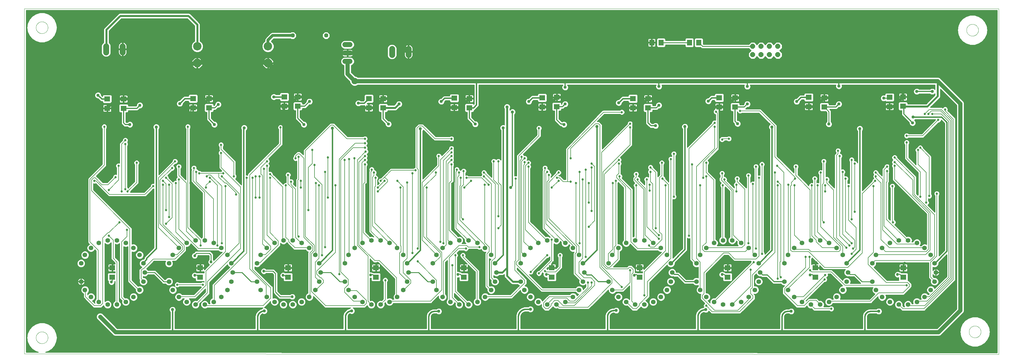
<source format=gbl>
G75*
%MOIN*%
%OFA0B0*%
%FSLAX25Y25*%
%IPPOS*%
%LPD*%
%AMOC8*
5,1,8,0,0,1.08239X$1,22.5*
%
%ADD10C,0.00000*%
%ADD11C,0.05600*%
%ADD12OC8,0.04800*%
%ADD13C,0.10000*%
%ADD14OC8,0.10000*%
%ADD15C,0.06000*%
%ADD16C,0.07050*%
%ADD17R,0.07087X0.06299*%
%ADD18R,0.06299X0.07098*%
%ADD19OC8,0.06000*%
%ADD20C,0.03762*%
%ADD21C,0.01200*%
%ADD22C,0.00800*%
%ADD23C,0.02700*%
%ADD24C,0.05000*%
%ADD25C,0.01600*%
%ADD26C,0.07677*%
%ADD27C,0.02400*%
%ADD28C,0.01000*%
%ADD29C,0.03369*%
%ADD30C,0.03200*%
%ADD31C,0.05315*%
%ADD32C,0.05906*%
%ADD33R,0.03762X0.03762*%
%ADD34C,0.05600*%
D10*
X0001500Y0002000D02*
X0001500Y0415201D01*
X1165421Y0415201D01*
X1165421Y0001500D01*
X0001500Y0002000D01*
X0015413Y0021500D02*
X0015415Y0021674D01*
X0015422Y0021848D01*
X0015432Y0022021D01*
X0015447Y0022195D01*
X0015466Y0022368D01*
X0015490Y0022540D01*
X0015517Y0022712D01*
X0015549Y0022883D01*
X0015585Y0023053D01*
X0015625Y0023222D01*
X0015670Y0023390D01*
X0015718Y0023557D01*
X0015771Y0023723D01*
X0015827Y0023888D01*
X0015888Y0024051D01*
X0015952Y0024212D01*
X0016021Y0024372D01*
X0016093Y0024530D01*
X0016170Y0024686D01*
X0016250Y0024841D01*
X0016334Y0024993D01*
X0016421Y0025143D01*
X0016513Y0025292D01*
X0016607Y0025437D01*
X0016706Y0025581D01*
X0016808Y0025722D01*
X0016913Y0025860D01*
X0017022Y0025996D01*
X0017134Y0026129D01*
X0017249Y0026259D01*
X0017367Y0026387D01*
X0017489Y0026511D01*
X0017613Y0026633D01*
X0017741Y0026751D01*
X0017871Y0026866D01*
X0018004Y0026978D01*
X0018140Y0027087D01*
X0018278Y0027192D01*
X0018419Y0027294D01*
X0018563Y0027393D01*
X0018708Y0027487D01*
X0018857Y0027579D01*
X0019007Y0027666D01*
X0019159Y0027750D01*
X0019314Y0027830D01*
X0019470Y0027907D01*
X0019628Y0027979D01*
X0019788Y0028048D01*
X0019949Y0028112D01*
X0020112Y0028173D01*
X0020277Y0028229D01*
X0020443Y0028282D01*
X0020610Y0028330D01*
X0020778Y0028375D01*
X0020947Y0028415D01*
X0021117Y0028451D01*
X0021288Y0028483D01*
X0021460Y0028510D01*
X0021632Y0028534D01*
X0021805Y0028553D01*
X0021979Y0028568D01*
X0022152Y0028578D01*
X0022326Y0028585D01*
X0022500Y0028587D01*
X0022674Y0028585D01*
X0022848Y0028578D01*
X0023021Y0028568D01*
X0023195Y0028553D01*
X0023368Y0028534D01*
X0023540Y0028510D01*
X0023712Y0028483D01*
X0023883Y0028451D01*
X0024053Y0028415D01*
X0024222Y0028375D01*
X0024390Y0028330D01*
X0024557Y0028282D01*
X0024723Y0028229D01*
X0024888Y0028173D01*
X0025051Y0028112D01*
X0025212Y0028048D01*
X0025372Y0027979D01*
X0025530Y0027907D01*
X0025686Y0027830D01*
X0025841Y0027750D01*
X0025993Y0027666D01*
X0026143Y0027579D01*
X0026292Y0027487D01*
X0026437Y0027393D01*
X0026581Y0027294D01*
X0026722Y0027192D01*
X0026860Y0027087D01*
X0026996Y0026978D01*
X0027129Y0026866D01*
X0027259Y0026751D01*
X0027387Y0026633D01*
X0027511Y0026511D01*
X0027633Y0026387D01*
X0027751Y0026259D01*
X0027866Y0026129D01*
X0027978Y0025996D01*
X0028087Y0025860D01*
X0028192Y0025722D01*
X0028294Y0025581D01*
X0028393Y0025437D01*
X0028487Y0025292D01*
X0028579Y0025143D01*
X0028666Y0024993D01*
X0028750Y0024841D01*
X0028830Y0024686D01*
X0028907Y0024530D01*
X0028979Y0024372D01*
X0029048Y0024212D01*
X0029112Y0024051D01*
X0029173Y0023888D01*
X0029229Y0023723D01*
X0029282Y0023557D01*
X0029330Y0023390D01*
X0029375Y0023222D01*
X0029415Y0023053D01*
X0029451Y0022883D01*
X0029483Y0022712D01*
X0029510Y0022540D01*
X0029534Y0022368D01*
X0029553Y0022195D01*
X0029568Y0022021D01*
X0029578Y0021848D01*
X0029585Y0021674D01*
X0029587Y0021500D01*
X0029585Y0021326D01*
X0029578Y0021152D01*
X0029568Y0020979D01*
X0029553Y0020805D01*
X0029534Y0020632D01*
X0029510Y0020460D01*
X0029483Y0020288D01*
X0029451Y0020117D01*
X0029415Y0019947D01*
X0029375Y0019778D01*
X0029330Y0019610D01*
X0029282Y0019443D01*
X0029229Y0019277D01*
X0029173Y0019112D01*
X0029112Y0018949D01*
X0029048Y0018788D01*
X0028979Y0018628D01*
X0028907Y0018470D01*
X0028830Y0018314D01*
X0028750Y0018159D01*
X0028666Y0018007D01*
X0028579Y0017857D01*
X0028487Y0017708D01*
X0028393Y0017563D01*
X0028294Y0017419D01*
X0028192Y0017278D01*
X0028087Y0017140D01*
X0027978Y0017004D01*
X0027866Y0016871D01*
X0027751Y0016741D01*
X0027633Y0016613D01*
X0027511Y0016489D01*
X0027387Y0016367D01*
X0027259Y0016249D01*
X0027129Y0016134D01*
X0026996Y0016022D01*
X0026860Y0015913D01*
X0026722Y0015808D01*
X0026581Y0015706D01*
X0026437Y0015607D01*
X0026292Y0015513D01*
X0026143Y0015421D01*
X0025993Y0015334D01*
X0025841Y0015250D01*
X0025686Y0015170D01*
X0025530Y0015093D01*
X0025372Y0015021D01*
X0025212Y0014952D01*
X0025051Y0014888D01*
X0024888Y0014827D01*
X0024723Y0014771D01*
X0024557Y0014718D01*
X0024390Y0014670D01*
X0024222Y0014625D01*
X0024053Y0014585D01*
X0023883Y0014549D01*
X0023712Y0014517D01*
X0023540Y0014490D01*
X0023368Y0014466D01*
X0023195Y0014447D01*
X0023021Y0014432D01*
X0022848Y0014422D01*
X0022674Y0014415D01*
X0022500Y0014413D01*
X0022326Y0014415D01*
X0022152Y0014422D01*
X0021979Y0014432D01*
X0021805Y0014447D01*
X0021632Y0014466D01*
X0021460Y0014490D01*
X0021288Y0014517D01*
X0021117Y0014549D01*
X0020947Y0014585D01*
X0020778Y0014625D01*
X0020610Y0014670D01*
X0020443Y0014718D01*
X0020277Y0014771D01*
X0020112Y0014827D01*
X0019949Y0014888D01*
X0019788Y0014952D01*
X0019628Y0015021D01*
X0019470Y0015093D01*
X0019314Y0015170D01*
X0019159Y0015250D01*
X0019007Y0015334D01*
X0018857Y0015421D01*
X0018708Y0015513D01*
X0018563Y0015607D01*
X0018419Y0015706D01*
X0018278Y0015808D01*
X0018140Y0015913D01*
X0018004Y0016022D01*
X0017871Y0016134D01*
X0017741Y0016249D01*
X0017613Y0016367D01*
X0017489Y0016489D01*
X0017367Y0016613D01*
X0017249Y0016741D01*
X0017134Y0016871D01*
X0017022Y0017004D01*
X0016913Y0017140D01*
X0016808Y0017278D01*
X0016706Y0017419D01*
X0016607Y0017563D01*
X0016513Y0017708D01*
X0016421Y0017857D01*
X0016334Y0018007D01*
X0016250Y0018159D01*
X0016170Y0018314D01*
X0016093Y0018470D01*
X0016021Y0018628D01*
X0015952Y0018788D01*
X0015888Y0018949D01*
X0015827Y0019112D01*
X0015771Y0019277D01*
X0015718Y0019443D01*
X0015670Y0019610D01*
X0015625Y0019778D01*
X0015585Y0019947D01*
X0015549Y0020117D01*
X0015517Y0020288D01*
X0015490Y0020460D01*
X0015466Y0020632D01*
X0015447Y0020805D01*
X0015432Y0020979D01*
X0015422Y0021152D01*
X0015415Y0021326D01*
X0015413Y0021500D01*
X0015413Y0392500D02*
X0015415Y0392674D01*
X0015422Y0392848D01*
X0015432Y0393021D01*
X0015447Y0393195D01*
X0015466Y0393368D01*
X0015490Y0393540D01*
X0015517Y0393712D01*
X0015549Y0393883D01*
X0015585Y0394053D01*
X0015625Y0394222D01*
X0015670Y0394390D01*
X0015718Y0394557D01*
X0015771Y0394723D01*
X0015827Y0394888D01*
X0015888Y0395051D01*
X0015952Y0395212D01*
X0016021Y0395372D01*
X0016093Y0395530D01*
X0016170Y0395686D01*
X0016250Y0395841D01*
X0016334Y0395993D01*
X0016421Y0396143D01*
X0016513Y0396292D01*
X0016607Y0396437D01*
X0016706Y0396581D01*
X0016808Y0396722D01*
X0016913Y0396860D01*
X0017022Y0396996D01*
X0017134Y0397129D01*
X0017249Y0397259D01*
X0017367Y0397387D01*
X0017489Y0397511D01*
X0017613Y0397633D01*
X0017741Y0397751D01*
X0017871Y0397866D01*
X0018004Y0397978D01*
X0018140Y0398087D01*
X0018278Y0398192D01*
X0018419Y0398294D01*
X0018563Y0398393D01*
X0018708Y0398487D01*
X0018857Y0398579D01*
X0019007Y0398666D01*
X0019159Y0398750D01*
X0019314Y0398830D01*
X0019470Y0398907D01*
X0019628Y0398979D01*
X0019788Y0399048D01*
X0019949Y0399112D01*
X0020112Y0399173D01*
X0020277Y0399229D01*
X0020443Y0399282D01*
X0020610Y0399330D01*
X0020778Y0399375D01*
X0020947Y0399415D01*
X0021117Y0399451D01*
X0021288Y0399483D01*
X0021460Y0399510D01*
X0021632Y0399534D01*
X0021805Y0399553D01*
X0021979Y0399568D01*
X0022152Y0399578D01*
X0022326Y0399585D01*
X0022500Y0399587D01*
X0022674Y0399585D01*
X0022848Y0399578D01*
X0023021Y0399568D01*
X0023195Y0399553D01*
X0023368Y0399534D01*
X0023540Y0399510D01*
X0023712Y0399483D01*
X0023883Y0399451D01*
X0024053Y0399415D01*
X0024222Y0399375D01*
X0024390Y0399330D01*
X0024557Y0399282D01*
X0024723Y0399229D01*
X0024888Y0399173D01*
X0025051Y0399112D01*
X0025212Y0399048D01*
X0025372Y0398979D01*
X0025530Y0398907D01*
X0025686Y0398830D01*
X0025841Y0398750D01*
X0025993Y0398666D01*
X0026143Y0398579D01*
X0026292Y0398487D01*
X0026437Y0398393D01*
X0026581Y0398294D01*
X0026722Y0398192D01*
X0026860Y0398087D01*
X0026996Y0397978D01*
X0027129Y0397866D01*
X0027259Y0397751D01*
X0027387Y0397633D01*
X0027511Y0397511D01*
X0027633Y0397387D01*
X0027751Y0397259D01*
X0027866Y0397129D01*
X0027978Y0396996D01*
X0028087Y0396860D01*
X0028192Y0396722D01*
X0028294Y0396581D01*
X0028393Y0396437D01*
X0028487Y0396292D01*
X0028579Y0396143D01*
X0028666Y0395993D01*
X0028750Y0395841D01*
X0028830Y0395686D01*
X0028907Y0395530D01*
X0028979Y0395372D01*
X0029048Y0395212D01*
X0029112Y0395051D01*
X0029173Y0394888D01*
X0029229Y0394723D01*
X0029282Y0394557D01*
X0029330Y0394390D01*
X0029375Y0394222D01*
X0029415Y0394053D01*
X0029451Y0393883D01*
X0029483Y0393712D01*
X0029510Y0393540D01*
X0029534Y0393368D01*
X0029553Y0393195D01*
X0029568Y0393021D01*
X0029578Y0392848D01*
X0029585Y0392674D01*
X0029587Y0392500D01*
X0029585Y0392326D01*
X0029578Y0392152D01*
X0029568Y0391979D01*
X0029553Y0391805D01*
X0029534Y0391632D01*
X0029510Y0391460D01*
X0029483Y0391288D01*
X0029451Y0391117D01*
X0029415Y0390947D01*
X0029375Y0390778D01*
X0029330Y0390610D01*
X0029282Y0390443D01*
X0029229Y0390277D01*
X0029173Y0390112D01*
X0029112Y0389949D01*
X0029048Y0389788D01*
X0028979Y0389628D01*
X0028907Y0389470D01*
X0028830Y0389314D01*
X0028750Y0389159D01*
X0028666Y0389007D01*
X0028579Y0388857D01*
X0028487Y0388708D01*
X0028393Y0388563D01*
X0028294Y0388419D01*
X0028192Y0388278D01*
X0028087Y0388140D01*
X0027978Y0388004D01*
X0027866Y0387871D01*
X0027751Y0387741D01*
X0027633Y0387613D01*
X0027511Y0387489D01*
X0027387Y0387367D01*
X0027259Y0387249D01*
X0027129Y0387134D01*
X0026996Y0387022D01*
X0026860Y0386913D01*
X0026722Y0386808D01*
X0026581Y0386706D01*
X0026437Y0386607D01*
X0026292Y0386513D01*
X0026143Y0386421D01*
X0025993Y0386334D01*
X0025841Y0386250D01*
X0025686Y0386170D01*
X0025530Y0386093D01*
X0025372Y0386021D01*
X0025212Y0385952D01*
X0025051Y0385888D01*
X0024888Y0385827D01*
X0024723Y0385771D01*
X0024557Y0385718D01*
X0024390Y0385670D01*
X0024222Y0385625D01*
X0024053Y0385585D01*
X0023883Y0385549D01*
X0023712Y0385517D01*
X0023540Y0385490D01*
X0023368Y0385466D01*
X0023195Y0385447D01*
X0023021Y0385432D01*
X0022848Y0385422D01*
X0022674Y0385415D01*
X0022500Y0385413D01*
X0022326Y0385415D01*
X0022152Y0385422D01*
X0021979Y0385432D01*
X0021805Y0385447D01*
X0021632Y0385466D01*
X0021460Y0385490D01*
X0021288Y0385517D01*
X0021117Y0385549D01*
X0020947Y0385585D01*
X0020778Y0385625D01*
X0020610Y0385670D01*
X0020443Y0385718D01*
X0020277Y0385771D01*
X0020112Y0385827D01*
X0019949Y0385888D01*
X0019788Y0385952D01*
X0019628Y0386021D01*
X0019470Y0386093D01*
X0019314Y0386170D01*
X0019159Y0386250D01*
X0019007Y0386334D01*
X0018857Y0386421D01*
X0018708Y0386513D01*
X0018563Y0386607D01*
X0018419Y0386706D01*
X0018278Y0386808D01*
X0018140Y0386913D01*
X0018004Y0387022D01*
X0017871Y0387134D01*
X0017741Y0387249D01*
X0017613Y0387367D01*
X0017489Y0387489D01*
X0017367Y0387613D01*
X0017249Y0387741D01*
X0017134Y0387871D01*
X0017022Y0388004D01*
X0016913Y0388140D01*
X0016808Y0388278D01*
X0016706Y0388419D01*
X0016607Y0388563D01*
X0016513Y0388708D01*
X0016421Y0388857D01*
X0016334Y0389007D01*
X0016250Y0389159D01*
X0016170Y0389314D01*
X0016093Y0389470D01*
X0016021Y0389628D01*
X0015952Y0389788D01*
X0015888Y0389949D01*
X0015827Y0390112D01*
X0015771Y0390277D01*
X0015718Y0390443D01*
X0015670Y0390610D01*
X0015625Y0390778D01*
X0015585Y0390947D01*
X0015549Y0391117D01*
X0015517Y0391288D01*
X0015490Y0391460D01*
X0015466Y0391632D01*
X0015447Y0391805D01*
X0015432Y0391979D01*
X0015422Y0392152D01*
X0015415Y0392326D01*
X0015413Y0392500D01*
X1126913Y0389500D02*
X1126915Y0389674D01*
X1126922Y0389848D01*
X1126932Y0390021D01*
X1126947Y0390195D01*
X1126966Y0390368D01*
X1126990Y0390540D01*
X1127017Y0390712D01*
X1127049Y0390883D01*
X1127085Y0391053D01*
X1127125Y0391222D01*
X1127170Y0391390D01*
X1127218Y0391557D01*
X1127271Y0391723D01*
X1127327Y0391888D01*
X1127388Y0392051D01*
X1127452Y0392212D01*
X1127521Y0392372D01*
X1127593Y0392530D01*
X1127670Y0392686D01*
X1127750Y0392841D01*
X1127834Y0392993D01*
X1127921Y0393143D01*
X1128013Y0393292D01*
X1128107Y0393437D01*
X1128206Y0393581D01*
X1128308Y0393722D01*
X1128413Y0393860D01*
X1128522Y0393996D01*
X1128634Y0394129D01*
X1128749Y0394259D01*
X1128867Y0394387D01*
X1128989Y0394511D01*
X1129113Y0394633D01*
X1129241Y0394751D01*
X1129371Y0394866D01*
X1129504Y0394978D01*
X1129640Y0395087D01*
X1129778Y0395192D01*
X1129919Y0395294D01*
X1130063Y0395393D01*
X1130208Y0395487D01*
X1130357Y0395579D01*
X1130507Y0395666D01*
X1130659Y0395750D01*
X1130814Y0395830D01*
X1130970Y0395907D01*
X1131128Y0395979D01*
X1131288Y0396048D01*
X1131449Y0396112D01*
X1131612Y0396173D01*
X1131777Y0396229D01*
X1131943Y0396282D01*
X1132110Y0396330D01*
X1132278Y0396375D01*
X1132447Y0396415D01*
X1132617Y0396451D01*
X1132788Y0396483D01*
X1132960Y0396510D01*
X1133132Y0396534D01*
X1133305Y0396553D01*
X1133479Y0396568D01*
X1133652Y0396578D01*
X1133826Y0396585D01*
X1134000Y0396587D01*
X1134174Y0396585D01*
X1134348Y0396578D01*
X1134521Y0396568D01*
X1134695Y0396553D01*
X1134868Y0396534D01*
X1135040Y0396510D01*
X1135212Y0396483D01*
X1135383Y0396451D01*
X1135553Y0396415D01*
X1135722Y0396375D01*
X1135890Y0396330D01*
X1136057Y0396282D01*
X1136223Y0396229D01*
X1136388Y0396173D01*
X1136551Y0396112D01*
X1136712Y0396048D01*
X1136872Y0395979D01*
X1137030Y0395907D01*
X1137186Y0395830D01*
X1137341Y0395750D01*
X1137493Y0395666D01*
X1137643Y0395579D01*
X1137792Y0395487D01*
X1137937Y0395393D01*
X1138081Y0395294D01*
X1138222Y0395192D01*
X1138360Y0395087D01*
X1138496Y0394978D01*
X1138629Y0394866D01*
X1138759Y0394751D01*
X1138887Y0394633D01*
X1139011Y0394511D01*
X1139133Y0394387D01*
X1139251Y0394259D01*
X1139366Y0394129D01*
X1139478Y0393996D01*
X1139587Y0393860D01*
X1139692Y0393722D01*
X1139794Y0393581D01*
X1139893Y0393437D01*
X1139987Y0393292D01*
X1140079Y0393143D01*
X1140166Y0392993D01*
X1140250Y0392841D01*
X1140330Y0392686D01*
X1140407Y0392530D01*
X1140479Y0392372D01*
X1140548Y0392212D01*
X1140612Y0392051D01*
X1140673Y0391888D01*
X1140729Y0391723D01*
X1140782Y0391557D01*
X1140830Y0391390D01*
X1140875Y0391222D01*
X1140915Y0391053D01*
X1140951Y0390883D01*
X1140983Y0390712D01*
X1141010Y0390540D01*
X1141034Y0390368D01*
X1141053Y0390195D01*
X1141068Y0390021D01*
X1141078Y0389848D01*
X1141085Y0389674D01*
X1141087Y0389500D01*
X1141085Y0389326D01*
X1141078Y0389152D01*
X1141068Y0388979D01*
X1141053Y0388805D01*
X1141034Y0388632D01*
X1141010Y0388460D01*
X1140983Y0388288D01*
X1140951Y0388117D01*
X1140915Y0387947D01*
X1140875Y0387778D01*
X1140830Y0387610D01*
X1140782Y0387443D01*
X1140729Y0387277D01*
X1140673Y0387112D01*
X1140612Y0386949D01*
X1140548Y0386788D01*
X1140479Y0386628D01*
X1140407Y0386470D01*
X1140330Y0386314D01*
X1140250Y0386159D01*
X1140166Y0386007D01*
X1140079Y0385857D01*
X1139987Y0385708D01*
X1139893Y0385563D01*
X1139794Y0385419D01*
X1139692Y0385278D01*
X1139587Y0385140D01*
X1139478Y0385004D01*
X1139366Y0384871D01*
X1139251Y0384741D01*
X1139133Y0384613D01*
X1139011Y0384489D01*
X1138887Y0384367D01*
X1138759Y0384249D01*
X1138629Y0384134D01*
X1138496Y0384022D01*
X1138360Y0383913D01*
X1138222Y0383808D01*
X1138081Y0383706D01*
X1137937Y0383607D01*
X1137792Y0383513D01*
X1137643Y0383421D01*
X1137493Y0383334D01*
X1137341Y0383250D01*
X1137186Y0383170D01*
X1137030Y0383093D01*
X1136872Y0383021D01*
X1136712Y0382952D01*
X1136551Y0382888D01*
X1136388Y0382827D01*
X1136223Y0382771D01*
X1136057Y0382718D01*
X1135890Y0382670D01*
X1135722Y0382625D01*
X1135553Y0382585D01*
X1135383Y0382549D01*
X1135212Y0382517D01*
X1135040Y0382490D01*
X1134868Y0382466D01*
X1134695Y0382447D01*
X1134521Y0382432D01*
X1134348Y0382422D01*
X1134174Y0382415D01*
X1134000Y0382413D01*
X1133826Y0382415D01*
X1133652Y0382422D01*
X1133479Y0382432D01*
X1133305Y0382447D01*
X1133132Y0382466D01*
X1132960Y0382490D01*
X1132788Y0382517D01*
X1132617Y0382549D01*
X1132447Y0382585D01*
X1132278Y0382625D01*
X1132110Y0382670D01*
X1131943Y0382718D01*
X1131777Y0382771D01*
X1131612Y0382827D01*
X1131449Y0382888D01*
X1131288Y0382952D01*
X1131128Y0383021D01*
X1130970Y0383093D01*
X1130814Y0383170D01*
X1130659Y0383250D01*
X1130507Y0383334D01*
X1130357Y0383421D01*
X1130208Y0383513D01*
X1130063Y0383607D01*
X1129919Y0383706D01*
X1129778Y0383808D01*
X1129640Y0383913D01*
X1129504Y0384022D01*
X1129371Y0384134D01*
X1129241Y0384249D01*
X1129113Y0384367D01*
X1128989Y0384489D01*
X1128867Y0384613D01*
X1128749Y0384741D01*
X1128634Y0384871D01*
X1128522Y0385004D01*
X1128413Y0385140D01*
X1128308Y0385278D01*
X1128206Y0385419D01*
X1128107Y0385563D01*
X1128013Y0385708D01*
X1127921Y0385857D01*
X1127834Y0386007D01*
X1127750Y0386159D01*
X1127670Y0386314D01*
X1127593Y0386470D01*
X1127521Y0386628D01*
X1127452Y0386788D01*
X1127388Y0386949D01*
X1127327Y0387112D01*
X1127271Y0387277D01*
X1127218Y0387443D01*
X1127170Y0387610D01*
X1127125Y0387778D01*
X1127085Y0387947D01*
X1127049Y0388117D01*
X1127017Y0388288D01*
X1126990Y0388460D01*
X1126966Y0388632D01*
X1126947Y0388805D01*
X1126932Y0388979D01*
X1126922Y0389152D01*
X1126915Y0389326D01*
X1126913Y0389500D01*
X1129913Y0028500D02*
X1129915Y0028674D01*
X1129922Y0028848D01*
X1129932Y0029021D01*
X1129947Y0029195D01*
X1129966Y0029368D01*
X1129990Y0029540D01*
X1130017Y0029712D01*
X1130049Y0029883D01*
X1130085Y0030053D01*
X1130125Y0030222D01*
X1130170Y0030390D01*
X1130218Y0030557D01*
X1130271Y0030723D01*
X1130327Y0030888D01*
X1130388Y0031051D01*
X1130452Y0031212D01*
X1130521Y0031372D01*
X1130593Y0031530D01*
X1130670Y0031686D01*
X1130750Y0031841D01*
X1130834Y0031993D01*
X1130921Y0032143D01*
X1131013Y0032292D01*
X1131107Y0032437D01*
X1131206Y0032581D01*
X1131308Y0032722D01*
X1131413Y0032860D01*
X1131522Y0032996D01*
X1131634Y0033129D01*
X1131749Y0033259D01*
X1131867Y0033387D01*
X1131989Y0033511D01*
X1132113Y0033633D01*
X1132241Y0033751D01*
X1132371Y0033866D01*
X1132504Y0033978D01*
X1132640Y0034087D01*
X1132778Y0034192D01*
X1132919Y0034294D01*
X1133063Y0034393D01*
X1133208Y0034487D01*
X1133357Y0034579D01*
X1133507Y0034666D01*
X1133659Y0034750D01*
X1133814Y0034830D01*
X1133970Y0034907D01*
X1134128Y0034979D01*
X1134288Y0035048D01*
X1134449Y0035112D01*
X1134612Y0035173D01*
X1134777Y0035229D01*
X1134943Y0035282D01*
X1135110Y0035330D01*
X1135278Y0035375D01*
X1135447Y0035415D01*
X1135617Y0035451D01*
X1135788Y0035483D01*
X1135960Y0035510D01*
X1136132Y0035534D01*
X1136305Y0035553D01*
X1136479Y0035568D01*
X1136652Y0035578D01*
X1136826Y0035585D01*
X1137000Y0035587D01*
X1137174Y0035585D01*
X1137348Y0035578D01*
X1137521Y0035568D01*
X1137695Y0035553D01*
X1137868Y0035534D01*
X1138040Y0035510D01*
X1138212Y0035483D01*
X1138383Y0035451D01*
X1138553Y0035415D01*
X1138722Y0035375D01*
X1138890Y0035330D01*
X1139057Y0035282D01*
X1139223Y0035229D01*
X1139388Y0035173D01*
X1139551Y0035112D01*
X1139712Y0035048D01*
X1139872Y0034979D01*
X1140030Y0034907D01*
X1140186Y0034830D01*
X1140341Y0034750D01*
X1140493Y0034666D01*
X1140643Y0034579D01*
X1140792Y0034487D01*
X1140937Y0034393D01*
X1141081Y0034294D01*
X1141222Y0034192D01*
X1141360Y0034087D01*
X1141496Y0033978D01*
X1141629Y0033866D01*
X1141759Y0033751D01*
X1141887Y0033633D01*
X1142011Y0033511D01*
X1142133Y0033387D01*
X1142251Y0033259D01*
X1142366Y0033129D01*
X1142478Y0032996D01*
X1142587Y0032860D01*
X1142692Y0032722D01*
X1142794Y0032581D01*
X1142893Y0032437D01*
X1142987Y0032292D01*
X1143079Y0032143D01*
X1143166Y0031993D01*
X1143250Y0031841D01*
X1143330Y0031686D01*
X1143407Y0031530D01*
X1143479Y0031372D01*
X1143548Y0031212D01*
X1143612Y0031051D01*
X1143673Y0030888D01*
X1143729Y0030723D01*
X1143782Y0030557D01*
X1143830Y0030390D01*
X1143875Y0030222D01*
X1143915Y0030053D01*
X1143951Y0029883D01*
X1143983Y0029712D01*
X1144010Y0029540D01*
X1144034Y0029368D01*
X1144053Y0029195D01*
X1144068Y0029021D01*
X1144078Y0028848D01*
X1144085Y0028674D01*
X1144087Y0028500D01*
X1144085Y0028326D01*
X1144078Y0028152D01*
X1144068Y0027979D01*
X1144053Y0027805D01*
X1144034Y0027632D01*
X1144010Y0027460D01*
X1143983Y0027288D01*
X1143951Y0027117D01*
X1143915Y0026947D01*
X1143875Y0026778D01*
X1143830Y0026610D01*
X1143782Y0026443D01*
X1143729Y0026277D01*
X1143673Y0026112D01*
X1143612Y0025949D01*
X1143548Y0025788D01*
X1143479Y0025628D01*
X1143407Y0025470D01*
X1143330Y0025314D01*
X1143250Y0025159D01*
X1143166Y0025007D01*
X1143079Y0024857D01*
X1142987Y0024708D01*
X1142893Y0024563D01*
X1142794Y0024419D01*
X1142692Y0024278D01*
X1142587Y0024140D01*
X1142478Y0024004D01*
X1142366Y0023871D01*
X1142251Y0023741D01*
X1142133Y0023613D01*
X1142011Y0023489D01*
X1141887Y0023367D01*
X1141759Y0023249D01*
X1141629Y0023134D01*
X1141496Y0023022D01*
X1141360Y0022913D01*
X1141222Y0022808D01*
X1141081Y0022706D01*
X1140937Y0022607D01*
X1140792Y0022513D01*
X1140643Y0022421D01*
X1140493Y0022334D01*
X1140341Y0022250D01*
X1140186Y0022170D01*
X1140030Y0022093D01*
X1139872Y0022021D01*
X1139712Y0021952D01*
X1139551Y0021888D01*
X1139388Y0021827D01*
X1139223Y0021771D01*
X1139057Y0021718D01*
X1138890Y0021670D01*
X1138722Y0021625D01*
X1138553Y0021585D01*
X1138383Y0021549D01*
X1138212Y0021517D01*
X1138040Y0021490D01*
X1137868Y0021466D01*
X1137695Y0021447D01*
X1137521Y0021432D01*
X1137348Y0021422D01*
X1137174Y0021415D01*
X1137000Y0021413D01*
X1136826Y0021415D01*
X1136652Y0021422D01*
X1136479Y0021432D01*
X1136305Y0021447D01*
X1136132Y0021466D01*
X1135960Y0021490D01*
X1135788Y0021517D01*
X1135617Y0021549D01*
X1135447Y0021585D01*
X1135278Y0021625D01*
X1135110Y0021670D01*
X1134943Y0021718D01*
X1134777Y0021771D01*
X1134612Y0021827D01*
X1134449Y0021888D01*
X1134288Y0021952D01*
X1134128Y0022021D01*
X1133970Y0022093D01*
X1133814Y0022170D01*
X1133659Y0022250D01*
X1133507Y0022334D01*
X1133357Y0022421D01*
X1133208Y0022513D01*
X1133063Y0022607D01*
X1132919Y0022706D01*
X1132778Y0022808D01*
X1132640Y0022913D01*
X1132504Y0023022D01*
X1132371Y0023134D01*
X1132241Y0023249D01*
X1132113Y0023367D01*
X1131989Y0023489D01*
X1131867Y0023613D01*
X1131749Y0023741D01*
X1131634Y0023871D01*
X1131522Y0024004D01*
X1131413Y0024140D01*
X1131308Y0024278D01*
X1131206Y0024419D01*
X1131107Y0024563D01*
X1131013Y0024708D01*
X1130921Y0024857D01*
X1130834Y0025007D01*
X1130750Y0025159D01*
X1130670Y0025314D01*
X1130593Y0025470D01*
X1130521Y0025628D01*
X1130452Y0025788D01*
X1130388Y0025949D01*
X1130327Y0026112D01*
X1130271Y0026277D01*
X1130218Y0026443D01*
X1130170Y0026610D01*
X1130125Y0026778D01*
X1130085Y0026947D01*
X1130049Y0027117D01*
X1130017Y0027288D01*
X1129990Y0027460D01*
X1129966Y0027632D01*
X1129947Y0027805D01*
X1129932Y0027979D01*
X1129922Y0028152D01*
X1129915Y0028326D01*
X1129913Y0028500D01*
D11*
X1057019Y0061114D03*
X1045981Y0061114D03*
X1035390Y0064224D03*
X1026104Y0070192D03*
X1018876Y0078533D03*
X1014290Y0088574D03*
X0983710Y0088574D03*
X0985281Y0099500D03*
X0983710Y0110426D03*
X0979124Y0120467D03*
X0971896Y0128808D03*
X0962610Y0134776D03*
X0952019Y0137886D03*
X0940981Y0137886D03*
X0930390Y0134776D03*
X0921104Y0128808D03*
X0913876Y0120467D03*
X0909290Y0110426D03*
X0878710Y0110426D03*
X0874124Y0120467D03*
X0866896Y0128808D03*
X0857610Y0134776D03*
X0847019Y0137886D03*
X0835981Y0137886D03*
X0825390Y0134776D03*
X0816104Y0128808D03*
X0808876Y0120467D03*
X0804290Y0110426D03*
X0773710Y0110426D03*
X0769124Y0120467D03*
X0761896Y0128808D03*
X0752610Y0134776D03*
X0742019Y0137886D03*
X0730981Y0137886D03*
X0720390Y0134776D03*
X0711104Y0128808D03*
X0703876Y0120467D03*
X0699290Y0110426D03*
X0668710Y0110426D03*
X0664124Y0120467D03*
X0656896Y0128808D03*
X0647610Y0134776D03*
X0637019Y0137886D03*
X0625981Y0137886D03*
X0615390Y0134776D03*
X0606104Y0128808D03*
X0598876Y0120467D03*
X0594290Y0110426D03*
X0563710Y0110426D03*
X0559124Y0120467D03*
X0551896Y0128808D03*
X0542610Y0134776D03*
X0532019Y0137886D03*
X0520981Y0137886D03*
X0510390Y0134776D03*
X0501104Y0128808D03*
X0493876Y0120467D03*
X0489290Y0110426D03*
X0458710Y0110426D03*
X0454124Y0120467D03*
X0446896Y0128808D03*
X0437610Y0134776D03*
X0427019Y0137886D03*
X0415981Y0137886D03*
X0405390Y0134776D03*
X0396104Y0128808D03*
X0388876Y0120467D03*
X0384290Y0110426D03*
X0353710Y0110426D03*
X0349124Y0120467D03*
X0341896Y0128808D03*
X0332610Y0134776D03*
X0322019Y0137886D03*
X0310981Y0137886D03*
X0300390Y0134776D03*
X0291104Y0128808D03*
X0283876Y0120467D03*
X0279290Y0110426D03*
X0248710Y0110426D03*
X0244124Y0120467D03*
X0236896Y0128808D03*
X0227610Y0134776D03*
X0217019Y0137886D03*
X0205981Y0137886D03*
X0195390Y0134776D03*
X0186104Y0128808D03*
X0178876Y0120467D03*
X0174290Y0110426D03*
X0143710Y0110426D03*
X0139124Y0120467D03*
X0131896Y0128808D03*
X0122610Y0134776D03*
X0112019Y0137886D03*
X0100981Y0137886D03*
X0090390Y0134776D03*
X0081104Y0128808D03*
X0073876Y0120467D03*
X0069290Y0110426D03*
X0069290Y0088574D03*
X0073876Y0078533D03*
X0081104Y0070192D03*
X0090390Y0064224D03*
X0100981Y0061114D03*
X0112019Y0061114D03*
X0122610Y0064224D03*
X0131896Y0070192D03*
X0139124Y0078533D03*
X0143710Y0088574D03*
X0145281Y0099500D03*
X0174290Y0088574D03*
X0178876Y0078533D03*
X0186104Y0070192D03*
X0195390Y0064224D03*
X0205981Y0061114D03*
X0217019Y0061114D03*
X0227610Y0064224D03*
X0236896Y0070192D03*
X0244124Y0078533D03*
X0248710Y0088574D03*
X0250281Y0099500D03*
X0279290Y0088574D03*
X0283876Y0078533D03*
X0291104Y0070192D03*
X0300390Y0064224D03*
X0310981Y0061114D03*
X0322019Y0061114D03*
X0332610Y0064224D03*
X0341896Y0070192D03*
X0349124Y0078533D03*
X0353710Y0088574D03*
X0355281Y0099500D03*
X0384290Y0088574D03*
X0388876Y0078533D03*
X0396104Y0070192D03*
X0405390Y0064224D03*
X0415981Y0061114D03*
X0427019Y0061114D03*
X0437610Y0064224D03*
X0446896Y0070192D03*
X0454124Y0078533D03*
X0458710Y0088574D03*
X0460281Y0099500D03*
X0489290Y0088574D03*
X0493876Y0078533D03*
X0501104Y0070192D03*
X0510390Y0064224D03*
X0520981Y0061114D03*
X0532019Y0061114D03*
X0542610Y0064224D03*
X0551896Y0070192D03*
X0559124Y0078533D03*
X0563710Y0088574D03*
X0565281Y0099500D03*
X0594290Y0088574D03*
X0598876Y0078533D03*
X0606104Y0070192D03*
X0615390Y0064224D03*
X0625981Y0061114D03*
X0637019Y0061114D03*
X0647610Y0064224D03*
X0656896Y0070192D03*
X0664124Y0078533D03*
X0668710Y0088574D03*
X0670281Y0099500D03*
X0699290Y0088574D03*
X0703876Y0078533D03*
X0711104Y0070192D03*
X0720390Y0064224D03*
X0730981Y0061114D03*
X0742019Y0061114D03*
X0752610Y0064224D03*
X0761896Y0070192D03*
X0769124Y0078533D03*
X0773710Y0088574D03*
X0775281Y0099500D03*
X0804290Y0088574D03*
X0808876Y0078533D03*
X0816104Y0070192D03*
X0825390Y0064224D03*
X0835981Y0061114D03*
X0847019Y0061114D03*
X0857610Y0064224D03*
X0866896Y0070192D03*
X0874124Y0078533D03*
X0878710Y0088574D03*
X0880281Y0099500D03*
X0909290Y0088574D03*
X0913876Y0078533D03*
X0921104Y0070192D03*
X0930390Y0064224D03*
X0940981Y0061114D03*
X0952019Y0061114D03*
X0962610Y0064224D03*
X0971896Y0070192D03*
X0979124Y0078533D03*
X1014290Y0110426D03*
X1018876Y0120467D03*
X1026104Y0128808D03*
X1035390Y0134776D03*
X1045981Y0137886D03*
X1057019Y0137886D03*
X1067610Y0134776D03*
X1076896Y0128808D03*
X1084124Y0120467D03*
X1088710Y0110426D03*
X1090281Y0099500D03*
X1088710Y0088574D03*
X1084124Y0078533D03*
X1076896Y0070192D03*
X1067610Y0064224D03*
D12*
X0362000Y0383000D03*
X0322000Y0383000D03*
D13*
X0292500Y0370000D03*
X0208000Y0370000D03*
D14*
X0208000Y0350000D03*
X0292500Y0350000D03*
D15*
X0384500Y0352000D02*
X0390500Y0352000D01*
X0390500Y0362000D02*
X0384500Y0362000D01*
X0384500Y0372000D02*
X0390500Y0372000D01*
D16*
X0440657Y0367025D02*
X0440657Y0359975D01*
X0460343Y0359975D02*
X0460343Y0367025D01*
X0118843Y0370025D02*
X0118843Y0362975D01*
X0099157Y0362975D02*
X0099157Y0370025D01*
D17*
X0100500Y0307012D03*
X0120000Y0307012D03*
X0120000Y0295988D03*
X0100500Y0295988D03*
X0203000Y0296488D03*
X0203000Y0307512D03*
X0222000Y0307512D03*
X0222000Y0296488D03*
X0312000Y0298488D03*
X0328000Y0298488D03*
X0328000Y0309512D03*
X0312000Y0309512D03*
X0413000Y0307512D03*
X0430000Y0307512D03*
X0430000Y0296488D03*
X0413000Y0296488D03*
X0515000Y0296988D03*
X0533000Y0296488D03*
X0533000Y0307512D03*
X0515000Y0308012D03*
X0620000Y0308512D03*
X0637500Y0309012D03*
X0637500Y0297988D03*
X0620000Y0297488D03*
X0728500Y0296488D03*
X0746500Y0296488D03*
X0746500Y0307512D03*
X0728500Y0307512D03*
X0831500Y0308512D03*
X0850500Y0308512D03*
X0850500Y0297488D03*
X0831500Y0297488D03*
X0938500Y0297988D03*
X0957000Y0297488D03*
X0957000Y0308512D03*
X0938500Y0309012D03*
X1035000Y0309012D03*
X1051000Y0309512D03*
X1051000Y0298488D03*
X1035000Y0297988D03*
X1051500Y0105012D03*
X1051500Y0093988D03*
X0946500Y0093988D03*
X0946500Y0105012D03*
X0841500Y0105012D03*
X0841500Y0093988D03*
X0736500Y0093988D03*
X0736500Y0105012D03*
X0631500Y0105012D03*
X0631500Y0093988D03*
X0526500Y0093988D03*
X0526500Y0105012D03*
X0421500Y0105012D03*
X0421500Y0093988D03*
X0316500Y0093988D03*
X0316500Y0105012D03*
X0211500Y0105012D03*
X0211500Y0093988D03*
X0106500Y0093988D03*
X0106500Y0105012D03*
D18*
X0750902Y0374500D03*
X0762098Y0374500D03*
X0795902Y0374500D03*
X0807098Y0374500D03*
D19*
X0871500Y0370000D03*
X0881500Y0370000D03*
X0891500Y0370000D03*
X0901500Y0370000D03*
X0901500Y0360000D03*
X0891500Y0360000D03*
X0881500Y0360000D03*
X0871500Y0360000D03*
D20*
X0865000Y0322000D03*
X0818500Y0304500D03*
X0865000Y0301000D03*
X0924000Y0304000D03*
X0974500Y0301000D03*
X0974500Y0322500D03*
X1028000Y0308000D03*
X1067500Y0316000D03*
X1086000Y0316000D03*
X1063000Y0285500D03*
X1062500Y0278500D03*
X0999500Y0271500D03*
X0962500Y0277000D03*
X0894500Y0273500D03*
X0853500Y0277500D03*
X0790500Y0274000D03*
X0755500Y0275000D03*
X0759500Y0299500D03*
X0711500Y0302500D03*
X0759500Y0322000D03*
X0647500Y0321000D03*
X0647500Y0301000D03*
X0604000Y0304000D03*
X0578000Y0297500D03*
X0584500Y0291500D03*
X0573500Y0272500D03*
X0540000Y0277000D03*
X0499500Y0304000D03*
X0449000Y0301000D03*
X0400500Y0302000D03*
X0342000Y0304000D03*
X0299500Y0309500D03*
X0233000Y0300500D03*
X0187000Y0301500D03*
X0139500Y0299500D03*
X0089500Y0311500D03*
X0127500Y0276500D03*
X0159000Y0273500D03*
X0228500Y0276500D03*
X0264000Y0272500D03*
X0335500Y0276500D03*
X0369500Y0272000D03*
X0436500Y0277000D03*
X0474500Y0271500D03*
X0619000Y0208500D03*
X0582500Y0201000D03*
X0513000Y0205500D03*
X0410500Y0204500D03*
X0310500Y0208500D03*
X0200500Y0206500D03*
X0100500Y0208500D03*
X0178500Y0055000D03*
X0092000Y0046500D03*
X0288000Y0053500D03*
X0392500Y0053500D03*
X0496500Y0053000D03*
X0606000Y0055500D03*
X0708500Y0054000D03*
X0815500Y0055000D03*
X0917500Y0053000D03*
X1022000Y0053000D03*
X1035000Y0206000D03*
X0938500Y0207000D03*
X0831500Y0207000D03*
X0728500Y0207000D03*
X0685500Y0274000D03*
X0646000Y0276500D03*
D21*
X0645500Y0277000D01*
X0642500Y0277000D01*
X0637500Y0282000D01*
X0637500Y0297988D01*
X0644488Y0297988D01*
X0647500Y0301000D01*
X0620000Y0297488D02*
X0620000Y0209500D01*
X0619000Y0208500D01*
X0584500Y0203000D02*
X0582500Y0201000D01*
X0584500Y0203000D02*
X0584500Y0291500D01*
X0540000Y0277000D02*
X0533000Y0284000D01*
X0533000Y0296488D01*
X0515000Y0296988D02*
X0515000Y0207500D01*
X0513000Y0205500D01*
X0413000Y0207000D02*
X0410500Y0204500D01*
X0413000Y0207000D02*
X0413000Y0296488D01*
X0430000Y0296488D02*
X0430000Y0283500D01*
X0436500Y0277000D01*
X0342000Y0304000D02*
X0336488Y0298488D01*
X0328000Y0298488D01*
X0328000Y0284000D01*
X0335500Y0276500D01*
X0312000Y0298488D02*
X0310500Y0296988D01*
X0310500Y0208500D01*
X0200500Y0206500D02*
X0200500Y0293988D01*
X0203000Y0296488D01*
X0222000Y0296488D02*
X0228988Y0296488D01*
X0233000Y0300500D01*
X0222000Y0296488D02*
X0222000Y0283000D01*
X0228500Y0276500D01*
X0139500Y0299500D02*
X0135988Y0295988D01*
X0120000Y0295988D01*
X0120000Y0278500D01*
X0122000Y0276500D01*
X0127500Y0276500D01*
X0645500Y0328500D02*
X0647500Y0326500D01*
X0647500Y0321000D01*
X0652500Y0327500D02*
X0653500Y0328500D01*
X0728500Y0296488D02*
X0728500Y0207000D01*
X0831500Y0207000D02*
X0831500Y0297488D01*
X0850500Y0297488D02*
X0861488Y0297488D01*
X0865000Y0301000D01*
X0850500Y0297488D02*
X0850500Y0280500D01*
X0853500Y0277500D01*
X0938500Y0297988D02*
X0938500Y0207000D01*
X1035000Y0206000D02*
X1035000Y0297988D01*
X1051000Y0297500D02*
X1052000Y0296500D01*
X1052000Y0289000D01*
X1062500Y0278500D01*
X1051000Y0297500D02*
X1051000Y0298488D01*
X1067500Y0316000D02*
X1086000Y0316000D01*
X0974500Y0322500D02*
X0974500Y0328500D01*
X0974500Y0301000D02*
X0971000Y0297500D01*
X0957000Y0297500D01*
X0957000Y0297488D01*
X0865000Y0322000D02*
X0865000Y0328000D01*
X0865500Y0328500D01*
X0760000Y0328500D02*
X0759500Y0328000D01*
X0759500Y0322000D01*
X0759500Y0299500D02*
X0756488Y0296488D01*
X0746500Y0296488D01*
X0746500Y0278500D01*
X0750000Y0275000D01*
X0755500Y0275000D01*
X0775281Y0099500D02*
X0777781Y0097000D01*
X0782500Y0097000D01*
X0790926Y0088574D01*
X0804290Y0088574D01*
X0880281Y0099500D02*
X0883281Y0096500D01*
X0889000Y0096500D01*
X0896926Y0088574D01*
X0909290Y0088574D01*
X0699290Y0088574D02*
X0686926Y0088574D01*
X0679000Y0096500D01*
X0673281Y0096500D01*
X0670281Y0099500D01*
D22*
X0663900Y0099300D02*
X0670200Y0093000D01*
X0678300Y0093000D01*
X0682800Y0088500D01*
X0682800Y0084000D01*
X0658500Y0059700D01*
X0645000Y0059700D01*
X0638700Y0066000D01*
X0635100Y0066000D01*
X0630600Y0061500D01*
X0630600Y0059700D01*
X0627000Y0056100D01*
X0624300Y0056100D01*
X0621600Y0058800D01*
X0621600Y0063300D01*
X0628800Y0070500D01*
X0656700Y0070500D01*
X0656896Y0070192D01*
X0658500Y0065100D02*
X0653100Y0065100D01*
X0649500Y0068700D01*
X0633300Y0068700D01*
X0626100Y0061500D01*
X0625981Y0061114D01*
X0637019Y0061114D02*
X0637800Y0060600D01*
X0640500Y0057900D01*
X0674700Y0057900D01*
X0703500Y0086700D01*
X0703500Y0091200D01*
X0689100Y0105600D01*
X0689100Y0275700D01*
X0687300Y0277500D01*
X0683700Y0277500D01*
X0654000Y0247800D01*
X0654000Y0236100D01*
X0679200Y0229800D02*
X0682800Y0226200D01*
X0682800Y0161400D01*
X0675600Y0154200D01*
X0637019Y0137886D02*
X0636900Y0138000D01*
X0622500Y0152400D01*
X0622500Y0220800D01*
X0623400Y0221700D01*
X0623400Y0224400D01*
X0626100Y0219900D02*
X0624300Y0218100D01*
X0624300Y0157800D01*
X0646800Y0135300D01*
X0647610Y0134776D01*
X0656700Y0131700D02*
X0656700Y0129000D01*
X0656896Y0128808D01*
X0656700Y0131700D02*
X0626100Y0162300D01*
X0626100Y0208200D01*
X0627900Y0210000D01*
X0627900Y0216300D01*
X0627900Y0207300D02*
X0639600Y0219000D01*
X0640500Y0212700D02*
X0637800Y0212700D01*
X0640500Y0212700D02*
X0645000Y0208200D01*
X0650400Y0208200D01*
X0650400Y0246900D01*
X0693300Y0291300D01*
X0715200Y0291300D01*
X0725100Y0277500D02*
X0690900Y0243300D01*
X0690900Y0106500D01*
X0715200Y0082200D01*
X0716100Y0078600D02*
X0704400Y0078600D01*
X0703876Y0078533D01*
X0716100Y0078600D02*
X0725100Y0087600D01*
X0725100Y0102000D01*
X0722400Y0103800D02*
X0724200Y0105600D01*
X0726000Y0105600D01*
X0728700Y0102900D01*
X0728700Y0099300D01*
X0726900Y0097500D01*
X0726900Y0065100D01*
X0730500Y0061500D01*
X0730981Y0061114D01*
X0735900Y0061500D02*
X0735900Y0059700D01*
X0732300Y0056100D01*
X0728700Y0056100D01*
X0720600Y0064200D01*
X0720390Y0064224D01*
X0735900Y0061500D02*
X0745800Y0071400D01*
X0745800Y0088500D01*
X0773700Y0116400D01*
X0773700Y0235200D01*
X0777300Y0241500D02*
X0777300Y0190200D01*
X0748500Y0197400D02*
X0748500Y0204600D01*
X0752100Y0205500D02*
X0752100Y0151500D01*
X0759300Y0144300D01*
X0762900Y0145200D02*
X0762900Y0138900D01*
X0753900Y0129900D01*
X0749400Y0129900D01*
X0747600Y0131700D01*
X0752100Y0135300D02*
X0752610Y0134776D01*
X0752100Y0135300D02*
X0743100Y0144300D01*
X0743100Y0200100D01*
X0734100Y0209100D01*
X0734100Y0210900D01*
X0732300Y0213600D02*
X0730500Y0211800D01*
X0730500Y0210000D01*
X0741300Y0199200D01*
X0741300Y0138000D01*
X0742019Y0137886D01*
X0732300Y0138900D02*
X0731400Y0138000D01*
X0730981Y0137886D01*
X0732300Y0138900D02*
X0732300Y0203700D01*
X0726000Y0198300D02*
X0726000Y0136200D01*
X0734100Y0128100D01*
X0761100Y0128100D01*
X0761896Y0128808D01*
X0767400Y0125400D02*
X0742200Y0100200D01*
X0742200Y0072300D01*
X0679200Y0083100D02*
X0659400Y0063300D01*
X0648600Y0063300D01*
X0647700Y0064200D01*
X0647610Y0064224D01*
X0658500Y0065100D02*
X0674700Y0081300D01*
X0674700Y0087600D01*
X0679200Y0087600D02*
X0679200Y0083100D01*
X0668710Y0088574D02*
X0668400Y0089400D01*
X0659400Y0098400D01*
X0659400Y0121800D01*
X0661200Y0123600D01*
X0661200Y0130800D01*
X0627900Y0164100D01*
X0627900Y0207300D01*
X0631500Y0201000D02*
X0639600Y0209100D01*
X0650400Y0208200D02*
X0654000Y0208200D01*
X0660300Y0206400D02*
X0660300Y0134400D01*
X0663900Y0130800D01*
X0663900Y0120900D01*
X0664124Y0120467D01*
X0668400Y0116400D02*
X0663900Y0111900D01*
X0663900Y0099300D01*
X0641400Y0105600D02*
X0636000Y0100200D01*
X0624300Y0100200D01*
X0623400Y0101100D01*
X0616200Y0098400D02*
X0631500Y0113700D01*
X0631500Y0138900D01*
X0625981Y0137886D02*
X0625200Y0138000D01*
X0603600Y0159600D01*
X0603600Y0226200D01*
X0600000Y0227100D02*
X0600000Y0150600D01*
X0615300Y0135300D01*
X0615390Y0134776D01*
X0605400Y0129000D02*
X0598200Y0136200D01*
X0598200Y0228000D01*
X0599100Y0228900D01*
X0599100Y0231600D01*
X0595500Y0232500D02*
X0595500Y0123600D01*
X0598200Y0120900D01*
X0598876Y0120467D01*
X0591900Y0114600D02*
X0589200Y0111900D01*
X0589200Y0109200D01*
X0619800Y0078600D01*
X0663900Y0078600D01*
X0664124Y0078533D01*
X0599100Y0086700D02*
X0582900Y0070500D01*
X0552300Y0070500D01*
X0551896Y0070192D01*
X0542400Y0065100D02*
X0542610Y0064224D01*
X0542400Y0065100D02*
X0542400Y0101100D01*
X0525300Y0118200D01*
X0525300Y0120000D01*
X0516300Y0120000D02*
X0516300Y0076800D01*
X0531600Y0061500D01*
X0532019Y0061114D01*
X0520981Y0061114D02*
X0520800Y0061500D01*
X0512700Y0069600D01*
X0512700Y0108300D01*
X0498300Y0118200D02*
X0491100Y0111000D01*
X0489300Y0111000D01*
X0489290Y0110426D01*
X0471300Y0112800D02*
X0493800Y0090300D01*
X0493800Y0078600D01*
X0493876Y0078533D01*
X0500100Y0078600D02*
X0486600Y0065100D01*
X0438000Y0065100D01*
X0437610Y0064224D01*
X0432600Y0066900D02*
X0427200Y0061500D01*
X0427019Y0061114D01*
X0415981Y0061114D02*
X0415500Y0061500D01*
X0411900Y0065100D01*
X0411900Y0119100D01*
X0399300Y0131700D01*
X0399300Y0234300D01*
X0409200Y0244200D01*
X0408300Y0248700D02*
X0393900Y0248700D01*
X0379500Y0234300D01*
X0379500Y0100200D01*
X0388500Y0091200D01*
X0388500Y0084900D01*
X0384000Y0080400D01*
X0384000Y0075900D01*
X0394800Y0065100D01*
X0404700Y0065100D01*
X0405390Y0064224D01*
X0407400Y0059700D02*
X0410100Y0062400D01*
X0410100Y0066000D01*
X0398400Y0077700D01*
X0389400Y0077700D01*
X0388876Y0078533D01*
X0358800Y0087600D02*
X0349800Y0078600D01*
X0349124Y0078533D01*
X0344400Y0076800D02*
X0361500Y0059700D01*
X0407400Y0059700D01*
X0432600Y0066900D02*
X0432600Y0090300D01*
X0446100Y0093000D02*
X0446100Y0070500D01*
X0446896Y0070192D01*
X0454200Y0077700D02*
X0454124Y0078533D01*
X0454200Y0077700D02*
X0463200Y0086700D01*
X0463200Y0090300D01*
X0454200Y0099300D01*
X0454200Y0111900D01*
X0458700Y0116400D01*
X0458700Y0207300D01*
X0454200Y0201900D02*
X0454200Y0120900D01*
X0454124Y0120467D01*
X0451500Y0124500D02*
X0449700Y0122700D01*
X0449700Y0098400D01*
X0458700Y0089400D01*
X0458710Y0088574D01*
X0446100Y0093000D02*
X0425400Y0113700D01*
X0420000Y0113700D01*
X0401100Y0132600D01*
X0401100Y0231600D01*
X0408300Y0238800D01*
X0408300Y0234300D02*
X0404700Y0230700D01*
X0404700Y0135300D01*
X0405390Y0134776D01*
X0415500Y0138000D02*
X0415981Y0137886D01*
X0415500Y0138000D02*
X0406500Y0147000D01*
X0406500Y0205500D01*
X0408300Y0207300D01*
X0408300Y0228900D01*
X0416400Y0222600D02*
X0416400Y0220800D01*
X0415500Y0219900D01*
X0415500Y0148800D01*
X0426300Y0138000D01*
X0427019Y0137886D01*
X0437100Y0135300D02*
X0437610Y0134776D01*
X0437100Y0135300D02*
X0417300Y0155100D01*
X0417300Y0213600D01*
X0419100Y0215400D01*
X0419100Y0219000D01*
X0420900Y0212700D02*
X0420900Y0202800D01*
X0420000Y0201900D01*
X0420000Y0158700D01*
X0446100Y0132600D01*
X0446100Y0129000D01*
X0446896Y0128808D01*
X0450600Y0131700D02*
X0451500Y0130800D01*
X0451500Y0124500D01*
X0465000Y0122700D02*
X0465000Y0218100D01*
X0468600Y0221700D02*
X0439800Y0221700D01*
X0431700Y0213600D01*
X0435300Y0210000D01*
X0435300Y0208200D01*
X0423600Y0196500D01*
X0423600Y0201000D02*
X0431700Y0209100D01*
X0431700Y0213600D02*
X0427200Y0209100D01*
X0447000Y0209100D02*
X0454200Y0201900D01*
X0450600Y0201000D02*
X0450600Y0131700D01*
X0471300Y0128100D02*
X0472200Y0129000D01*
X0472200Y0222600D01*
X0470400Y0224400D01*
X0470400Y0272100D01*
X0473100Y0274800D01*
X0476700Y0274800D01*
X0492000Y0259500D01*
X0511800Y0259500D01*
X0511800Y0247800D02*
X0498300Y0234300D01*
X0498300Y0136200D01*
X0501900Y0134400D02*
X0501900Y0233400D01*
X0511800Y0243300D01*
X0511800Y0238800D02*
X0505500Y0232500D01*
X0505500Y0132600D01*
X0501900Y0129000D01*
X0501104Y0128808D01*
X0500100Y0123600D02*
X0500100Y0078600D01*
X0501900Y0070500D02*
X0501104Y0070192D01*
X0501900Y0070500D02*
X0501900Y0112800D01*
X0520800Y0131700D01*
X0529800Y0131700D01*
X0531600Y0129900D01*
X0545100Y0129900D01*
X0542610Y0134776D02*
X0542400Y0135300D01*
X0519000Y0158700D01*
X0519000Y0213600D01*
X0520800Y0215400D01*
X0520800Y0219000D01*
X0518100Y0220800D02*
X0517200Y0219900D01*
X0517200Y0152400D01*
X0531600Y0138000D01*
X0532019Y0137886D01*
X0520981Y0137886D02*
X0520800Y0138000D01*
X0509100Y0149700D01*
X0509100Y0206400D01*
X0511800Y0209100D01*
X0511800Y0228900D01*
X0507300Y0229800D02*
X0507300Y0138000D01*
X0510000Y0135300D01*
X0510390Y0134776D01*
X0519900Y0128100D02*
X0509100Y0117300D01*
X0509100Y0066000D01*
X0510000Y0065100D01*
X0510390Y0064224D01*
X0554100Y0083100D02*
X0558600Y0078600D01*
X0559124Y0078533D01*
X0554100Y0083100D02*
X0554100Y0121800D01*
X0556800Y0124500D01*
X0556800Y0129900D01*
X0551400Y0135300D01*
X0551400Y0204600D01*
X0555900Y0204600D02*
X0547800Y0212700D01*
X0529800Y0212700D01*
X0535200Y0209100D02*
X0527100Y0201000D01*
X0523500Y0201900D02*
X0526200Y0204600D01*
X0526200Y0220800D01*
X0518100Y0220800D02*
X0518100Y0222600D01*
X0522600Y0212700D02*
X0522600Y0203700D01*
X0521700Y0202800D01*
X0521700Y0162300D01*
X0551400Y0132600D01*
X0551400Y0129000D01*
X0551896Y0128808D01*
X0559500Y0120900D02*
X0559124Y0120467D01*
X0559500Y0120900D02*
X0559500Y0205500D01*
X0550500Y0214500D01*
X0550500Y0219000D02*
X0564000Y0205500D01*
X0564000Y0117300D01*
X0559500Y0112800D01*
X0559500Y0093000D01*
X0563100Y0089400D01*
X0563710Y0088574D01*
X0587400Y0102000D02*
X0599100Y0090300D01*
X0599100Y0086700D01*
X0606300Y0100200D02*
X0626100Y0120000D01*
X0641400Y0120000D02*
X0641400Y0105600D01*
X0668400Y0116400D02*
X0668400Y0210900D01*
X0675600Y0206400D02*
X0675600Y0183000D01*
X0679200Y0173100D02*
X0679200Y0225300D01*
X0672000Y0222600D02*
X0672000Y0118200D01*
X0694500Y0109200D02*
X0698100Y0105600D01*
X0700800Y0105600D01*
X0710700Y0115500D01*
X0710700Y0128100D01*
X0711104Y0128808D01*
X0708000Y0131700D02*
X0706200Y0129900D01*
X0706200Y0122700D01*
X0704400Y0120900D01*
X0703876Y0120467D01*
X0699000Y0121800D02*
X0699000Y0111000D01*
X0699290Y0110426D01*
X0694500Y0109200D02*
X0694500Y0217200D01*
X0711600Y0234300D01*
X0711600Y0229800D02*
X0711600Y0218100D01*
X0708900Y0215400D01*
X0708900Y0212700D01*
X0719700Y0201900D01*
X0719700Y0135300D01*
X0720390Y0134776D01*
X0708000Y0131700D02*
X0708000Y0209100D01*
X0704400Y0206400D02*
X0704400Y0127200D01*
X0699000Y0121800D01*
X0664800Y0134400D02*
X0664800Y0219900D01*
X0692700Y0219900D02*
X0692700Y0108300D01*
X0697200Y0103800D01*
X0722400Y0103800D01*
X0769124Y0120467D02*
X0769200Y0120900D01*
X0771000Y0122700D01*
X0771000Y0204600D01*
X0763800Y0211800D01*
X0760200Y0212700D02*
X0760200Y0147900D01*
X0762900Y0145200D01*
X0759300Y0139800D02*
X0744900Y0154200D01*
X0744900Y0210900D01*
X0749400Y0208200D02*
X0752100Y0205500D01*
X0749400Y0208200D02*
X0749400Y0219900D01*
X0749400Y0225300D02*
X0755700Y0219000D01*
X0755700Y0152400D01*
X0795300Y0143400D02*
X0795300Y0247800D01*
X0825900Y0278400D01*
X0825900Y0273900D02*
X0825900Y0247800D01*
X0804300Y0226200D01*
X0804300Y0116400D01*
X0808800Y0111900D01*
X0808800Y0078600D01*
X0808876Y0078533D01*
X0813300Y0074100D02*
X0811500Y0072300D01*
X0811500Y0068700D01*
X0825900Y0054300D01*
X0853800Y0054300D01*
X0866400Y0066900D01*
X0866400Y0069600D01*
X0866896Y0070192D01*
X0869100Y0074100D02*
X0871800Y0071400D01*
X0871800Y0068700D01*
X0855600Y0052500D01*
X0823200Y0052500D01*
X0816000Y0059700D01*
X0825390Y0064224D02*
X0825900Y0065100D01*
X0872700Y0111900D01*
X0875400Y0115500D02*
X0850200Y0115500D01*
X0843000Y0122700D01*
X0836700Y0122700D01*
X0813300Y0099300D01*
X0813300Y0074100D01*
X0847019Y0061114D02*
X0847500Y0061500D01*
X0869100Y0083100D01*
X0869100Y0102900D01*
X0870900Y0096600D02*
X0870900Y0081300D01*
X0869100Y0079500D01*
X0869100Y0074100D01*
X0909600Y0075000D02*
X0924900Y0059700D01*
X0933000Y0059700D01*
X0939300Y0066000D01*
X0947400Y0066000D01*
X0951900Y0061500D01*
X0952019Y0061114D01*
X0945600Y0056100D02*
X0941100Y0060600D01*
X0940981Y0061114D01*
X0945600Y0056100D02*
X0965400Y0056100D01*
X0962610Y0064224D02*
X0962700Y0065100D01*
X1012200Y0065100D01*
X1022100Y0075000D01*
X1050900Y0075000D01*
X1059000Y0083100D01*
X1059000Y0084900D01*
X1056300Y0087600D01*
X1031100Y0087600D01*
X1009500Y0109200D01*
X1009500Y0117300D01*
X1015800Y0123600D01*
X1015800Y0202800D01*
X1024800Y0206400D02*
X1024800Y0138900D01*
X1034700Y0129000D01*
X1076100Y0129000D01*
X1076896Y0128808D01*
X1078800Y0124500D02*
X1081500Y0127200D01*
X1081500Y0170400D01*
X1041000Y0210900D01*
X1041000Y0227100D01*
X1041000Y0231600D02*
X1062600Y0210000D01*
X1062600Y0192000D01*
X1083300Y0171300D01*
X1083300Y0126300D01*
X1077900Y0120900D01*
X1019400Y0120900D01*
X1018876Y0120467D01*
X1017600Y0113700D02*
X1014900Y0111000D01*
X1014290Y0110426D01*
X1017600Y0113700D02*
X1083300Y0113700D01*
X1088700Y0119100D01*
X1088700Y0168600D01*
X1064400Y0192900D01*
X1064400Y0213600D01*
X1041000Y0237000D01*
X1055400Y0236100D02*
X1071600Y0219900D01*
X1071600Y0190200D01*
X1082400Y0191100D02*
X1082400Y0237900D01*
X1071600Y0248700D01*
X1068900Y0246000D02*
X1068900Y0228900D01*
X1078800Y0219000D01*
X1078800Y0183000D01*
X1091400Y0193800D02*
X1091400Y0119100D01*
X1084200Y0111900D01*
X1084200Y0093900D01*
X1088700Y0089400D01*
X1088710Y0088574D01*
X1105800Y0093900D02*
X1082400Y0070500D01*
X1077000Y0070500D01*
X1076896Y0070192D01*
X1079700Y0065100D02*
X1068000Y0065100D01*
X1067610Y0064224D01*
X1077000Y0059700D02*
X1058100Y0059700D01*
X1057200Y0060600D01*
X1057019Y0061114D01*
X1050900Y0056100D02*
X1046400Y0060600D01*
X1045981Y0061114D01*
X1050900Y0056100D02*
X1076100Y0056100D01*
X1111200Y0091200D01*
X1111200Y0282900D01*
X1101300Y0292800D01*
X1101300Y0294600D01*
X1096800Y0294600D02*
X1109400Y0282000D01*
X1109400Y0092100D01*
X1077000Y0059700D01*
X1079700Y0065100D02*
X1107600Y0093000D01*
X1107600Y0281100D01*
X1095900Y0292800D01*
X1085100Y0292800D01*
X1081500Y0289200D01*
X1077000Y0289200D02*
X1082400Y0294600D01*
X1096800Y0294600D01*
X1096800Y0289200D02*
X1105800Y0280200D01*
X1105800Y0093900D01*
X1055400Y0084000D02*
X0981600Y0084000D01*
X0965400Y0100200D01*
X0942000Y0100200D01*
X0940200Y0102000D01*
X0939300Y0105600D02*
X0914100Y0080400D01*
X0914100Y0078600D01*
X0913876Y0078533D01*
X0909600Y0080400D02*
X0909600Y0075000D01*
X0921104Y0070192D02*
X0921300Y0070500D01*
X0932100Y0070500D01*
X0958200Y0096600D01*
X0957300Y0091200D02*
X0931200Y0065100D01*
X0930390Y0064224D01*
X0909600Y0080400D02*
X0934800Y0105600D01*
X0934800Y0118200D01*
X0939300Y0118200D02*
X0939300Y0105600D01*
X0957300Y0105600D02*
X0938400Y0124500D01*
X0918600Y0124500D01*
X0916800Y0126300D01*
X0916800Y0202800D01*
X0917700Y0203700D01*
X0917700Y0207300D01*
X0922200Y0211800D01*
X0922200Y0213600D01*
X0897900Y0237900D01*
X0897900Y0274800D01*
X0879900Y0292800D01*
X0856500Y0292800D01*
X0829500Y0290100D02*
X0827700Y0291900D01*
X0829500Y0290100D02*
X0829500Y0248700D01*
X0812400Y0231600D01*
X0812400Y0212700D01*
X0816000Y0214500D02*
X0816000Y0135300D01*
X0811500Y0130800D01*
X0811500Y0127200D01*
X0814200Y0124500D01*
X0862800Y0124500D01*
X0866400Y0128100D01*
X0866896Y0128808D01*
X0861900Y0132600D02*
X0858300Y0129000D01*
X0816900Y0129000D01*
X0816104Y0128808D01*
X0808800Y0120900D02*
X0808876Y0120467D01*
X0808800Y0120900D02*
X0808800Y0203700D01*
X0816000Y0219000D02*
X0825000Y0210000D01*
X0825000Y0135300D01*
X0825390Y0134776D01*
X0835800Y0138000D02*
X0835981Y0137886D01*
X0835800Y0138000D02*
X0835800Y0203700D01*
X0837600Y0209100D02*
X0848400Y0198300D01*
X0848400Y0144300D01*
X0857400Y0135300D01*
X0857610Y0134776D01*
X0861900Y0132600D02*
X0861900Y0199200D01*
X0852900Y0208200D01*
X0852900Y0211800D01*
X0852000Y0204600D02*
X0852000Y0196500D01*
X0846600Y0197400D02*
X0846600Y0138000D01*
X0847019Y0137886D01*
X0866400Y0134400D02*
X0866400Y0215400D01*
X0879000Y0212700D02*
X0879000Y0119100D01*
X0875400Y0115500D01*
X0874124Y0120467D02*
X0873600Y0120900D01*
X0871800Y0122700D01*
X0871800Y0205500D01*
X0846600Y0197400D02*
X0834000Y0210000D01*
X0834000Y0211800D01*
X0834900Y0212700D01*
X0834900Y0218100D01*
X0837600Y0210900D02*
X0837600Y0209100D01*
X0816000Y0219000D02*
X0816000Y0230700D01*
X0798900Y0228900D02*
X0798900Y0115500D01*
X0803400Y0111000D01*
X0804290Y0110426D01*
X0767400Y0125400D02*
X0767400Y0203700D01*
X0760200Y0212700D02*
X0762900Y0215400D01*
X0762900Y0230700D01*
X0732300Y0217200D02*
X0732300Y0213600D01*
X0726000Y0198300D02*
X0712500Y0211800D01*
X0712500Y0214500D01*
X0692700Y0219900D02*
X0725100Y0252300D01*
X0725100Y0273000D01*
X0834900Y0258600D02*
X0835800Y0259500D01*
X0843000Y0259500D01*
X0875400Y0226200D02*
X0875400Y0128100D01*
X0882600Y0121800D02*
X0882600Y0228900D01*
X0900600Y0227100D02*
X0908700Y0219000D01*
X0908700Y0111000D01*
X0909290Y0110426D01*
X0905100Y0112800D02*
X0904200Y0111900D01*
X0904200Y0094800D01*
X0905100Y0093900D01*
X0901500Y0092100D02*
X0901500Y0203700D01*
X0905100Y0204600D02*
X0905100Y0112800D01*
X0913876Y0120467D02*
X0914100Y0120900D01*
X0914100Y0204600D01*
X0921300Y0203700D02*
X0921300Y0144300D01*
X0930300Y0135300D01*
X0930390Y0134776D01*
X0940200Y0138000D02*
X0940981Y0137886D01*
X0940200Y0138000D02*
X0940200Y0198300D01*
X0923100Y0215400D01*
X0923100Y0226200D01*
X0952800Y0219000D02*
X0952800Y0154200D01*
X0976200Y0130800D01*
X0976200Y0126300D01*
X0974400Y0124500D01*
X0941100Y0124500D01*
X0938400Y0127200D01*
X0922200Y0127200D01*
X0921300Y0128100D01*
X0921104Y0128808D01*
X0897900Y0123600D02*
X0870900Y0096600D01*
X0897900Y0123600D02*
X0897900Y0219000D01*
X0901500Y0208200D02*
X0905100Y0204600D01*
X0942000Y0203700D02*
X0942000Y0143400D01*
X0947400Y0138000D01*
X0947400Y0136200D01*
X0954600Y0129000D01*
X0971700Y0129000D01*
X0971896Y0128808D01*
X0978900Y0130800D02*
X0978900Y0120900D01*
X0979124Y0120467D01*
X0989700Y0121800D02*
X0995100Y0127200D01*
X0995100Y0153300D01*
X0986100Y0162300D01*
X0986100Y0202800D01*
X0982500Y0211800D02*
X0982500Y0148800D01*
X0993300Y0138000D01*
X0993300Y0129900D01*
X0991500Y0128100D01*
X0987000Y0131700D02*
X0975300Y0143400D01*
X0975300Y0238800D01*
X0973500Y0241500D02*
X0971700Y0239700D01*
X0971700Y0140700D01*
X0983400Y0129000D01*
X0978900Y0130800D02*
X0968100Y0141600D01*
X0968100Y0198300D01*
X0960000Y0206400D01*
X0960000Y0210900D01*
X0956400Y0206400D02*
X0954600Y0204600D01*
X0954600Y0161400D01*
X0956400Y0159600D01*
X0949200Y0147900D02*
X0961800Y0135300D01*
X0962610Y0134776D01*
X0952019Y0137886D02*
X0951900Y0138000D01*
X0945600Y0144300D01*
X0945600Y0211800D01*
X0956400Y0206400D02*
X0956400Y0232500D01*
X0973500Y0241500D02*
X0973500Y0245100D01*
X0989700Y0234300D02*
X0989700Y0163200D01*
X0993300Y0172200D02*
X0993300Y0229800D01*
X0978900Y0219900D02*
X0978900Y0145200D01*
X0989700Y0134400D01*
X1002300Y0122700D02*
X0985200Y0105600D01*
X0957300Y0105600D01*
X1002300Y0122700D02*
X1002300Y0193800D01*
X1017600Y0209100D01*
X1018500Y0212700D02*
X1024800Y0206400D01*
X1026600Y0210900D02*
X1026600Y0150600D01*
X1043700Y0133500D01*
X1066200Y0133500D01*
X1067100Y0134400D01*
X1067610Y0134776D01*
X1057019Y0137886D02*
X1056300Y0138000D01*
X1031100Y0163200D01*
X1031100Y0207300D01*
X1032000Y0208200D01*
X1032000Y0220800D01*
X1028400Y0222600D02*
X1028400Y0155100D01*
X1045500Y0138000D01*
X1045981Y0137886D01*
X1030200Y0124500D02*
X1026600Y0128100D01*
X1026104Y0128808D01*
X1030200Y0124500D02*
X1078800Y0124500D01*
X1039200Y0159600D02*
X1038300Y0160500D01*
X1038300Y0202800D01*
X1026600Y0210900D02*
X1018500Y0219000D01*
X1018500Y0214500D02*
X1018500Y0212700D01*
X1028400Y0222600D02*
X1032000Y0226200D01*
X1055400Y0236100D02*
X1055400Y0255000D01*
X1055400Y0263100D02*
X1074300Y0263100D01*
X1093200Y0282000D01*
X1096800Y0289200D02*
X1086000Y0289200D01*
X0958200Y0203700D02*
X0958200Y0196500D01*
X0949200Y0203700D02*
X0949200Y0147900D01*
X0616200Y0263100D02*
X0591900Y0238800D01*
X0591900Y0114600D01*
X0588300Y0113700D02*
X0587400Y0112800D01*
X0587400Y0102000D01*
X0594290Y0110426D02*
X0593700Y0111000D01*
X0593700Y0233400D01*
X0595500Y0235200D01*
X0595500Y0237900D01*
X0599100Y0236100D02*
X0595500Y0232500D01*
X0600000Y0227100D02*
X0603600Y0230700D01*
X0567600Y0232500D02*
X0567600Y0207300D01*
X0571200Y0203700D01*
X0571200Y0156000D01*
X0567600Y0152400D01*
X0525300Y0163200D02*
X0523500Y0165000D01*
X0523500Y0201900D01*
X0492900Y0216300D02*
X0478500Y0201900D01*
X0478500Y0142500D01*
X0498300Y0122700D01*
X0498300Y0118200D01*
X0493876Y0120467D02*
X0493800Y0120900D01*
X0476700Y0138000D01*
X0476700Y0207300D01*
X0496500Y0227100D01*
X0496500Y0238800D01*
X0507300Y0229800D02*
X0511800Y0234300D01*
X0492900Y0219000D02*
X0492900Y0216300D01*
X0482100Y0201000D02*
X0482100Y0141600D01*
X0500100Y0123600D01*
X0519900Y0128100D02*
X0528900Y0128100D01*
X0588300Y0113700D02*
X0588300Y0211800D01*
X0567600Y0204600D02*
X0567600Y0166800D01*
X0567600Y0204600D02*
X0562200Y0210000D01*
X0562200Y0232500D01*
X0616200Y0263100D02*
X0616200Y0272100D01*
X0408300Y0259500D02*
X0386700Y0259500D01*
X0370500Y0275700D01*
X0367800Y0275700D01*
X0337200Y0245100D01*
X0337200Y0142500D01*
X0348000Y0131700D01*
X0348000Y0125400D01*
X0344400Y0121800D01*
X0344400Y0076800D01*
X0342600Y0070500D02*
X0341896Y0070192D01*
X0342600Y0070500D02*
X0342600Y0122700D01*
X0346200Y0126300D01*
X0346200Y0130800D01*
X0335400Y0141600D01*
X0335400Y0236100D01*
X0330000Y0241500D01*
X0328200Y0241500D01*
X0325500Y0238800D01*
X0325500Y0236100D01*
X0329100Y0237900D02*
X0329100Y0210900D01*
X0328200Y0210000D01*
X0328200Y0143400D01*
X0329100Y0142500D01*
X0325500Y0141600D02*
X0331800Y0135300D01*
X0332610Y0134776D01*
X0325500Y0141600D02*
X0325500Y0199200D01*
X0320100Y0204600D01*
X0320100Y0208200D01*
X0316500Y0205500D02*
X0321900Y0200100D01*
X0321900Y0138000D01*
X0322019Y0137886D01*
X0317400Y0138000D02*
X0317400Y0136200D01*
X0324600Y0129000D01*
X0341700Y0129000D01*
X0341896Y0128808D01*
X0360600Y0129900D02*
X0360600Y0219900D01*
X0348000Y0213600D02*
X0357000Y0204600D01*
X0357000Y0120000D01*
X0353400Y0116400D02*
X0348900Y0111900D01*
X0348900Y0093900D01*
X0353400Y0089400D01*
X0353710Y0088574D01*
X0355200Y0093000D02*
X0356100Y0093000D01*
X0358800Y0090300D01*
X0358800Y0087600D01*
X0355200Y0093000D02*
X0350700Y0097500D01*
X0350700Y0101100D01*
X0373200Y0123600D01*
X0373200Y0203700D01*
X0353400Y0203700D02*
X0353400Y0116400D01*
X0349800Y0120900D02*
X0349124Y0120467D01*
X0349800Y0120900D02*
X0349800Y0206400D01*
X0331800Y0209100D02*
X0331800Y0201000D01*
X0316500Y0205500D02*
X0316500Y0216300D01*
X0310200Y0201900D02*
X0294900Y0217200D01*
X0294900Y0212700D02*
X0294900Y0147000D01*
X0304800Y0137100D01*
X0304800Y0132600D01*
X0283200Y0111000D01*
X0279600Y0111000D01*
X0279290Y0110426D01*
X0274200Y0102900D02*
X0295800Y0081300D01*
X0295800Y0068700D01*
X0286800Y0059700D01*
X0218400Y0059700D01*
X0217500Y0060600D01*
X0217019Y0061114D01*
X0206700Y0061500D02*
X0205981Y0061114D01*
X0206700Y0061500D02*
X0220200Y0075000D01*
X0220200Y0088500D01*
X0259800Y0128100D01*
X0259800Y0201900D01*
X0236400Y0225300D01*
X0236400Y0242400D01*
X0236400Y0246900D02*
X0251700Y0231600D01*
X0251700Y0214500D01*
X0239100Y0218100D02*
X0233700Y0218100D01*
X0233700Y0213600D01*
X0240900Y0206400D01*
X0242700Y0206400D01*
X0254400Y0194700D01*
X0254400Y0192900D01*
X0258000Y0193800D02*
X0258000Y0134400D01*
X0244500Y0120900D01*
X0244124Y0120467D01*
X0241800Y0124500D02*
X0218400Y0101100D01*
X0218400Y0084000D01*
X0204900Y0070500D01*
X0186900Y0070500D01*
X0186104Y0070192D01*
X0184200Y0084900D02*
X0214800Y0084900D01*
X0228300Y0084000D02*
X0228300Y0065100D01*
X0227610Y0064224D01*
X0228300Y0084000D02*
X0267000Y0122700D01*
X0267000Y0212700D01*
X0270600Y0216300D02*
X0270600Y0103800D01*
X0290400Y0084000D01*
X0290400Y0070500D01*
X0291104Y0070192D01*
X0274200Y0102900D02*
X0274200Y0212700D01*
X0277800Y0214500D02*
X0277800Y0189300D01*
X0282300Y0189300D02*
X0282300Y0214500D01*
X0284100Y0217200D02*
X0285900Y0215400D01*
X0285900Y0133500D01*
X0290400Y0129000D01*
X0291104Y0128808D01*
X0295800Y0127200D02*
X0295800Y0130800D01*
X0287700Y0138900D01*
X0287700Y0223500D01*
X0284100Y0225300D02*
X0284100Y0217200D01*
X0270600Y0216300D02*
X0307500Y0253200D01*
X0307500Y0273000D01*
X0236400Y0252300D02*
X0236400Y0246900D01*
X0284100Y0225300D02*
X0291300Y0232500D01*
X0291300Y0227100D02*
X0291300Y0144300D01*
X0300300Y0135300D01*
X0300390Y0134776D01*
X0310200Y0138000D02*
X0310981Y0137886D01*
X0310200Y0138000D02*
X0310200Y0201900D01*
X0313800Y0203700D02*
X0313800Y0141600D01*
X0317400Y0138000D01*
X0295800Y0127200D02*
X0289500Y0120900D01*
X0284100Y0120900D01*
X0283876Y0120467D01*
X0241800Y0124500D02*
X0241800Y0202800D01*
X0237300Y0202800D02*
X0237300Y0134400D01*
X0231900Y0131700D02*
X0231900Y0203700D01*
X0222900Y0212700D01*
X0223800Y0216300D02*
X0237300Y0202800D01*
X0222900Y0208200D02*
X0218400Y0203700D01*
X0218400Y0201000D01*
X0206700Y0208200D02*
X0227400Y0187500D01*
X0227400Y0135300D01*
X0227610Y0134776D01*
X0217019Y0137886D02*
X0216600Y0138000D01*
X0216600Y0195600D01*
X0203100Y0209100D01*
X0203100Y0220800D01*
X0204000Y0221700D01*
X0204000Y0224400D01*
X0206700Y0219900D02*
X0206700Y0208200D01*
X0195000Y0206400D02*
X0195000Y0148800D01*
X0205800Y0138000D01*
X0205981Y0137886D01*
X0212100Y0138000D02*
X0212100Y0131700D01*
X0209400Y0128100D02*
X0236400Y0128100D01*
X0236896Y0128808D01*
X0212100Y0138000D02*
X0196800Y0153300D01*
X0196800Y0273900D01*
X0122100Y0257700D02*
X0117600Y0253200D01*
X0117600Y0196500D01*
X0122100Y0199200D02*
X0122100Y0253200D01*
X0135600Y0230700D02*
X0135600Y0207300D01*
X0124800Y0196500D01*
X0114000Y0210000D02*
X0102300Y0198300D01*
X0103200Y0192900D02*
X0145500Y0192900D01*
X0155400Y0202800D01*
X0167100Y0204600D02*
X0167100Y0156900D01*
X0192300Y0131700D01*
X0192300Y0126300D01*
X0181500Y0115500D01*
X0155400Y0115500D01*
X0143700Y0103800D01*
X0142800Y0103800D01*
X0141000Y0102000D01*
X0141000Y0092100D01*
X0143700Y0089400D01*
X0143710Y0088574D01*
X0138300Y0078600D02*
X0127500Y0089400D01*
X0127500Y0151500D01*
X0081600Y0197400D01*
X0081600Y0210000D01*
X0084300Y0212700D01*
X0086100Y0212700D01*
X0094200Y0204600D01*
X0101400Y0204600D01*
X0110400Y0213600D01*
X0114000Y0210000D02*
X0114000Y0227100D01*
X0096900Y0228000D02*
X0079800Y0210900D01*
X0079800Y0136200D01*
X0089700Y0126300D01*
X0089700Y0065100D01*
X0090390Y0064224D01*
X0092400Y0059700D02*
X0085200Y0059700D01*
X0074400Y0070500D01*
X0074400Y0077700D01*
X0073876Y0078533D01*
X0092400Y0059700D02*
X0095100Y0062400D01*
X0095100Y0140700D01*
X0101400Y0147000D01*
X0102300Y0147000D01*
X0114900Y0159600D01*
X0123900Y0150600D02*
X0123900Y0142500D01*
X0117600Y0136200D01*
X0117600Y0069600D01*
X0122100Y0065100D01*
X0122610Y0064224D01*
X0112200Y0061500D02*
X0112019Y0061114D01*
X0112200Y0061500D02*
X0112200Y0111900D01*
X0107700Y0116400D01*
X0107700Y0138000D01*
X0102300Y0143400D01*
X0161700Y0153300D02*
X0186000Y0129000D01*
X0186104Y0128808D01*
X0190500Y0127200D02*
X0190500Y0130800D01*
X0163500Y0157800D01*
X0163500Y0210000D01*
X0177900Y0224400D01*
X0186000Y0226200D02*
X0186000Y0215400D01*
X0195000Y0206400D01*
X0186000Y0210900D02*
X0186000Y0151500D01*
X0209400Y0128100D01*
X0190500Y0127200D02*
X0184200Y0120900D01*
X0179700Y0120900D01*
X0178876Y0120467D01*
X0195390Y0134776D02*
X0195000Y0135300D01*
X0182400Y0147900D01*
X0182400Y0206400D01*
X0177900Y0205500D02*
X0177900Y0165000D01*
X0170700Y0157800D01*
X0161700Y0153300D02*
X0161700Y0212700D01*
X0181500Y0232500D01*
X0210300Y0218100D02*
X0233700Y0218100D01*
X0237300Y0214500D02*
X0258000Y0193800D01*
X0223800Y0216300D02*
X0221100Y0216300D01*
X0219300Y0214500D01*
X0177900Y0205500D02*
X0170700Y0212700D01*
X0167100Y0209100D02*
X0170700Y0205500D01*
X0170700Y0174000D01*
X0174300Y0165900D02*
X0174300Y0204600D01*
X0103200Y0192900D02*
X0087000Y0209100D01*
X0085200Y0209100D01*
X0096900Y0228000D02*
X0096900Y0273900D01*
X0340800Y0225300D02*
X0340800Y0174000D01*
X0364200Y0189300D02*
X0364200Y0237000D01*
X0377700Y0235200D02*
X0377700Y0097500D01*
X0384290Y0110426D02*
X0384000Y0111000D01*
X0384000Y0234300D01*
X0389400Y0235200D02*
X0389400Y0120900D01*
X0388876Y0120467D01*
X0395700Y0129000D02*
X0396104Y0128808D01*
X0395700Y0129000D02*
X0395700Y0236100D01*
X0377700Y0235200D02*
X0396600Y0254100D01*
X0408300Y0254100D01*
X0345300Y0246000D02*
X0345300Y0229800D01*
X0340800Y0225300D01*
X0348000Y0228000D02*
X0348000Y0213600D01*
X0605400Y0129000D02*
X0606104Y0128808D01*
X0139124Y0078533D02*
X0138300Y0078600D01*
D23*
X0184200Y0084900D03*
X0214800Y0084900D03*
X0212100Y0131700D03*
X0231900Y0131700D03*
X0237300Y0134400D03*
X0170700Y0157800D03*
X0174300Y0165900D03*
X0170700Y0174000D03*
X0123900Y0150600D03*
X0114900Y0159600D03*
X0102300Y0143400D03*
X0102300Y0198300D03*
X0117600Y0196500D03*
X0122100Y0199200D03*
X0124800Y0196500D03*
X0155400Y0202800D03*
X0167100Y0204600D03*
X0167100Y0209100D03*
X0170700Y0212700D03*
X0186000Y0210900D03*
X0182400Y0206400D03*
X0174300Y0204600D03*
X0206700Y0219900D03*
X0210300Y0218100D03*
X0204000Y0224400D03*
X0186000Y0226200D03*
X0181500Y0232500D03*
X0177900Y0224400D03*
X0219300Y0214500D03*
X0222900Y0212700D03*
X0237300Y0214500D03*
X0239100Y0218100D03*
X0251700Y0214500D03*
X0267000Y0212700D03*
X0274200Y0212700D03*
X0277800Y0214500D03*
X0282300Y0214500D03*
X0294900Y0212700D03*
X0294900Y0217200D03*
X0287700Y0223500D03*
X0291300Y0227100D03*
X0291300Y0232500D03*
X0325500Y0236100D03*
X0329100Y0237900D03*
X0345300Y0246000D03*
X0364200Y0237000D03*
X0384000Y0234300D03*
X0389400Y0235200D03*
X0395700Y0236100D03*
X0408300Y0234300D03*
X0408300Y0238800D03*
X0409200Y0244200D03*
X0408300Y0248700D03*
X0408300Y0254100D03*
X0408300Y0259500D03*
X0408300Y0228900D03*
X0416400Y0222600D03*
X0419100Y0219000D03*
X0420900Y0212700D03*
X0427200Y0209100D03*
X0431700Y0209100D03*
X0423600Y0201000D03*
X0423600Y0196500D03*
X0450600Y0201000D03*
X0458700Y0207300D03*
X0447000Y0209100D03*
X0465000Y0218100D03*
X0468600Y0221700D03*
X0492900Y0219000D03*
X0511800Y0228900D03*
X0518100Y0222600D03*
X0520800Y0219000D03*
X0526200Y0220800D03*
X0522600Y0212700D03*
X0529800Y0212700D03*
X0535200Y0209100D03*
X0527100Y0201000D03*
X0551400Y0204600D03*
X0555900Y0204600D03*
X0550500Y0214500D03*
X0550500Y0219000D03*
X0562200Y0232500D03*
X0567600Y0232500D03*
X0595500Y0237900D03*
X0599100Y0236100D03*
X0599100Y0231600D03*
X0603600Y0230700D03*
X0603600Y0226200D03*
X0623400Y0224400D03*
X0626100Y0219900D03*
X0627900Y0216300D03*
X0637800Y0212700D03*
X0639600Y0209100D03*
X0639600Y0219000D03*
X0664800Y0219900D03*
X0672000Y0222600D03*
X0679200Y0225300D03*
X0679200Y0229800D03*
X0654000Y0236100D03*
X0711600Y0234300D03*
X0711600Y0229800D03*
X0732300Y0217200D03*
X0712500Y0214500D03*
X0708000Y0209100D03*
X0704400Y0206400D03*
X0732300Y0203700D03*
X0734100Y0210900D03*
X0744900Y0210900D03*
X0748500Y0204600D03*
X0763800Y0211800D03*
X0767400Y0203700D03*
X0748500Y0197400D03*
X0777300Y0190200D03*
X0808800Y0203700D03*
X0835800Y0203700D03*
X0837600Y0210900D03*
X0834900Y0218100D03*
X0852900Y0211800D03*
X0852000Y0204600D03*
X0871800Y0205500D03*
X0879000Y0212700D03*
X0866400Y0215400D03*
X0897900Y0219000D03*
X0900600Y0227100D03*
X0882600Y0228900D03*
X0875400Y0226200D03*
X0923100Y0226200D03*
X0952800Y0219000D03*
X0945600Y0211800D03*
X0960000Y0210900D03*
X0958200Y0203700D03*
X0958200Y0196500D03*
X0949200Y0203700D03*
X0942000Y0203700D03*
X0921300Y0203700D03*
X0914100Y0204600D03*
X0922200Y0211800D03*
X0901500Y0208200D03*
X0901500Y0203700D03*
X0852000Y0196500D03*
X0816000Y0214500D03*
X0812400Y0212700D03*
X0798900Y0228900D03*
X0816000Y0230700D03*
X0777300Y0241500D03*
X0773700Y0235200D03*
X0762900Y0230700D03*
X0749400Y0225300D03*
X0749400Y0219900D03*
X0675600Y0206400D03*
X0668400Y0210900D03*
X0660300Y0206400D03*
X0654000Y0208200D03*
X0631500Y0201000D03*
X0588300Y0211800D03*
X0511800Y0234300D03*
X0511800Y0238800D03*
X0511800Y0243300D03*
X0511800Y0247800D03*
X0496500Y0238800D03*
X0511800Y0259500D03*
X0616200Y0272100D03*
X0715200Y0291300D03*
X0725100Y0277500D03*
X0725100Y0273000D03*
X0825900Y0273900D03*
X0825900Y0278400D03*
X0827700Y0291900D03*
X0856500Y0292800D03*
X0843000Y0259500D03*
X0834900Y0258600D03*
X0956400Y0232500D03*
X0975300Y0238800D03*
X0973500Y0245100D03*
X0989700Y0234300D03*
X0993300Y0229800D03*
X0978900Y0219900D03*
X0982500Y0211800D03*
X0986100Y0202800D03*
X1015800Y0202800D03*
X1038300Y0202800D03*
X1017600Y0209100D03*
X1018500Y0214500D03*
X1018500Y0219000D03*
X1032000Y0220800D03*
X1032000Y0226200D03*
X1041000Y0227100D03*
X1041000Y0231600D03*
X1041000Y0237000D03*
X1068900Y0246000D03*
X1071600Y0248700D03*
X1055400Y0255000D03*
X1055400Y0263100D03*
X1093200Y0282000D03*
X1086000Y0289200D03*
X1081500Y0289200D03*
X1077000Y0289200D03*
X1101300Y0294600D03*
X1091400Y0193800D03*
X1082400Y0191100D03*
X1071600Y0190200D03*
X1078800Y0183000D03*
X1039200Y0159600D03*
X0993300Y0172200D03*
X0989700Y0163200D03*
X0956400Y0159600D03*
X0989700Y0134400D03*
X0987000Y0131700D03*
X0983400Y0129000D03*
X0991500Y0128100D03*
X0989700Y0121800D03*
X0939300Y0118200D03*
X0934800Y0118200D03*
X0940200Y0102000D03*
X0958200Y0096600D03*
X0957300Y0091200D03*
X0905100Y0093900D03*
X0901500Y0092100D03*
X0869100Y0102900D03*
X0872700Y0111900D03*
X0882600Y0121800D03*
X0875400Y0128100D03*
X0866400Y0134400D03*
X0795300Y0143400D03*
X0759300Y0144300D03*
X0759300Y0139800D03*
X0747600Y0131700D03*
X0755700Y0152400D03*
X0679200Y0173100D03*
X0675600Y0183000D03*
X0675600Y0154200D03*
X0631500Y0138900D03*
X0664800Y0134400D03*
X0672000Y0118200D03*
X0641400Y0120000D03*
X0626100Y0120000D03*
X0623400Y0101100D03*
X0616200Y0098400D03*
X0606300Y0100200D03*
X0674700Y0087600D03*
X0679200Y0087600D03*
X0715200Y0082200D03*
X0742200Y0072300D03*
X0816000Y0059700D03*
X0725100Y0102000D03*
X0567600Y0152400D03*
X0525300Y0163200D03*
X0567600Y0166800D03*
X0501900Y0134400D03*
X0498300Y0136200D03*
X0471300Y0128100D03*
X0465000Y0122700D03*
X0471300Y0112800D03*
X0512700Y0108300D03*
X0516300Y0120000D03*
X0525300Y0120000D03*
X0528900Y0128100D03*
X0545100Y0129900D03*
X0432600Y0090300D03*
X0377700Y0097500D03*
X0357000Y0120000D03*
X0360600Y0129900D03*
X0329100Y0142500D03*
X0340800Y0174000D03*
X0364200Y0189300D03*
X0373200Y0203700D03*
X0353400Y0203700D03*
X0349800Y0206400D03*
X0331800Y0209100D03*
X0320100Y0208200D03*
X0313800Y0203700D03*
X0331800Y0201000D03*
X0316500Y0216300D03*
X0348000Y0228000D03*
X0360600Y0219900D03*
X0282300Y0189300D03*
X0277800Y0189300D03*
X0254400Y0192900D03*
X0241800Y0202800D03*
X0222900Y0208200D03*
X0218400Y0201000D03*
X0135600Y0230700D03*
X0114000Y0227100D03*
X0110400Y0213600D03*
X0085200Y0209100D03*
X0122100Y0253200D03*
X0122100Y0257700D03*
X0096900Y0273900D03*
X0196800Y0273900D03*
X0236400Y0252300D03*
X0236400Y0242400D03*
X0307500Y0273000D03*
X0482100Y0201000D03*
X0965400Y0056100D03*
X1055400Y0084000D03*
D24*
X1093500Y0028000D02*
X1119500Y0054000D01*
X1119500Y0301500D01*
X1092500Y0328500D01*
X0974500Y0328500D01*
X0865500Y0328500D01*
X0760000Y0328500D01*
X0653500Y0328500D01*
X0645500Y0328500D01*
X0540500Y0328500D01*
X0396000Y0328500D01*
X0387500Y0337000D01*
X0387500Y0352000D01*
X0387500Y0362000D02*
X0379000Y0362000D01*
X0349500Y0332500D01*
X0348500Y0332500D01*
X0310161Y0332500D01*
X0387500Y0362000D02*
X0404000Y0362000D01*
X0416500Y0374500D01*
X0449343Y0374500D01*
X0460343Y0363500D01*
X0208000Y0350000D02*
X0206339Y0349500D01*
X0161500Y0349500D01*
X0092000Y0046500D02*
X0110500Y0028000D01*
X0178500Y0028000D01*
X0277000Y0028000D01*
X0280000Y0028000D01*
X0384000Y0028000D01*
X0486500Y0028000D01*
X0592500Y0028000D01*
X0699500Y0028000D01*
X0805500Y0028000D01*
X0908000Y0028000D01*
X1006000Y0028000D01*
X1093500Y0028000D01*
D25*
X1022000Y0053000D02*
X1012000Y0053000D01*
X1011840Y0052998D01*
X1011681Y0052992D01*
X1011522Y0052982D01*
X1011363Y0052969D01*
X1011204Y0052951D01*
X1011046Y0052930D01*
X1010889Y0052904D01*
X1010732Y0052875D01*
X1010576Y0052842D01*
X1010421Y0052805D01*
X1010266Y0052765D01*
X1010113Y0052720D01*
X1009961Y0052672D01*
X1009810Y0052620D01*
X1009661Y0052564D01*
X1009513Y0052505D01*
X1009366Y0052442D01*
X1009221Y0052376D01*
X1009078Y0052306D01*
X1008936Y0052232D01*
X1008796Y0052156D01*
X1008658Y0052075D01*
X1008523Y0051992D01*
X1008389Y0051905D01*
X1008257Y0051814D01*
X1008128Y0051721D01*
X1008001Y0051624D01*
X1007876Y0051525D01*
X1007754Y0051422D01*
X1007635Y0051316D01*
X1007518Y0051208D01*
X1007404Y0051096D01*
X1007292Y0050982D01*
X1007184Y0050865D01*
X1007078Y0050746D01*
X1006975Y0050624D01*
X1006876Y0050499D01*
X1006779Y0050372D01*
X1006686Y0050243D01*
X1006595Y0050111D01*
X1006508Y0049977D01*
X1006425Y0049842D01*
X1006344Y0049704D01*
X1006268Y0049564D01*
X1006194Y0049422D01*
X1006124Y0049279D01*
X1006058Y0049134D01*
X1005995Y0048987D01*
X1005936Y0048839D01*
X1005880Y0048690D01*
X1005828Y0048539D01*
X1005780Y0048387D01*
X1005735Y0048234D01*
X1005695Y0048079D01*
X1005658Y0047924D01*
X1005625Y0047768D01*
X1005596Y0047611D01*
X1005570Y0047454D01*
X1005549Y0047296D01*
X1005531Y0047137D01*
X1005518Y0046978D01*
X1005508Y0046819D01*
X1005502Y0046660D01*
X1005500Y0046500D01*
X1005500Y0028500D01*
X1005502Y0028456D01*
X1005508Y0028413D01*
X1005517Y0028371D01*
X1005530Y0028329D01*
X1005547Y0028289D01*
X1005567Y0028250D01*
X1005590Y0028213D01*
X1005617Y0028179D01*
X1005646Y0028146D01*
X1005679Y0028117D01*
X1005713Y0028090D01*
X1005750Y0028067D01*
X1005789Y0028047D01*
X1005829Y0028030D01*
X1005871Y0028017D01*
X1005913Y0028008D01*
X1005956Y0028002D01*
X1006000Y0028000D01*
X1005500Y0046500D02*
X1005502Y0046660D01*
X1005508Y0046819D01*
X1005518Y0046978D01*
X1005531Y0047137D01*
X1005549Y0047296D01*
X1005570Y0047454D01*
X1005596Y0047611D01*
X1005625Y0047768D01*
X1005658Y0047924D01*
X1005695Y0048079D01*
X1005735Y0048234D01*
X1005780Y0048387D01*
X1005828Y0048539D01*
X1005880Y0048690D01*
X1005936Y0048839D01*
X1005995Y0048987D01*
X1006058Y0049134D01*
X1006124Y0049279D01*
X1006194Y0049422D01*
X1006268Y0049564D01*
X1006344Y0049704D01*
X1006425Y0049842D01*
X1006508Y0049977D01*
X1006595Y0050111D01*
X1006686Y0050243D01*
X1006779Y0050372D01*
X1006876Y0050499D01*
X1006975Y0050624D01*
X1007078Y0050746D01*
X1007184Y0050865D01*
X1007292Y0050982D01*
X1007404Y0051096D01*
X1007518Y0051208D01*
X1007635Y0051316D01*
X1007754Y0051422D01*
X1007876Y0051525D01*
X1008001Y0051624D01*
X1008128Y0051721D01*
X1008257Y0051814D01*
X1008389Y0051905D01*
X1008523Y0051992D01*
X1008658Y0052075D01*
X1008796Y0052156D01*
X1008936Y0052232D01*
X1009078Y0052306D01*
X1009221Y0052376D01*
X1009366Y0052442D01*
X1009513Y0052505D01*
X1009661Y0052564D01*
X1009810Y0052620D01*
X1009961Y0052672D01*
X1010113Y0052720D01*
X1010266Y0052765D01*
X1010421Y0052805D01*
X1010576Y0052842D01*
X1010732Y0052875D01*
X1010889Y0052904D01*
X1011046Y0052930D01*
X1011204Y0052951D01*
X1011363Y0052969D01*
X1011522Y0052982D01*
X1011681Y0052992D01*
X1011840Y0052998D01*
X1012000Y0053000D01*
X0917500Y0053000D02*
X0913000Y0053000D01*
X0912840Y0052998D01*
X0912681Y0052992D01*
X0912522Y0052982D01*
X0912363Y0052969D01*
X0912204Y0052951D01*
X0912046Y0052930D01*
X0911889Y0052904D01*
X0911732Y0052875D01*
X0911576Y0052842D01*
X0911421Y0052805D01*
X0911266Y0052765D01*
X0911113Y0052720D01*
X0910961Y0052672D01*
X0910810Y0052620D01*
X0910661Y0052564D01*
X0910513Y0052505D01*
X0910366Y0052442D01*
X0910221Y0052376D01*
X0910078Y0052306D01*
X0909936Y0052232D01*
X0909796Y0052156D01*
X0909658Y0052075D01*
X0909523Y0051992D01*
X0909389Y0051905D01*
X0909257Y0051814D01*
X0909128Y0051721D01*
X0909001Y0051624D01*
X0908876Y0051525D01*
X0908754Y0051422D01*
X0908635Y0051316D01*
X0908518Y0051208D01*
X0908404Y0051096D01*
X0908292Y0050982D01*
X0908184Y0050865D01*
X0908078Y0050746D01*
X0907975Y0050624D01*
X0907876Y0050499D01*
X0907779Y0050372D01*
X0907686Y0050243D01*
X0907595Y0050111D01*
X0907508Y0049977D01*
X0907425Y0049842D01*
X0907344Y0049704D01*
X0907268Y0049564D01*
X0907194Y0049422D01*
X0907124Y0049279D01*
X0907058Y0049134D01*
X0906995Y0048987D01*
X0906936Y0048839D01*
X0906880Y0048690D01*
X0906828Y0048539D01*
X0906780Y0048387D01*
X0906735Y0048234D01*
X0906695Y0048079D01*
X0906658Y0047924D01*
X0906625Y0047768D01*
X0906596Y0047611D01*
X0906570Y0047454D01*
X0906549Y0047296D01*
X0906531Y0047137D01*
X0906518Y0046978D01*
X0906508Y0046819D01*
X0906502Y0046660D01*
X0906500Y0046500D01*
X0906500Y0029500D01*
X0908000Y0028000D01*
X0814500Y0055000D02*
X0814295Y0054998D01*
X0814089Y0054990D01*
X0813884Y0054978D01*
X0813680Y0054960D01*
X0813475Y0054938D01*
X0813272Y0054911D01*
X0813069Y0054879D01*
X0812867Y0054842D01*
X0812666Y0054800D01*
X0812466Y0054753D01*
X0812267Y0054701D01*
X0812069Y0054645D01*
X0811873Y0054584D01*
X0811679Y0054518D01*
X0811486Y0054448D01*
X0811295Y0054372D01*
X0811105Y0054293D01*
X0810918Y0054208D01*
X0810733Y0054120D01*
X0810550Y0054026D01*
X0810369Y0053929D01*
X0810191Y0053827D01*
X0810015Y0053720D01*
X0809842Y0053610D01*
X0809671Y0053495D01*
X0809504Y0053377D01*
X0809339Y0053254D01*
X0809177Y0053127D01*
X0809019Y0052997D01*
X0808863Y0052862D01*
X0808711Y0052724D01*
X0808563Y0052583D01*
X0808417Y0052437D01*
X0808276Y0052289D01*
X0808138Y0052137D01*
X0808003Y0051981D01*
X0807873Y0051823D01*
X0807746Y0051661D01*
X0807623Y0051496D01*
X0807505Y0051329D01*
X0807390Y0051158D01*
X0807280Y0050985D01*
X0807173Y0050809D01*
X0807071Y0050631D01*
X0806974Y0050450D01*
X0806880Y0050267D01*
X0806792Y0050082D01*
X0806707Y0049895D01*
X0806628Y0049705D01*
X0806552Y0049514D01*
X0806482Y0049321D01*
X0806416Y0049127D01*
X0806355Y0048931D01*
X0806299Y0048733D01*
X0806247Y0048534D01*
X0806200Y0048334D01*
X0806158Y0048133D01*
X0806121Y0047931D01*
X0806089Y0047728D01*
X0806062Y0047525D01*
X0806040Y0047320D01*
X0806022Y0047116D01*
X0806010Y0046911D01*
X0806002Y0046705D01*
X0806000Y0046500D01*
X0806000Y0028500D01*
X0805998Y0028456D01*
X0805992Y0028413D01*
X0805983Y0028371D01*
X0805970Y0028329D01*
X0805953Y0028289D01*
X0805933Y0028250D01*
X0805910Y0028213D01*
X0805883Y0028179D01*
X0805854Y0028146D01*
X0805821Y0028117D01*
X0805787Y0028090D01*
X0805750Y0028067D01*
X0805711Y0028047D01*
X0805671Y0028030D01*
X0805629Y0028017D01*
X0805587Y0028008D01*
X0805544Y0028002D01*
X0805500Y0028000D01*
X0806000Y0046500D02*
X0806002Y0046705D01*
X0806010Y0046911D01*
X0806022Y0047116D01*
X0806040Y0047320D01*
X0806062Y0047525D01*
X0806089Y0047728D01*
X0806121Y0047931D01*
X0806158Y0048133D01*
X0806200Y0048334D01*
X0806247Y0048534D01*
X0806299Y0048733D01*
X0806355Y0048931D01*
X0806416Y0049127D01*
X0806482Y0049321D01*
X0806552Y0049514D01*
X0806628Y0049705D01*
X0806707Y0049895D01*
X0806792Y0050082D01*
X0806880Y0050267D01*
X0806974Y0050450D01*
X0807071Y0050631D01*
X0807173Y0050809D01*
X0807280Y0050985D01*
X0807390Y0051158D01*
X0807505Y0051329D01*
X0807623Y0051496D01*
X0807746Y0051661D01*
X0807873Y0051823D01*
X0808003Y0051981D01*
X0808138Y0052137D01*
X0808276Y0052289D01*
X0808417Y0052437D01*
X0808563Y0052583D01*
X0808711Y0052724D01*
X0808863Y0052862D01*
X0809019Y0052997D01*
X0809177Y0053127D01*
X0809339Y0053254D01*
X0809504Y0053377D01*
X0809671Y0053495D01*
X0809842Y0053610D01*
X0810015Y0053720D01*
X0810191Y0053827D01*
X0810369Y0053929D01*
X0810550Y0054026D01*
X0810733Y0054120D01*
X0810918Y0054208D01*
X0811105Y0054293D01*
X0811295Y0054372D01*
X0811486Y0054448D01*
X0811679Y0054518D01*
X0811873Y0054584D01*
X0812069Y0054645D01*
X0812267Y0054701D01*
X0812466Y0054753D01*
X0812666Y0054800D01*
X0812867Y0054842D01*
X0813069Y0054879D01*
X0813272Y0054911D01*
X0813475Y0054938D01*
X0813680Y0054960D01*
X0813884Y0054978D01*
X0814089Y0054990D01*
X0814295Y0054998D01*
X0814500Y0055000D01*
X0815500Y0055000D01*
X0708500Y0054000D02*
X0705500Y0054000D01*
X0705319Y0053998D01*
X0705138Y0053991D01*
X0704957Y0053980D01*
X0704776Y0053965D01*
X0704596Y0053945D01*
X0704416Y0053921D01*
X0704237Y0053893D01*
X0704059Y0053860D01*
X0703882Y0053823D01*
X0703705Y0053782D01*
X0703530Y0053737D01*
X0703355Y0053687D01*
X0703182Y0053633D01*
X0703011Y0053575D01*
X0702840Y0053513D01*
X0702672Y0053446D01*
X0702505Y0053376D01*
X0702339Y0053302D01*
X0702176Y0053223D01*
X0702015Y0053141D01*
X0701855Y0053055D01*
X0701698Y0052965D01*
X0701543Y0052871D01*
X0701390Y0052774D01*
X0701240Y0052672D01*
X0701092Y0052568D01*
X0700946Y0052459D01*
X0700804Y0052348D01*
X0700664Y0052232D01*
X0700527Y0052114D01*
X0700392Y0051992D01*
X0700261Y0051867D01*
X0700133Y0051739D01*
X0700008Y0051608D01*
X0699886Y0051473D01*
X0699768Y0051336D01*
X0699652Y0051196D01*
X0699541Y0051054D01*
X0699432Y0050908D01*
X0699328Y0050760D01*
X0699226Y0050610D01*
X0699129Y0050457D01*
X0699035Y0050302D01*
X0698945Y0050145D01*
X0698859Y0049985D01*
X0698777Y0049824D01*
X0698698Y0049661D01*
X0698624Y0049495D01*
X0698554Y0049328D01*
X0698487Y0049160D01*
X0698425Y0048989D01*
X0698367Y0048818D01*
X0698313Y0048645D01*
X0698263Y0048470D01*
X0698218Y0048295D01*
X0698177Y0048118D01*
X0698140Y0047941D01*
X0698107Y0047763D01*
X0698079Y0047584D01*
X0698055Y0047404D01*
X0698035Y0047224D01*
X0698020Y0047043D01*
X0698009Y0046862D01*
X0698002Y0046681D01*
X0698000Y0046500D01*
X0698000Y0029500D01*
X0699500Y0028000D01*
X0606000Y0055500D02*
X0600500Y0055500D01*
X0600283Y0055497D01*
X0600065Y0055489D01*
X0599848Y0055476D01*
X0599631Y0055458D01*
X0599415Y0055434D01*
X0599200Y0055406D01*
X0598985Y0055372D01*
X0598771Y0055332D01*
X0598558Y0055288D01*
X0598346Y0055238D01*
X0598136Y0055184D01*
X0597926Y0055124D01*
X0597719Y0055060D01*
X0597513Y0054990D01*
X0597309Y0054915D01*
X0597106Y0054836D01*
X0596906Y0054751D01*
X0596707Y0054662D01*
X0596511Y0054568D01*
X0596317Y0054469D01*
X0596126Y0054366D01*
X0595937Y0054258D01*
X0595751Y0054145D01*
X0595568Y0054028D01*
X0595387Y0053907D01*
X0595210Y0053781D01*
X0595036Y0053651D01*
X0594864Y0053517D01*
X0594696Y0053379D01*
X0594532Y0053237D01*
X0594371Y0053090D01*
X0594213Y0052940D01*
X0594060Y0052787D01*
X0593910Y0052629D01*
X0593763Y0052468D01*
X0593621Y0052304D01*
X0593483Y0052136D01*
X0593349Y0051964D01*
X0593219Y0051790D01*
X0593093Y0051613D01*
X0592972Y0051432D01*
X0592855Y0051249D01*
X0592742Y0051063D01*
X0592634Y0050874D01*
X0592531Y0050683D01*
X0592432Y0050489D01*
X0592338Y0050293D01*
X0592249Y0050094D01*
X0592164Y0049894D01*
X0592085Y0049691D01*
X0592010Y0049487D01*
X0591940Y0049281D01*
X0591876Y0049074D01*
X0591816Y0048864D01*
X0591762Y0048654D01*
X0591712Y0048442D01*
X0591668Y0048229D01*
X0591628Y0048015D01*
X0591594Y0047800D01*
X0591566Y0047585D01*
X0591542Y0047369D01*
X0591524Y0047152D01*
X0591511Y0046935D01*
X0591503Y0046717D01*
X0591500Y0046500D01*
X0591500Y0029000D01*
X0592500Y0028000D01*
X0496500Y0053000D02*
X0491000Y0053000D01*
X0490840Y0052998D01*
X0490681Y0052992D01*
X0490522Y0052982D01*
X0490363Y0052969D01*
X0490204Y0052951D01*
X0490046Y0052930D01*
X0489889Y0052904D01*
X0489732Y0052875D01*
X0489576Y0052842D01*
X0489421Y0052805D01*
X0489266Y0052765D01*
X0489113Y0052720D01*
X0488961Y0052672D01*
X0488810Y0052620D01*
X0488661Y0052564D01*
X0488513Y0052505D01*
X0488366Y0052442D01*
X0488221Y0052376D01*
X0488078Y0052306D01*
X0487936Y0052232D01*
X0487796Y0052156D01*
X0487658Y0052075D01*
X0487523Y0051992D01*
X0487389Y0051905D01*
X0487257Y0051814D01*
X0487128Y0051721D01*
X0487001Y0051624D01*
X0486876Y0051525D01*
X0486754Y0051422D01*
X0486635Y0051316D01*
X0486518Y0051208D01*
X0486404Y0051096D01*
X0486292Y0050982D01*
X0486184Y0050865D01*
X0486078Y0050746D01*
X0485975Y0050624D01*
X0485876Y0050499D01*
X0485779Y0050372D01*
X0485686Y0050243D01*
X0485595Y0050111D01*
X0485508Y0049977D01*
X0485425Y0049842D01*
X0485344Y0049704D01*
X0485268Y0049564D01*
X0485194Y0049422D01*
X0485124Y0049279D01*
X0485058Y0049134D01*
X0484995Y0048987D01*
X0484936Y0048839D01*
X0484880Y0048690D01*
X0484828Y0048539D01*
X0484780Y0048387D01*
X0484735Y0048234D01*
X0484695Y0048079D01*
X0484658Y0047924D01*
X0484625Y0047768D01*
X0484596Y0047611D01*
X0484570Y0047454D01*
X0484549Y0047296D01*
X0484531Y0047137D01*
X0484518Y0046978D01*
X0484508Y0046819D01*
X0484502Y0046660D01*
X0484500Y0046500D01*
X0484500Y0030000D01*
X0486500Y0028000D01*
X0392000Y0053500D02*
X0391831Y0053498D01*
X0391662Y0053492D01*
X0391493Y0053482D01*
X0391324Y0053467D01*
X0391156Y0053449D01*
X0390989Y0053427D01*
X0390822Y0053400D01*
X0390655Y0053370D01*
X0390490Y0053335D01*
X0390325Y0053297D01*
X0390161Y0053254D01*
X0389998Y0053208D01*
X0389837Y0053157D01*
X0389677Y0053103D01*
X0389518Y0053045D01*
X0389360Y0052983D01*
X0389204Y0052918D01*
X0389050Y0052848D01*
X0388898Y0052775D01*
X0388747Y0052698D01*
X0388598Y0052618D01*
X0388451Y0052534D01*
X0388307Y0052446D01*
X0388164Y0052355D01*
X0388024Y0052261D01*
X0387886Y0052163D01*
X0387750Y0052062D01*
X0387617Y0051958D01*
X0387486Y0051850D01*
X0387358Y0051740D01*
X0387233Y0051626D01*
X0387110Y0051509D01*
X0386991Y0051390D01*
X0386874Y0051267D01*
X0386760Y0051142D01*
X0386650Y0051014D01*
X0386542Y0050883D01*
X0386438Y0050750D01*
X0386337Y0050614D01*
X0386239Y0050476D01*
X0386145Y0050336D01*
X0386054Y0050193D01*
X0385966Y0050049D01*
X0385882Y0049902D01*
X0385802Y0049753D01*
X0385725Y0049602D01*
X0385652Y0049450D01*
X0385582Y0049296D01*
X0385517Y0049140D01*
X0385455Y0048982D01*
X0385397Y0048823D01*
X0385343Y0048663D01*
X0385292Y0048502D01*
X0385246Y0048339D01*
X0385203Y0048175D01*
X0385165Y0048010D01*
X0385130Y0047845D01*
X0385100Y0047678D01*
X0385073Y0047511D01*
X0385051Y0047344D01*
X0385033Y0047176D01*
X0385018Y0047007D01*
X0385008Y0046838D01*
X0385002Y0046669D01*
X0385000Y0046500D01*
X0385000Y0029000D01*
X0384000Y0028000D01*
X0392000Y0053500D02*
X0392500Y0053500D01*
X0288000Y0053500D02*
X0287807Y0053498D01*
X0287613Y0053491D01*
X0287421Y0053479D01*
X0287228Y0053463D01*
X0287036Y0053442D01*
X0286844Y0053416D01*
X0286653Y0053386D01*
X0286463Y0053351D01*
X0286274Y0053312D01*
X0286085Y0053268D01*
X0285898Y0053219D01*
X0285712Y0053166D01*
X0285528Y0053108D01*
X0285345Y0053046D01*
X0285163Y0052980D01*
X0284983Y0052909D01*
X0284805Y0052834D01*
X0284629Y0052755D01*
X0284454Y0052671D01*
X0284282Y0052584D01*
X0284112Y0052492D01*
X0283944Y0052396D01*
X0283779Y0052296D01*
X0283616Y0052192D01*
X0283455Y0052084D01*
X0283298Y0051972D01*
X0283143Y0051857D01*
X0282991Y0051737D01*
X0282841Y0051615D01*
X0282695Y0051488D01*
X0282552Y0051358D01*
X0282412Y0051225D01*
X0282275Y0051088D01*
X0282142Y0050948D01*
X0282012Y0050805D01*
X0281885Y0050659D01*
X0281763Y0050509D01*
X0281643Y0050357D01*
X0281528Y0050202D01*
X0281416Y0050045D01*
X0281308Y0049884D01*
X0281204Y0049721D01*
X0281104Y0049556D01*
X0281008Y0049388D01*
X0280916Y0049218D01*
X0280829Y0049046D01*
X0280745Y0048871D01*
X0280666Y0048695D01*
X0280591Y0048517D01*
X0280520Y0048337D01*
X0280454Y0048155D01*
X0280392Y0047972D01*
X0280334Y0047788D01*
X0280281Y0047602D01*
X0280232Y0047415D01*
X0280188Y0047226D01*
X0280149Y0047037D01*
X0280114Y0046847D01*
X0280084Y0046656D01*
X0280058Y0046464D01*
X0280037Y0046272D01*
X0280021Y0046079D01*
X0280009Y0045887D01*
X0280002Y0045693D01*
X0280000Y0045500D01*
X0280000Y0028000D01*
X0278000Y0029000D02*
X0277998Y0028940D01*
X0277993Y0028879D01*
X0277984Y0028820D01*
X0277971Y0028761D01*
X0277955Y0028702D01*
X0277935Y0028645D01*
X0277912Y0028590D01*
X0277885Y0028535D01*
X0277856Y0028483D01*
X0277823Y0028432D01*
X0277787Y0028383D01*
X0277749Y0028337D01*
X0277707Y0028293D01*
X0277663Y0028251D01*
X0277617Y0028213D01*
X0277568Y0028177D01*
X0277517Y0028144D01*
X0277465Y0028115D01*
X0277410Y0028088D01*
X0277355Y0028065D01*
X0277298Y0028045D01*
X0277239Y0028029D01*
X0277180Y0028016D01*
X0277121Y0028007D01*
X0277060Y0028002D01*
X0277000Y0028000D01*
X0178500Y0028000D02*
X0178500Y0055000D01*
X0143710Y0110426D02*
X0143710Y0111210D01*
X0147500Y0115000D01*
X0147500Y0116500D01*
X0159000Y0128000D01*
X0159000Y0273500D01*
X0100500Y0295988D02*
X0100500Y0208500D01*
X0263500Y0272000D02*
X0264000Y0272500D01*
X0263500Y0272000D02*
X0263500Y0125000D01*
X0248926Y0110426D01*
X0248710Y0110426D01*
X0353710Y0110426D02*
X0353926Y0110426D01*
X0369500Y0126000D01*
X0369500Y0272000D01*
X0400500Y0302000D02*
X0407488Y0302000D01*
X0413000Y0307512D01*
X0430000Y0307512D02*
X0430012Y0307500D01*
X0499500Y0304000D02*
X0503512Y0308012D01*
X0515000Y0308012D01*
X0533000Y0296488D02*
X0537988Y0296488D01*
X0541500Y0300000D01*
X0541500Y0327500D01*
X0540500Y0328500D01*
X0604000Y0304000D02*
X0608512Y0308512D01*
X0620000Y0308512D01*
X0625976Y0297488D02*
X0637500Y0309012D01*
X0637512Y0309000D01*
X0625976Y0297488D02*
X0620000Y0297488D01*
X0573500Y0272500D02*
X0573500Y0120500D01*
X0563710Y0110710D01*
X0563710Y0110426D01*
X0474500Y0126000D02*
X0474500Y0271500D01*
X0328012Y0309500D02*
X0328000Y0309512D01*
X0312000Y0309512D02*
X0311988Y0309500D01*
X0299500Y0309500D01*
X0347500Y0331500D02*
X0348500Y0332500D01*
X0222012Y0307500D02*
X0222000Y0307512D01*
X0203000Y0307512D02*
X0193012Y0307512D01*
X0187000Y0301500D01*
X0202988Y0296500D02*
X0203000Y0296488D01*
X0100500Y0307012D02*
X0093988Y0307012D01*
X0089500Y0311500D01*
X0100500Y0308000D02*
X0100500Y0307012D01*
X0458926Y0110426D02*
X0474500Y0126000D01*
X0458926Y0110426D02*
X0458710Y0110426D01*
X0668710Y0110426D02*
X0669426Y0110426D01*
X0685500Y0126500D01*
X0685500Y0274000D01*
X0711500Y0302500D02*
X0716512Y0307512D01*
X0728500Y0307512D01*
X0746500Y0307512D02*
X0746512Y0307500D01*
X0818500Y0304500D02*
X0822512Y0308512D01*
X0831500Y0308512D01*
X0850500Y0308512D02*
X0850512Y0308500D01*
X0924000Y0304000D02*
X0929012Y0309012D01*
X0938500Y0309012D01*
X0957000Y0308512D02*
X0957012Y0308500D01*
X0999500Y0271500D02*
X0999500Y0126500D01*
X0983710Y0110710D01*
X0983710Y0110426D01*
X0894500Y0126000D02*
X0894500Y0273500D01*
X0790500Y0274000D02*
X0790500Y0127000D01*
X0773926Y0110426D01*
X0773710Y0110426D01*
X0878710Y0110426D02*
X0878926Y0110426D01*
X0894500Y0126000D01*
X1088710Y0110426D02*
X1088926Y0110426D01*
X1103500Y0125000D01*
X1103500Y0279000D01*
X1097000Y0285500D01*
X1063000Y0285500D01*
X0750902Y0374500D02*
X0750902Y0395098D01*
X0744500Y0401500D01*
D26*
X0396000Y0328500D03*
D27*
X0444488Y0296488D02*
X0449000Y0301000D01*
X0444488Y0296488D02*
X0430000Y0296488D01*
X0578000Y0297500D02*
X0578000Y0105000D01*
X0578000Y0095500D01*
X0585000Y0088500D01*
X0594216Y0088500D01*
X0594290Y0088574D01*
X0578000Y0105000D02*
X0572500Y0099500D01*
X0565281Y0099500D01*
X0662012Y0296488D02*
X0728500Y0296488D01*
X1052000Y0296500D02*
X1053500Y0298000D01*
X1080000Y0298000D01*
X1092500Y0310500D01*
X1092500Y0328500D01*
X0208000Y0370000D02*
X0208000Y0396000D01*
X0197500Y0406500D01*
X0116000Y0406500D01*
X0099500Y0390000D01*
X0099500Y0366843D01*
X0099157Y0366500D01*
D28*
X0093532Y0366006D02*
X0003600Y0366006D01*
X0003600Y0367004D02*
X0093532Y0367004D01*
X0093532Y0368003D02*
X0003600Y0368003D01*
X0003600Y0369001D02*
X0093532Y0369001D01*
X0093532Y0370000D02*
X0003600Y0370000D01*
X0003600Y0370998D02*
X0093532Y0370998D01*
X0093532Y0371144D02*
X0094389Y0373211D01*
X0095971Y0374794D01*
X0096200Y0374888D01*
X0096200Y0390656D01*
X0096702Y0391869D01*
X0097631Y0392798D01*
X0114131Y0409298D01*
X0115344Y0409800D01*
X0198156Y0409800D01*
X0199369Y0409298D01*
X0200298Y0408369D01*
X0210798Y0397869D01*
X0211300Y0396656D01*
X0211300Y0376318D01*
X0212022Y0376019D01*
X0214019Y0374022D01*
X0215100Y0371412D01*
X0215100Y0368588D01*
X0214019Y0365978D01*
X0212022Y0363981D01*
X0209412Y0362900D01*
X0206588Y0362900D01*
X0203978Y0363981D01*
X0201981Y0365978D01*
X0200900Y0368588D01*
X0200900Y0371412D01*
X0201981Y0374022D01*
X0203978Y0376019D01*
X0204700Y0376318D01*
X0204700Y0394633D01*
X0196133Y0403200D01*
X0117367Y0403200D01*
X0102800Y0388633D01*
X0102800Y0374337D01*
X0103926Y0373211D01*
X0104782Y0371144D01*
X0104782Y0361856D01*
X0103926Y0359789D01*
X0102344Y0358206D01*
X0100276Y0357350D01*
X0098039Y0357350D01*
X0095971Y0358206D01*
X0094389Y0359789D01*
X0093532Y0361856D01*
X0093532Y0371144D01*
X0093886Y0371997D02*
X0003600Y0371997D01*
X0003600Y0372995D02*
X0094299Y0372995D01*
X0095171Y0373994D02*
X0003600Y0373994D01*
X0003600Y0374992D02*
X0018534Y0374992D01*
X0019924Y0374584D02*
X0025076Y0374584D01*
X0030019Y0376036D01*
X0034353Y0378821D01*
X0037727Y0382714D01*
X0037727Y0382714D01*
X0039867Y0387401D01*
X0040600Y0392500D01*
X0039867Y0397599D01*
X0039867Y0397599D01*
X0037727Y0402286D01*
X0034353Y0406179D01*
X0030019Y0408964D01*
X0025076Y0410416D01*
X0019924Y0410416D01*
X0014981Y0408964D01*
X0010647Y0406179D01*
X0007273Y0402286D01*
X0005133Y0397599D01*
X0004400Y0392500D01*
X0004400Y0392500D01*
X0005133Y0387401D01*
X0005133Y0387401D01*
X0007273Y0382714D01*
X0010647Y0378821D01*
X0014981Y0376036D01*
X0019924Y0374584D01*
X0015134Y0375991D02*
X0003600Y0375991D01*
X0003600Y0376989D02*
X0013497Y0376989D01*
X0014981Y0376036D02*
X0014981Y0376036D01*
X0011943Y0377988D02*
X0003600Y0377988D01*
X0003600Y0378986D02*
X0010504Y0378986D01*
X0010647Y0378821D02*
X0010647Y0378821D01*
X0009638Y0379985D02*
X0003600Y0379985D01*
X0003600Y0380983D02*
X0008773Y0380983D01*
X0007908Y0381982D02*
X0003600Y0381982D01*
X0003600Y0382980D02*
X0007152Y0382980D01*
X0007273Y0382714D02*
X0007273Y0382714D01*
X0006696Y0383979D02*
X0003600Y0383979D01*
X0003600Y0384977D02*
X0006240Y0384977D01*
X0005784Y0385976D02*
X0003600Y0385976D01*
X0003600Y0386974D02*
X0005328Y0386974D01*
X0005051Y0387973D02*
X0003600Y0387973D01*
X0003600Y0388972D02*
X0004907Y0388972D01*
X0004764Y0389970D02*
X0003600Y0389970D01*
X0003600Y0390969D02*
X0004620Y0390969D01*
X0004477Y0391967D02*
X0003600Y0391967D01*
X0003600Y0392966D02*
X0004467Y0392966D01*
X0004611Y0393964D02*
X0003600Y0393964D01*
X0003600Y0394963D02*
X0004754Y0394963D01*
X0004898Y0395961D02*
X0003600Y0395961D01*
X0003600Y0396960D02*
X0005041Y0396960D01*
X0005133Y0397599D02*
X0005133Y0397599D01*
X0005297Y0397958D02*
X0003600Y0397958D01*
X0003600Y0398957D02*
X0005753Y0398957D01*
X0006209Y0399955D02*
X0003600Y0399955D01*
X0003600Y0400954D02*
X0006665Y0400954D01*
X0007121Y0401952D02*
X0003600Y0401952D01*
X0003600Y0402951D02*
X0007850Y0402951D01*
X0007273Y0402286D02*
X0007273Y0402286D01*
X0008715Y0403949D02*
X0003600Y0403949D01*
X0003600Y0404948D02*
X0009580Y0404948D01*
X0010445Y0405946D02*
X0003600Y0405946D01*
X0003600Y0406945D02*
X0011838Y0406945D01*
X0010647Y0406179D02*
X0010647Y0406179D01*
X0010647Y0406179D01*
X0013392Y0407943D02*
X0003600Y0407943D01*
X0003600Y0408942D02*
X0014946Y0408942D01*
X0014981Y0408964D02*
X0014981Y0408964D01*
X0018305Y0409940D02*
X0003600Y0409940D01*
X0003600Y0410939D02*
X1163321Y0410939D01*
X1163321Y0411937D02*
X0003600Y0411937D01*
X0003600Y0412936D02*
X1163321Y0412936D01*
X1163321Y0413101D02*
X0003600Y0413101D01*
X0003600Y0004099D01*
X0018192Y0004093D01*
X0014981Y0005036D01*
X0014981Y0005036D01*
X0010647Y0007821D01*
X0010647Y0007821D01*
X0007273Y0011714D01*
X0007273Y0011714D01*
X0005133Y0016401D01*
X0005133Y0016401D01*
X0004400Y0021500D01*
X0004400Y0021500D01*
X0005133Y0026599D01*
X0007273Y0031286D01*
X0010647Y0035179D01*
X0010647Y0035179D01*
X0014981Y0037964D01*
X0014981Y0037964D01*
X0019924Y0039416D01*
X0025076Y0039416D01*
X0030019Y0037964D01*
X0030019Y0037964D01*
X0034353Y0035179D01*
X0034353Y0035179D01*
X0037727Y0031286D01*
X0037727Y0031286D01*
X0039867Y0026599D01*
X0039867Y0026599D01*
X0040600Y0021500D01*
X0039867Y0016401D01*
X0039867Y0016401D01*
X0037727Y0011714D01*
X0037727Y0011714D01*
X0034353Y0007821D01*
X0034353Y0007821D01*
X0034353Y0007821D01*
X0030019Y0005036D01*
X0030019Y0005036D01*
X0026795Y0004089D01*
X1163321Y0003601D01*
X1163321Y0413101D01*
X1163321Y0409940D02*
X0026695Y0409940D01*
X0030019Y0408964D02*
X0030019Y0408964D01*
X0030054Y0408942D02*
X0113775Y0408942D01*
X0112776Y0407943D02*
X0031608Y0407943D01*
X0033162Y0406945D02*
X0111778Y0406945D01*
X0110779Y0405946D02*
X0034555Y0405946D01*
X0034353Y0406179D02*
X0034353Y0406179D01*
X0035420Y0404948D02*
X0109781Y0404948D01*
X0108782Y0403949D02*
X0036285Y0403949D01*
X0037150Y0402951D02*
X0107784Y0402951D01*
X0106785Y0401952D02*
X0037879Y0401952D01*
X0037727Y0402286D02*
X0037727Y0402286D01*
X0038335Y0400954D02*
X0105787Y0400954D01*
X0104788Y0399955D02*
X0038791Y0399955D01*
X0039247Y0398957D02*
X0103790Y0398957D01*
X0102791Y0397958D02*
X0039703Y0397958D01*
X0039959Y0396960D02*
X0101793Y0396960D01*
X0100794Y0395961D02*
X0040102Y0395961D01*
X0040246Y0394963D02*
X0099796Y0394963D01*
X0098797Y0393964D02*
X0040389Y0393964D01*
X0040533Y0392966D02*
X0097799Y0392966D01*
X0096800Y0391967D02*
X0040523Y0391967D01*
X0040600Y0392500D02*
X0040600Y0392500D01*
X0040380Y0390969D02*
X0096329Y0390969D01*
X0096200Y0389970D02*
X0040236Y0389970D01*
X0040093Y0388972D02*
X0096200Y0388972D01*
X0096200Y0387973D02*
X0039949Y0387973D01*
X0039672Y0386974D02*
X0096200Y0386974D01*
X0096200Y0385976D02*
X0039216Y0385976D01*
X0038760Y0384977D02*
X0096200Y0384977D01*
X0096200Y0383979D02*
X0038304Y0383979D01*
X0037848Y0382980D02*
X0096200Y0382980D01*
X0096200Y0381982D02*
X0037092Y0381982D01*
X0036227Y0380983D02*
X0096200Y0380983D01*
X0096200Y0379985D02*
X0035362Y0379985D01*
X0034496Y0378986D02*
X0096200Y0378986D01*
X0096200Y0377988D02*
X0033057Y0377988D01*
X0034353Y0378821D02*
X0034353Y0378821D01*
X0034353Y0378821D01*
X0031503Y0376989D02*
X0096200Y0376989D01*
X0096200Y0375991D02*
X0029866Y0375991D01*
X0030019Y0376036D02*
X0030019Y0376036D01*
X0026466Y0374992D02*
X0096200Y0374992D01*
X0102800Y0374992D02*
X0118083Y0374992D01*
X0118343Y0374992D02*
X0119342Y0374992D01*
X0119342Y0375033D02*
X0119342Y0367000D01*
X0118343Y0367000D01*
X0118343Y0375033D01*
X0117666Y0374926D01*
X0116914Y0374682D01*
X0116209Y0374323D01*
X0115569Y0373858D01*
X0115010Y0373299D01*
X0114545Y0372659D01*
X0114186Y0371954D01*
X0113941Y0371202D01*
X0113818Y0370420D01*
X0113818Y0367000D01*
X0118342Y0367000D01*
X0118342Y0366000D01*
X0113818Y0366000D01*
X0113818Y0362580D01*
X0113941Y0361798D01*
X0114186Y0361046D01*
X0114545Y0360341D01*
X0115010Y0359701D01*
X0115569Y0359142D01*
X0116209Y0358677D01*
X0116914Y0358318D01*
X0117666Y0358074D01*
X0118343Y0357967D01*
X0118343Y0366000D01*
X0119342Y0366000D01*
X0119342Y0357967D01*
X0120019Y0358074D01*
X0120771Y0358318D01*
X0121476Y0358677D01*
X0122116Y0359142D01*
X0122675Y0359701D01*
X0123140Y0360341D01*
X0123499Y0361046D01*
X0123744Y0361798D01*
X0123868Y0362580D01*
X0123867Y0366000D01*
X0119343Y0366000D01*
X0119343Y0367000D01*
X0123868Y0367000D01*
X0123868Y0370420D01*
X0123744Y0371202D01*
X0123499Y0371954D01*
X0123140Y0372659D01*
X0122675Y0373299D01*
X0122116Y0373858D01*
X0121476Y0374323D01*
X0120771Y0374682D01*
X0120019Y0374926D01*
X0119342Y0375033D01*
X0119602Y0374992D02*
X0202951Y0374992D01*
X0201969Y0373994D02*
X0121929Y0373994D01*
X0122896Y0372995D02*
X0201556Y0372995D01*
X0201142Y0371997D02*
X0123478Y0371997D01*
X0123776Y0370998D02*
X0200900Y0370998D01*
X0200900Y0370000D02*
X0123868Y0370000D01*
X0123868Y0369001D02*
X0200900Y0369001D01*
X0201142Y0368003D02*
X0123868Y0368003D01*
X0123868Y0367004D02*
X0201556Y0367004D01*
X0201969Y0366006D02*
X0119343Y0366006D01*
X0119342Y0367004D02*
X0118343Y0367004D01*
X0118342Y0366006D02*
X0104782Y0366006D01*
X0104782Y0367004D02*
X0113818Y0367004D01*
X0113818Y0368003D02*
X0104782Y0368003D01*
X0104782Y0369001D02*
X0113818Y0369001D01*
X0113818Y0370000D02*
X0104782Y0370000D01*
X0104782Y0370998D02*
X0113909Y0370998D01*
X0114208Y0371997D02*
X0104429Y0371997D01*
X0104016Y0372995D02*
X0114789Y0372995D01*
X0115756Y0373994D02*
X0103144Y0373994D01*
X0102800Y0375991D02*
X0203950Y0375991D01*
X0204700Y0376989D02*
X0102800Y0376989D01*
X0102800Y0377988D02*
X0204700Y0377988D01*
X0204700Y0378986D02*
X0102800Y0378986D01*
X0102800Y0379985D02*
X0204700Y0379985D01*
X0204700Y0380983D02*
X0102800Y0380983D01*
X0102800Y0381982D02*
X0204700Y0381982D01*
X0204700Y0382980D02*
X0102800Y0382980D01*
X0102800Y0383979D02*
X0204700Y0383979D01*
X0204700Y0384977D02*
X0102800Y0384977D01*
X0102800Y0385976D02*
X0204700Y0385976D01*
X0204700Y0386974D02*
X0102800Y0386974D01*
X0102800Y0387973D02*
X0204700Y0387973D01*
X0204700Y0388972D02*
X0103138Y0388972D01*
X0104137Y0389970D02*
X0204700Y0389970D01*
X0204700Y0390969D02*
X0105135Y0390969D01*
X0106134Y0391967D02*
X0204700Y0391967D01*
X0204700Y0392966D02*
X0107132Y0392966D01*
X0108131Y0393964D02*
X0204700Y0393964D01*
X0204371Y0394963D02*
X0109129Y0394963D01*
X0110128Y0395961D02*
X0203372Y0395961D01*
X0202373Y0396960D02*
X0111127Y0396960D01*
X0112125Y0397958D02*
X0201375Y0397958D01*
X0200376Y0398957D02*
X0113124Y0398957D01*
X0114122Y0399955D02*
X0199378Y0399955D01*
X0198379Y0400954D02*
X0115121Y0400954D01*
X0116119Y0401952D02*
X0197381Y0401952D01*
X0196382Y0402951D02*
X0117118Y0402951D01*
X0118343Y0373994D02*
X0119342Y0373994D01*
X0119342Y0372995D02*
X0118343Y0372995D01*
X0118343Y0371997D02*
X0119342Y0371997D01*
X0119342Y0370998D02*
X0118343Y0370998D01*
X0118343Y0370000D02*
X0119342Y0370000D01*
X0119342Y0369001D02*
X0118343Y0369001D01*
X0118343Y0368003D02*
X0119342Y0368003D01*
X0119342Y0365007D02*
X0118343Y0365007D01*
X0118343Y0364009D02*
X0119342Y0364009D01*
X0119342Y0363010D02*
X0118343Y0363010D01*
X0118343Y0362012D02*
X0119342Y0362012D01*
X0119342Y0361013D02*
X0118343Y0361013D01*
X0118343Y0360015D02*
X0119342Y0360015D01*
X0119342Y0359016D02*
X0118343Y0359016D01*
X0118343Y0358018D02*
X0119342Y0358018D01*
X0119665Y0358018D02*
X0382404Y0358018D01*
X0382141Y0358151D02*
X0382773Y0357830D01*
X0383446Y0357611D01*
X0384146Y0357500D01*
X0387000Y0357500D01*
X0387000Y0361500D01*
X0388000Y0361500D01*
X0388000Y0362500D01*
X0387000Y0362500D01*
X0387000Y0366500D01*
X0384146Y0366500D01*
X0383446Y0366389D01*
X0382773Y0366170D01*
X0382141Y0365849D01*
X0381568Y0365432D01*
X0381068Y0364932D01*
X0380651Y0364359D01*
X0380330Y0363727D01*
X0380111Y0363054D01*
X0380023Y0362500D01*
X0387000Y0362500D01*
X0387000Y0361500D01*
X0380023Y0361500D01*
X0380111Y0360946D01*
X0380330Y0360273D01*
X0380651Y0359641D01*
X0381068Y0359068D01*
X0381568Y0358568D01*
X0382141Y0358151D01*
X0381120Y0359016D02*
X0121943Y0359016D01*
X0122903Y0360015D02*
X0380461Y0360015D01*
X0380100Y0361013D02*
X0123483Y0361013D01*
X0123778Y0362012D02*
X0387000Y0362012D01*
X0387000Y0363010D02*
X0388000Y0363010D01*
X0388000Y0362500D02*
X0388000Y0366500D01*
X0390854Y0366500D01*
X0391554Y0366389D01*
X0392227Y0366170D01*
X0392859Y0365849D01*
X0393432Y0365432D01*
X0393932Y0364932D01*
X0394349Y0364359D01*
X0394670Y0363727D01*
X0394889Y0363054D01*
X0394977Y0362500D01*
X0388000Y0362500D01*
X0388000Y0362012D02*
X0435032Y0362012D01*
X0435032Y0363010D02*
X0394896Y0363010D01*
X0394527Y0364009D02*
X0435032Y0364009D01*
X0435032Y0365007D02*
X0393857Y0365007D01*
X0392550Y0366006D02*
X0435032Y0366006D01*
X0435032Y0367004D02*
X0391766Y0367004D01*
X0391514Y0366900D02*
X0393389Y0367676D01*
X0394824Y0369111D01*
X0395600Y0370986D01*
X0395600Y0373014D01*
X0394824Y0374889D01*
X0393389Y0376324D01*
X0391514Y0377100D01*
X0383486Y0377100D01*
X0381611Y0376324D01*
X0380176Y0374889D01*
X0379400Y0373014D01*
X0379400Y0370986D01*
X0380176Y0369111D01*
X0381611Y0367676D01*
X0383486Y0366900D01*
X0391514Y0366900D01*
X0393715Y0368003D02*
X0435032Y0368003D01*
X0435032Y0368144D02*
X0435889Y0370211D01*
X0437471Y0371794D01*
X0439539Y0372650D01*
X0441776Y0372650D01*
X0443844Y0371794D01*
X0445426Y0370211D01*
X0446282Y0368144D01*
X0446282Y0358856D01*
X0445426Y0356789D01*
X0443844Y0355206D01*
X0441776Y0354350D01*
X0439539Y0354350D01*
X0437471Y0355206D01*
X0435889Y0356789D01*
X0435032Y0358856D01*
X0435032Y0368144D01*
X0435388Y0369001D02*
X0394714Y0369001D01*
X0395192Y0370000D02*
X0435801Y0370000D01*
X0436676Y0370998D02*
X0395600Y0370998D01*
X0395600Y0371997D02*
X0437962Y0371997D01*
X0443353Y0371997D02*
X0459611Y0371997D01*
X0459843Y0371997D02*
X0460842Y0371997D01*
X0460842Y0372033D02*
X0460842Y0364000D01*
X0459843Y0364000D01*
X0459843Y0372033D01*
X0459166Y0371926D01*
X0458414Y0371682D01*
X0457709Y0371323D01*
X0457069Y0370858D01*
X0456510Y0370299D01*
X0456045Y0369659D01*
X0455686Y0368954D01*
X0455441Y0368202D01*
X0455318Y0367420D01*
X0455318Y0364000D01*
X0459842Y0364000D01*
X0459842Y0363000D01*
X0455318Y0363000D01*
X0455318Y0359580D01*
X0455441Y0358798D01*
X0455686Y0358046D01*
X0456045Y0357341D01*
X0456510Y0356701D01*
X0457069Y0356142D01*
X0457709Y0355677D01*
X0458414Y0355318D01*
X0459166Y0355074D01*
X0459843Y0354967D01*
X0459843Y0363000D01*
X0460842Y0363000D01*
X0460842Y0354967D01*
X0461519Y0355074D01*
X0462271Y0355318D01*
X0462976Y0355677D01*
X0463616Y0356142D01*
X0464175Y0356701D01*
X0464640Y0357341D01*
X0464999Y0358046D01*
X0465244Y0358798D01*
X0465368Y0359580D01*
X0465368Y0363000D01*
X0460843Y0363000D01*
X0460843Y0364000D01*
X0465368Y0364000D01*
X0465368Y0367420D01*
X0465244Y0368202D01*
X0464999Y0368954D01*
X0464640Y0369659D01*
X0464175Y0370299D01*
X0463616Y0370858D01*
X0462976Y0371323D01*
X0462271Y0371682D01*
X0461519Y0371926D01*
X0460842Y0372033D01*
X0461074Y0371997D02*
X0746252Y0371997D01*
X0746252Y0372995D02*
X0395600Y0372995D01*
X0395194Y0373994D02*
X0746252Y0373994D01*
X0746252Y0374000D02*
X0746252Y0370753D01*
X0746354Y0370372D01*
X0746552Y0370030D01*
X0746831Y0369750D01*
X0747173Y0369553D01*
X0747554Y0369451D01*
X0750402Y0369451D01*
X0750402Y0374000D01*
X0751402Y0374000D01*
X0751402Y0375000D01*
X0755551Y0375000D01*
X0755551Y0378247D01*
X0755449Y0378628D01*
X0755251Y0378970D01*
X0754972Y0379249D01*
X0754630Y0379447D01*
X0754249Y0379549D01*
X0751402Y0379549D01*
X0751402Y0375000D01*
X0750402Y0375000D01*
X0750402Y0379549D01*
X0747554Y0379549D01*
X0747173Y0379447D01*
X0746831Y0379249D01*
X0746552Y0378970D01*
X0746354Y0378628D01*
X0746252Y0378247D01*
X0746252Y0375000D01*
X0750402Y0375000D01*
X0750402Y0374000D01*
X0746252Y0374000D01*
X0746252Y0375991D02*
X0393722Y0375991D01*
X0394720Y0374992D02*
X0750402Y0374992D01*
X0750402Y0373994D02*
X0751402Y0373994D01*
X0751402Y0374000D02*
X0751402Y0369451D01*
X0754249Y0369451D01*
X0754630Y0369553D01*
X0754972Y0369750D01*
X0755251Y0370030D01*
X0755449Y0370372D01*
X0755551Y0370753D01*
X0755551Y0374000D01*
X0751402Y0374000D01*
X0751402Y0374992D02*
X0756849Y0374992D01*
X0756849Y0373994D02*
X0755551Y0373994D01*
X0755551Y0372995D02*
X0756849Y0372995D01*
X0756849Y0371997D02*
X0755551Y0371997D01*
X0755551Y0370998D02*
X0756849Y0370998D01*
X0756849Y0370081D02*
X0758079Y0368851D01*
X0766118Y0368851D01*
X0767348Y0370081D01*
X0767348Y0371900D01*
X0790652Y0371900D01*
X0790652Y0370081D01*
X0791882Y0368851D01*
X0799921Y0368851D01*
X0801151Y0370081D01*
X0801151Y0378919D01*
X0799921Y0380149D01*
X0791882Y0380149D01*
X0790652Y0378919D01*
X0790652Y0377100D01*
X0767348Y0377100D01*
X0767348Y0378919D01*
X0766118Y0380149D01*
X0758079Y0380149D01*
X0756849Y0378919D01*
X0756849Y0370081D01*
X0756930Y0370000D02*
X0755222Y0370000D01*
X0757928Y0369001D02*
X0464975Y0369001D01*
X0465275Y0368003D02*
X0809919Y0368003D01*
X0810126Y0367796D02*
X0811081Y0367400D01*
X0866888Y0367400D01*
X0869288Y0365000D01*
X0866400Y0362112D01*
X0866400Y0357888D01*
X0869388Y0354900D01*
X0873612Y0354900D01*
X0876500Y0357788D01*
X0879388Y0354900D01*
X0883612Y0354900D01*
X0886500Y0357788D01*
X0889388Y0354900D01*
X0893612Y0354900D01*
X0896500Y0357788D01*
X0899388Y0354900D01*
X0903612Y0354900D01*
X0906600Y0357888D01*
X0906600Y0362112D01*
X0903712Y0365000D01*
X0906600Y0367888D01*
X0906600Y0372112D01*
X0903612Y0375100D01*
X0899388Y0375100D01*
X0896500Y0372212D01*
X0893612Y0375100D01*
X0889388Y0375100D01*
X0886500Y0372212D01*
X0883612Y0375100D01*
X0879388Y0375100D01*
X0876500Y0372212D01*
X0873612Y0375100D01*
X0869388Y0375100D01*
X0866888Y0372600D01*
X0812675Y0372600D01*
X0812348Y0372927D01*
X0812348Y0378919D01*
X0811118Y0380149D01*
X0803079Y0380149D01*
X0801849Y0378919D01*
X0801849Y0370081D01*
X0803079Y0368851D01*
X0809071Y0368851D01*
X0810126Y0367796D01*
X0811598Y0370000D02*
X0807098Y0374500D01*
X0801849Y0374992D02*
X0801151Y0374992D01*
X0801151Y0373994D02*
X0801849Y0373994D01*
X0801849Y0372995D02*
X0801151Y0372995D01*
X0801151Y0371997D02*
X0801849Y0371997D01*
X0801849Y0370998D02*
X0801151Y0370998D01*
X0801070Y0370000D02*
X0801930Y0370000D01*
X0802928Y0369001D02*
X0800072Y0369001D01*
X0795902Y0374500D02*
X0762098Y0374500D01*
X0756849Y0375991D02*
X0755551Y0375991D01*
X0755551Y0376989D02*
X0756849Y0376989D01*
X0756849Y0377988D02*
X0755551Y0377988D01*
X0755235Y0378986D02*
X0756916Y0378986D01*
X0757915Y0379985D02*
X0365349Y0379985D01*
X0366347Y0380983D02*
X1118194Y0380983D01*
X1118650Y0379985D02*
X0811282Y0379985D01*
X0812281Y0378986D02*
X1119404Y0378986D01*
X1118773Y0379714D02*
X1122147Y0375821D01*
X1126481Y0373036D01*
X1131424Y0371584D01*
X1136576Y0371584D01*
X1141519Y0373036D01*
X1145853Y0375821D01*
X1149227Y0379714D01*
X1149227Y0379714D01*
X1151367Y0384401D01*
X1152100Y0389500D01*
X1151367Y0394599D01*
X1151367Y0394599D01*
X1149227Y0399286D01*
X1145853Y0403179D01*
X1141519Y0405964D01*
X1136576Y0407416D01*
X1131424Y0407416D01*
X1126481Y0405964D01*
X1122147Y0403179D01*
X1118773Y0399286D01*
X1116633Y0394599D01*
X1115900Y0389500D01*
X1115900Y0389500D01*
X1116633Y0384401D01*
X1116633Y0384401D01*
X1118773Y0379714D01*
X1118773Y0379714D01*
X1120269Y0377988D02*
X0812348Y0377988D01*
X0812348Y0376989D02*
X1121135Y0376989D01*
X1122000Y0375991D02*
X0812348Y0375991D01*
X0812348Y0374992D02*
X0869280Y0374992D01*
X0868281Y0373994D02*
X0812348Y0373994D01*
X0812348Y0372995D02*
X0867283Y0372995D01*
X0871500Y0370000D02*
X0811598Y0370000D01*
X0801849Y0375991D02*
X0801151Y0375991D01*
X0801151Y0376989D02*
X0801849Y0376989D01*
X0801849Y0377988D02*
X0801151Y0377988D01*
X0801084Y0378986D02*
X0801916Y0378986D01*
X0802915Y0379985D02*
X0800085Y0379985D01*
X0791718Y0379985D02*
X0766282Y0379985D01*
X0767281Y0378986D02*
X0790719Y0378986D01*
X0790652Y0377988D02*
X0767348Y0377988D01*
X0751402Y0377988D02*
X0750402Y0377988D01*
X0750402Y0378986D02*
X0751402Y0378986D01*
X0751402Y0376989D02*
X0750402Y0376989D01*
X0750402Y0375991D02*
X0751402Y0375991D01*
X0751402Y0372995D02*
X0750402Y0372995D01*
X0750402Y0371997D02*
X0751402Y0371997D01*
X0751402Y0370998D02*
X0750402Y0370998D01*
X0750402Y0370000D02*
X0751402Y0370000D01*
X0746582Y0370000D02*
X0464392Y0370000D01*
X0463423Y0370998D02*
X0746252Y0370998D01*
X0746252Y0376989D02*
X0391781Y0376989D01*
X0383219Y0376989D02*
X0297222Y0376989D01*
X0296522Y0376019D02*
X0296331Y0376098D01*
X0299533Y0379300D01*
X0319336Y0379300D01*
X0320136Y0378500D01*
X0323864Y0378500D01*
X0326500Y0381136D01*
X0326500Y0384864D01*
X0323864Y0387500D01*
X0320136Y0387500D01*
X0319336Y0386700D01*
X0297264Y0386700D01*
X0295904Y0386137D01*
X0294863Y0385096D01*
X0289363Y0379596D01*
X0288800Y0378236D01*
X0288800Y0376152D01*
X0288478Y0376019D01*
X0286481Y0374022D01*
X0285400Y0371412D01*
X0285400Y0368588D01*
X0286481Y0365978D01*
X0288478Y0363981D01*
X0291088Y0362900D01*
X0293912Y0362900D01*
X0296522Y0363981D01*
X0298519Y0365978D01*
X0299600Y0368588D01*
X0299600Y0371412D01*
X0298519Y0374022D01*
X0296522Y0376019D01*
X0296550Y0375991D02*
X0381278Y0375991D01*
X0380280Y0374992D02*
X0297549Y0374992D01*
X0298531Y0373994D02*
X0379806Y0373994D01*
X0379400Y0372995D02*
X0298944Y0372995D01*
X0299358Y0371997D02*
X0379400Y0371997D01*
X0379400Y0370998D02*
X0299600Y0370998D01*
X0299600Y0370000D02*
X0379808Y0370000D01*
X0380286Y0369001D02*
X0299600Y0369001D01*
X0299358Y0368003D02*
X0381285Y0368003D01*
X0383234Y0367004D02*
X0298944Y0367004D01*
X0298531Y0366006D02*
X0382450Y0366006D01*
X0381143Y0365007D02*
X0297548Y0365007D01*
X0296550Y0364009D02*
X0380473Y0364009D01*
X0380104Y0363010D02*
X0294178Y0363010D01*
X0290822Y0363010D02*
X0209678Y0363010D01*
X0212050Y0364009D02*
X0288450Y0364009D01*
X0287452Y0365007D02*
X0213048Y0365007D01*
X0214031Y0366006D02*
X0286469Y0366006D01*
X0286056Y0367004D02*
X0214444Y0367004D01*
X0214858Y0368003D02*
X0285642Y0368003D01*
X0285400Y0369001D02*
X0215100Y0369001D01*
X0215100Y0370000D02*
X0285400Y0370000D01*
X0285400Y0370998D02*
X0215100Y0370998D01*
X0214858Y0371997D02*
X0285642Y0371997D01*
X0286056Y0372995D02*
X0214444Y0372995D01*
X0214031Y0373994D02*
X0286469Y0373994D01*
X0287451Y0374992D02*
X0213049Y0374992D01*
X0212050Y0375991D02*
X0288450Y0375991D01*
X0288800Y0376989D02*
X0211300Y0376989D01*
X0211300Y0377988D02*
X0288800Y0377988D01*
X0289111Y0378986D02*
X0211300Y0378986D01*
X0211300Y0379985D02*
X0289752Y0379985D01*
X0290751Y0380983D02*
X0211300Y0380983D01*
X0211300Y0381982D02*
X0291749Y0381982D01*
X0292748Y0382980D02*
X0211300Y0382980D01*
X0211300Y0383979D02*
X0293746Y0383979D01*
X0294745Y0384977D02*
X0211300Y0384977D01*
X0211300Y0385976D02*
X0295743Y0385976D01*
X0299219Y0378986D02*
X0319650Y0378986D01*
X0324350Y0378986D02*
X0359650Y0378986D01*
X0360136Y0378500D02*
X0363864Y0378500D01*
X0366500Y0381136D01*
X0366500Y0384864D01*
X0363864Y0387500D01*
X0360136Y0387500D01*
X0357500Y0384864D01*
X0357500Y0381136D01*
X0360136Y0378500D01*
X0358651Y0379985D02*
X0325349Y0379985D01*
X0326347Y0380983D02*
X0357653Y0380983D01*
X0357500Y0381982D02*
X0326500Y0381982D01*
X0326500Y0382980D02*
X0357500Y0382980D01*
X0357500Y0383979D02*
X0326500Y0383979D01*
X0326386Y0384977D02*
X0357614Y0384977D01*
X0358612Y0385976D02*
X0325388Y0385976D01*
X0324389Y0386974D02*
X0359611Y0386974D01*
X0364389Y0386974D02*
X1116263Y0386974D01*
X1116407Y0385976D02*
X0365388Y0385976D01*
X0366386Y0384977D02*
X1116550Y0384977D01*
X1116826Y0383979D02*
X0366500Y0383979D01*
X0366500Y0382980D02*
X1117282Y0382980D01*
X1117738Y0381982D02*
X0366500Y0381982D01*
X0364350Y0378986D02*
X0746568Y0378986D01*
X0746252Y0377988D02*
X0298220Y0377988D01*
X0319611Y0386974D02*
X0211300Y0386974D01*
X0211300Y0387973D02*
X1116120Y0387973D01*
X1115976Y0388972D02*
X0211300Y0388972D01*
X0211300Y0389970D02*
X1115968Y0389970D01*
X1116111Y0390969D02*
X0211300Y0390969D01*
X0211300Y0391967D02*
X1116255Y0391967D01*
X1116398Y0392966D02*
X0211300Y0392966D01*
X0211300Y0393964D02*
X1116542Y0393964D01*
X1116633Y0394599D02*
X1116633Y0394599D01*
X1116799Y0394963D02*
X0211300Y0394963D01*
X0211300Y0395961D02*
X1117255Y0395961D01*
X1117711Y0396960D02*
X0211174Y0396960D01*
X0210709Y0397958D02*
X1118167Y0397958D01*
X1118623Y0398957D02*
X0209710Y0398957D01*
X0208712Y0399955D02*
X1119353Y0399955D01*
X1118773Y0399286D02*
X1118773Y0399286D01*
X1120219Y0400954D02*
X0207713Y0400954D01*
X0206715Y0401952D02*
X1121084Y0401952D01*
X1121949Y0402951D02*
X0205716Y0402951D01*
X0204718Y0403949D02*
X1123345Y0403949D01*
X1122147Y0403179D02*
X1122147Y0403179D01*
X1122147Y0403179D01*
X1124899Y0404948D02*
X0203719Y0404948D01*
X0202721Y0405946D02*
X1126453Y0405946D01*
X1126481Y0405964D02*
X1126481Y0405964D01*
X1129820Y0406945D02*
X0201722Y0406945D01*
X0200724Y0407943D02*
X1163321Y0407943D01*
X1163321Y0406945D02*
X1138180Y0406945D01*
X1141519Y0405964D02*
X1141519Y0405964D01*
X1141547Y0405946D02*
X1163321Y0405946D01*
X1163321Y0404948D02*
X1143101Y0404948D01*
X1144655Y0403949D02*
X1163321Y0403949D01*
X1163321Y0402951D02*
X1146051Y0402951D01*
X1145853Y0403179D02*
X1145853Y0403179D01*
X1146916Y0401952D02*
X1163321Y0401952D01*
X1163321Y0400954D02*
X1147781Y0400954D01*
X1148647Y0399955D02*
X1163321Y0399955D01*
X1163321Y0398957D02*
X1149377Y0398957D01*
X1149227Y0399286D02*
X1149227Y0399286D01*
X1149833Y0397958D02*
X1163321Y0397958D01*
X1163321Y0396960D02*
X1150289Y0396960D01*
X1150745Y0395961D02*
X1163321Y0395961D01*
X1163321Y0394963D02*
X1151201Y0394963D01*
X1151458Y0393964D02*
X1163321Y0393964D01*
X1163321Y0392966D02*
X1151602Y0392966D01*
X1151745Y0391967D02*
X1163321Y0391967D01*
X1163321Y0390969D02*
X1151889Y0390969D01*
X1152032Y0389970D02*
X1163321Y0389970D01*
X1163321Y0388972D02*
X1152024Y0388972D01*
X1151880Y0387973D02*
X1163321Y0387973D01*
X1163321Y0386974D02*
X1151737Y0386974D01*
X1151593Y0385976D02*
X1163321Y0385976D01*
X1163321Y0384977D02*
X1151450Y0384977D01*
X1151367Y0384401D02*
X1151367Y0384401D01*
X1151174Y0383979D02*
X1163321Y0383979D01*
X1163321Y0382980D02*
X1150718Y0382980D01*
X1150262Y0381982D02*
X1163321Y0381982D01*
X1163321Y0380983D02*
X1149806Y0380983D01*
X1149350Y0379985D02*
X1163321Y0379985D01*
X1163321Y0378986D02*
X1148596Y0378986D01*
X1147731Y0377988D02*
X1163321Y0377988D01*
X1163321Y0376989D02*
X1146865Y0376989D01*
X1146000Y0375991D02*
X1163321Y0375991D01*
X1163321Y0374992D02*
X1144564Y0374992D01*
X1145853Y0375821D02*
X1145853Y0375821D01*
X1145853Y0375821D01*
X1143010Y0373994D02*
X1163321Y0373994D01*
X1163321Y0372995D02*
X1141382Y0372995D01*
X1141519Y0373036D02*
X1141519Y0373036D01*
X1137981Y0371997D02*
X1163321Y0371997D01*
X1163321Y0370998D02*
X0906600Y0370998D01*
X0906600Y0370000D02*
X1163321Y0370000D01*
X1163321Y0369001D02*
X0906600Y0369001D01*
X0906600Y0368003D02*
X1163321Y0368003D01*
X1163321Y0367004D02*
X0905717Y0367004D01*
X0904718Y0366006D02*
X1163321Y0366006D01*
X1163321Y0365007D02*
X0903720Y0365007D01*
X0904704Y0364009D02*
X1163321Y0364009D01*
X1163321Y0363010D02*
X0905702Y0363010D01*
X0906600Y0362012D02*
X1163321Y0362012D01*
X1163321Y0361013D02*
X0906600Y0361013D01*
X0906600Y0360015D02*
X1163321Y0360015D01*
X1163321Y0359016D02*
X0906600Y0359016D01*
X0906600Y0358018D02*
X1163321Y0358018D01*
X1163321Y0357019D02*
X0905732Y0357019D01*
X0904733Y0356021D02*
X1163321Y0356021D01*
X1163321Y0355022D02*
X0903735Y0355022D01*
X0899265Y0355022D02*
X0893735Y0355022D01*
X0894733Y0356021D02*
X0898267Y0356021D01*
X0897268Y0357019D02*
X0895732Y0357019D01*
X0889265Y0355022D02*
X0883735Y0355022D01*
X0884733Y0356021D02*
X0888267Y0356021D01*
X0887268Y0357019D02*
X0885732Y0357019D01*
X0879265Y0355022D02*
X0873735Y0355022D01*
X0874733Y0356021D02*
X0878267Y0356021D01*
X0877268Y0357019D02*
X0875732Y0357019D01*
X0869265Y0355022D02*
X0461193Y0355022D01*
X0460842Y0355022D02*
X0459843Y0355022D01*
X0459492Y0355022D02*
X0443399Y0355022D01*
X0444658Y0356021D02*
X0457236Y0356021D01*
X0456279Y0357019D02*
X0445522Y0357019D01*
X0445935Y0358018D02*
X0455700Y0358018D01*
X0455407Y0359016D02*
X0446282Y0359016D01*
X0446282Y0360015D02*
X0455318Y0360015D01*
X0455318Y0361013D02*
X0446282Y0361013D01*
X0446282Y0362012D02*
X0455318Y0362012D01*
X0455318Y0364009D02*
X0446282Y0364009D01*
X0446282Y0365007D02*
X0455318Y0365007D01*
X0455318Y0366006D02*
X0446282Y0366006D01*
X0446282Y0367004D02*
X0455318Y0367004D01*
X0455410Y0368003D02*
X0446282Y0368003D01*
X0445927Y0369001D02*
X0455710Y0369001D01*
X0456293Y0370000D02*
X0445514Y0370000D01*
X0444639Y0370998D02*
X0457262Y0370998D01*
X0459843Y0370998D02*
X0460842Y0370998D01*
X0460842Y0370000D02*
X0459843Y0370000D01*
X0459843Y0369001D02*
X0460842Y0369001D01*
X0460842Y0368003D02*
X0459843Y0368003D01*
X0459843Y0367004D02*
X0460842Y0367004D01*
X0460842Y0366006D02*
X0459843Y0366006D01*
X0459843Y0365007D02*
X0460842Y0365007D01*
X0460842Y0364009D02*
X0459843Y0364009D01*
X0459842Y0363010D02*
X0446282Y0363010D01*
X0435032Y0361013D02*
X0394900Y0361013D01*
X0394889Y0360946D02*
X0394977Y0361500D01*
X0388000Y0361500D01*
X0388000Y0357500D01*
X0390854Y0357500D01*
X0391554Y0357611D01*
X0392227Y0357830D01*
X0392859Y0358151D01*
X0393432Y0358568D01*
X0393932Y0359068D01*
X0394349Y0359641D01*
X0394670Y0360273D01*
X0394889Y0360946D01*
X0394539Y0360015D02*
X0435032Y0360015D01*
X0435032Y0359016D02*
X0393880Y0359016D01*
X0392596Y0358018D02*
X0435380Y0358018D01*
X0435793Y0357019D02*
X0391710Y0357019D01*
X0391514Y0357100D02*
X0383486Y0357100D01*
X0381611Y0356324D01*
X0380176Y0354889D01*
X0379400Y0353014D01*
X0379400Y0350986D01*
X0380176Y0349111D01*
X0381611Y0347676D01*
X0382900Y0347143D01*
X0382900Y0336085D01*
X0383600Y0334394D01*
X0390061Y0327933D01*
X0390061Y0327319D01*
X0390966Y0325136D01*
X0392636Y0323466D01*
X0394819Y0322561D01*
X0397181Y0322561D01*
X0399364Y0323466D01*
X0399798Y0323900D01*
X0538600Y0323900D01*
X0538600Y0301201D01*
X0538275Y0300876D01*
X0537413Y0301738D01*
X0528587Y0301738D01*
X0527357Y0300508D01*
X0527357Y0292469D01*
X0528587Y0291239D01*
X0530300Y0291239D01*
X0530300Y0283463D01*
X0530711Y0282471D01*
X0536019Y0277163D01*
X0536019Y0276208D01*
X0536625Y0274745D01*
X0537745Y0273625D01*
X0539208Y0273019D01*
X0540792Y0273019D01*
X0542255Y0273625D01*
X0543375Y0274745D01*
X0543981Y0276208D01*
X0543981Y0277792D01*
X0543375Y0279255D01*
X0542255Y0280375D01*
X0540792Y0280981D01*
X0539837Y0280981D01*
X0535700Y0285118D01*
X0535700Y0291239D01*
X0537413Y0291239D01*
X0538643Y0292469D01*
X0538643Y0293621D01*
X0539631Y0294030D01*
X0543143Y0297541D01*
X0543958Y0298357D01*
X0544400Y0299423D01*
X0544400Y0323900D01*
X0644770Y0323900D01*
X0644125Y0323255D01*
X0643519Y0321792D01*
X0643519Y0320208D01*
X0644125Y0318745D01*
X0645245Y0317625D01*
X0646708Y0317019D01*
X0648292Y0317019D01*
X0649755Y0317625D01*
X0650875Y0318745D01*
X0651481Y0320208D01*
X0651481Y0321792D01*
X0650875Y0323255D01*
X0650230Y0323900D01*
X0755978Y0323900D01*
X0755519Y0322792D01*
X0755519Y0321208D01*
X0756125Y0319745D01*
X0757245Y0318625D01*
X0758708Y0318019D01*
X0760292Y0318019D01*
X0761755Y0318625D01*
X0762875Y0319745D01*
X0763481Y0321208D01*
X0763481Y0322792D01*
X0763022Y0323900D01*
X0861478Y0323900D01*
X0861019Y0322792D01*
X0861019Y0321208D01*
X0861625Y0319745D01*
X0862745Y0318625D01*
X0864208Y0318019D01*
X0865792Y0318019D01*
X0867255Y0318625D01*
X0868375Y0319745D01*
X0868981Y0321208D01*
X0868981Y0322792D01*
X0868522Y0323900D01*
X0970771Y0323900D01*
X0970519Y0323292D01*
X0970519Y0321708D01*
X0971125Y0320245D01*
X0972245Y0319125D01*
X0973708Y0318519D01*
X0975292Y0318519D01*
X0976755Y0319125D01*
X0977875Y0320245D01*
X0978481Y0321708D01*
X0978481Y0323292D01*
X0978229Y0323900D01*
X1089200Y0323900D01*
X1089200Y0318430D01*
X1088255Y0319375D01*
X1086792Y0319981D01*
X1085208Y0319981D01*
X1083745Y0319375D01*
X1083070Y0318700D01*
X1070430Y0318700D01*
X1069755Y0319375D01*
X1068292Y0319981D01*
X1066708Y0319981D01*
X1065245Y0319375D01*
X1064125Y0318255D01*
X1063519Y0316792D01*
X1063519Y0315208D01*
X1064125Y0313745D01*
X1065245Y0312625D01*
X1066708Y0312019D01*
X1068292Y0312019D01*
X1069755Y0312625D01*
X1070430Y0313300D01*
X1083070Y0313300D01*
X1083745Y0312625D01*
X1085208Y0312019D01*
X1086792Y0312019D01*
X1088255Y0312625D01*
X1089200Y0313570D01*
X1089200Y0311867D01*
X1078633Y0301300D01*
X1056643Y0301300D01*
X1056643Y0302508D01*
X1055413Y0303738D01*
X1046587Y0303738D01*
X1045357Y0302508D01*
X1045357Y0294469D01*
X1046587Y0293239D01*
X1049300Y0293239D01*
X1049300Y0288463D01*
X1049711Y0287471D01*
X1058519Y0278663D01*
X1058519Y0277708D01*
X1059125Y0276245D01*
X1060245Y0275125D01*
X1061708Y0274519D01*
X1063292Y0274519D01*
X1064755Y0275125D01*
X1065875Y0276245D01*
X1066481Y0277708D01*
X1066481Y0279292D01*
X1065875Y0280755D01*
X1064755Y0281875D01*
X1064703Y0281896D01*
X1065255Y0282125D01*
X1065730Y0282600D01*
X1089750Y0282600D01*
X1089750Y0282086D01*
X1073264Y0265600D01*
X1057779Y0265600D01*
X1057354Y0266025D01*
X1056086Y0266550D01*
X1054714Y0266550D01*
X1053446Y0266025D01*
X1052475Y0265054D01*
X1051950Y0263786D01*
X1051950Y0262414D01*
X1052475Y0261146D01*
X1053446Y0260175D01*
X1054714Y0259650D01*
X1056086Y0259650D01*
X1057354Y0260175D01*
X1057779Y0260600D01*
X1074797Y0260600D01*
X1075716Y0260981D01*
X1093286Y0278550D01*
X1093886Y0278550D01*
X1095154Y0279075D01*
X1096125Y0280046D01*
X1096650Y0281314D01*
X1096650Y0281749D01*
X1100600Y0277799D01*
X1100600Y0126201D01*
X1093900Y0119501D01*
X1093900Y0191421D01*
X1094325Y0191846D01*
X1094850Y0193114D01*
X1094850Y0194486D01*
X1094325Y0195754D01*
X1093354Y0196725D01*
X1092086Y0197250D01*
X1090714Y0197250D01*
X1089446Y0196725D01*
X1088475Y0195754D01*
X1087950Y0194486D01*
X1087950Y0193114D01*
X1088475Y0191846D01*
X1088900Y0191421D01*
X1088900Y0171936D01*
X1080757Y0180078D01*
X1081725Y0181046D01*
X1082250Y0182314D01*
X1082250Y0183686D01*
X1081725Y0184954D01*
X1081300Y0185379D01*
X1081300Y0187821D01*
X1081714Y0187650D01*
X1083086Y0187650D01*
X1084354Y0188175D01*
X1085325Y0189146D01*
X1085850Y0190414D01*
X1085850Y0191786D01*
X1085325Y0193054D01*
X1084900Y0193479D01*
X1084900Y0238397D01*
X1084519Y0239316D01*
X1083816Y0240019D01*
X1075050Y0248786D01*
X1075050Y0249386D01*
X1074525Y0250654D01*
X1073554Y0251625D01*
X1072286Y0252150D01*
X1070914Y0252150D01*
X1069646Y0251625D01*
X1068675Y0250654D01*
X1068169Y0249431D01*
X1066946Y0248925D01*
X1065975Y0247954D01*
X1065450Y0246686D01*
X1065450Y0245314D01*
X1065975Y0244046D01*
X1066400Y0243621D01*
X1066400Y0228636D01*
X1057900Y0237136D01*
X1057900Y0252621D01*
X1058325Y0253046D01*
X1058850Y0254314D01*
X1058850Y0255686D01*
X1058325Y0256954D01*
X1057354Y0257925D01*
X1056086Y0258450D01*
X1054714Y0258450D01*
X1053446Y0257925D01*
X1052475Y0256954D01*
X1051950Y0255686D01*
X1051950Y0254314D01*
X1052475Y0253046D01*
X1052900Y0252621D01*
X1052900Y0235603D01*
X1053281Y0234684D01*
X1069100Y0218864D01*
X1069100Y0192579D01*
X1068678Y0192157D01*
X1066900Y0193936D01*
X1066900Y0214097D01*
X1066519Y0215016D01*
X1065816Y0215719D01*
X1044450Y0237086D01*
X1044450Y0237686D01*
X1043925Y0238954D01*
X1042954Y0239925D01*
X1041686Y0240450D01*
X1040314Y0240450D01*
X1039046Y0239925D01*
X1038075Y0238954D01*
X1037550Y0237686D01*
X1037550Y0236314D01*
X1038075Y0235046D01*
X1038821Y0234300D01*
X1038075Y0233554D01*
X1037550Y0232286D01*
X1037550Y0230914D01*
X1038075Y0229646D01*
X1038371Y0229350D01*
X1038075Y0229054D01*
X1037550Y0227786D01*
X1037550Y0226414D01*
X1038075Y0225146D01*
X1038500Y0224721D01*
X1038500Y0210403D01*
X1038881Y0209484D01*
X1079000Y0169364D01*
X1079000Y0133240D01*
X1077870Y0133708D01*
X1075921Y0133708D01*
X1074120Y0132962D01*
X1072742Y0131584D01*
X1072707Y0131500D01*
X1071263Y0131500D01*
X1071764Y0132000D01*
X1072510Y0133801D01*
X1072510Y0135751D01*
X1071764Y0137552D01*
X1070385Y0138930D01*
X1068585Y0139676D01*
X1066635Y0139676D01*
X1064834Y0138930D01*
X1063456Y0137552D01*
X1062813Y0136000D01*
X1061541Y0136000D01*
X1061919Y0136911D01*
X1061919Y0138860D01*
X1061173Y0140661D01*
X1059795Y0142040D01*
X1057994Y0142786D01*
X1056044Y0142786D01*
X1055341Y0142495D01*
X1041157Y0156678D01*
X1042125Y0157646D01*
X1042650Y0158914D01*
X1042650Y0160286D01*
X1042125Y0161554D01*
X1041154Y0162525D01*
X1040800Y0162671D01*
X1040800Y0200421D01*
X1041225Y0200846D01*
X1041750Y0202114D01*
X1041750Y0203486D01*
X1041225Y0204754D01*
X1040254Y0205725D01*
X1038986Y0206250D01*
X1037614Y0206250D01*
X1036346Y0205725D01*
X1035375Y0204754D01*
X1034850Y0203486D01*
X1034850Y0202114D01*
X1035375Y0200846D01*
X1035800Y0200421D01*
X1035800Y0162036D01*
X1033600Y0164236D01*
X1033600Y0206264D01*
X1034119Y0206784D01*
X1034500Y0207703D01*
X1034500Y0218421D01*
X1034925Y0218846D01*
X1035450Y0220114D01*
X1035450Y0221486D01*
X1034925Y0222754D01*
X1034179Y0223500D01*
X1034925Y0224246D01*
X1035450Y0225514D01*
X1035450Y0226886D01*
X1034925Y0228154D01*
X1033954Y0229125D01*
X1032686Y0229650D01*
X1031314Y0229650D01*
X1030046Y0229125D01*
X1029075Y0228154D01*
X1028550Y0226886D01*
X1028550Y0226286D01*
X1026984Y0224719D01*
X1026281Y0224016D01*
X1025900Y0223097D01*
X1025900Y0215136D01*
X1021950Y0219086D01*
X1021950Y0219686D01*
X1021425Y0220954D01*
X1020454Y0221925D01*
X1019186Y0222450D01*
X1017814Y0222450D01*
X1016546Y0221925D01*
X1015575Y0220954D01*
X1015050Y0219686D01*
X1015050Y0218314D01*
X1015575Y0217046D01*
X1015871Y0216750D01*
X1015575Y0216454D01*
X1015050Y0215186D01*
X1015050Y0213814D01*
X1015575Y0212546D01*
X1015964Y0212157D01*
X1015646Y0212025D01*
X1014675Y0211054D01*
X1014150Y0209786D01*
X1014150Y0209186D01*
X1002400Y0197436D01*
X1002400Y0268770D01*
X1002875Y0269245D01*
X1003481Y0270708D01*
X1003481Y0272292D01*
X1002875Y0273755D01*
X1001755Y0274875D01*
X1000292Y0275481D01*
X0998708Y0275481D01*
X0997245Y0274875D01*
X0996125Y0273755D01*
X0995519Y0272292D01*
X0995519Y0270708D01*
X0996125Y0269245D01*
X0996600Y0268770D01*
X0996600Y0230848D01*
X0996225Y0231754D01*
X0995254Y0232725D01*
X0993986Y0233250D01*
X0992999Y0233250D01*
X0993150Y0233614D01*
X0993150Y0234986D01*
X0992625Y0236254D01*
X0991654Y0237225D01*
X0990386Y0237750D01*
X0989014Y0237750D01*
X0987746Y0237225D01*
X0986775Y0236254D01*
X0986250Y0234986D01*
X0986250Y0233614D01*
X0986775Y0232346D01*
X0987200Y0231921D01*
X0987200Y0206079D01*
X0986786Y0206250D01*
X0985414Y0206250D01*
X0985000Y0206079D01*
X0985000Y0209421D01*
X0985425Y0209846D01*
X0985950Y0211114D01*
X0985950Y0212486D01*
X0985425Y0213754D01*
X0984454Y0214725D01*
X0983186Y0215250D01*
X0981814Y0215250D01*
X0981400Y0215079D01*
X0981400Y0217521D01*
X0981825Y0217946D01*
X0982350Y0219214D01*
X0982350Y0220586D01*
X0981825Y0221854D01*
X0980854Y0222825D01*
X0979586Y0223350D01*
X0978214Y0223350D01*
X0977800Y0223179D01*
X0977800Y0236421D01*
X0978225Y0236846D01*
X0978750Y0238114D01*
X0978750Y0239486D01*
X0978225Y0240754D01*
X0977254Y0241725D01*
X0976000Y0242244D01*
X0976000Y0242721D01*
X0976425Y0243146D01*
X0976950Y0244414D01*
X0976950Y0245786D01*
X0976425Y0247054D01*
X0975454Y0248025D01*
X0974186Y0248550D01*
X0972814Y0248550D01*
X0971546Y0248025D01*
X0970575Y0247054D01*
X0970050Y0245786D01*
X0970050Y0244414D01*
X0970575Y0243146D01*
X0971000Y0242721D01*
X0971000Y0242536D01*
X0970284Y0241819D01*
X0969581Y0241116D01*
X0969200Y0240197D01*
X0969200Y0200736D01*
X0962500Y0207436D01*
X0962500Y0208521D01*
X0962925Y0208946D01*
X0963450Y0210214D01*
X0963450Y0211586D01*
X0962925Y0212854D01*
X0961954Y0213825D01*
X0960686Y0214350D01*
X0959314Y0214350D01*
X0958900Y0214179D01*
X0958900Y0230121D01*
X0959325Y0230546D01*
X0959850Y0231814D01*
X0959850Y0233186D01*
X0959325Y0234454D01*
X0958354Y0235425D01*
X0957086Y0235950D01*
X0955714Y0235950D01*
X0954446Y0235425D01*
X0953475Y0234454D01*
X0952950Y0233186D01*
X0952950Y0231814D01*
X0953475Y0230546D01*
X0953900Y0230121D01*
X0953900Y0222279D01*
X0953486Y0222450D01*
X0952114Y0222450D01*
X0950846Y0221925D01*
X0949875Y0220954D01*
X0949350Y0219686D01*
X0949350Y0218314D01*
X0949875Y0217046D01*
X0950300Y0216621D01*
X0950300Y0206979D01*
X0949886Y0207150D01*
X0948514Y0207150D01*
X0948100Y0206979D01*
X0948100Y0209421D01*
X0948525Y0209846D01*
X0949050Y0211114D01*
X0949050Y0212486D01*
X0948525Y0213754D01*
X0947554Y0214725D01*
X0946286Y0215250D01*
X0944914Y0215250D01*
X0943646Y0214725D01*
X0942675Y0213754D01*
X0942150Y0212486D01*
X0942150Y0211114D01*
X0942675Y0209846D01*
X0943100Y0209421D01*
X0943100Y0206979D01*
X0942686Y0207150D01*
X0941314Y0207150D01*
X0940046Y0206625D01*
X0939075Y0205654D01*
X0938550Y0204386D01*
X0938550Y0203486D01*
X0925600Y0216436D01*
X0925600Y0223821D01*
X0926025Y0224246D01*
X0926550Y0225514D01*
X0926550Y0226886D01*
X0926025Y0228154D01*
X0925054Y0229125D01*
X0923786Y0229650D01*
X0922414Y0229650D01*
X0921146Y0229125D01*
X0920175Y0228154D01*
X0919650Y0226886D01*
X0919650Y0225514D01*
X0920175Y0224246D01*
X0920600Y0223821D01*
X0920600Y0218736D01*
X0900400Y0238936D01*
X0900400Y0275297D01*
X0900019Y0276216D01*
X0882019Y0294216D01*
X0881316Y0294919D01*
X0880397Y0295300D01*
X0863118Y0295300D01*
X0864837Y0297019D01*
X0865792Y0297019D01*
X0867255Y0297625D01*
X0868375Y0298745D01*
X0868981Y0300208D01*
X0868981Y0301792D01*
X0868375Y0303255D01*
X0867255Y0304375D01*
X0865792Y0304981D01*
X0864208Y0304981D01*
X0862745Y0304375D01*
X0861625Y0303255D01*
X0861019Y0301792D01*
X0861019Y0300837D01*
X0860370Y0300188D01*
X0856143Y0300188D01*
X0856143Y0301508D01*
X0854913Y0302738D01*
X0846087Y0302738D01*
X0844857Y0301508D01*
X0844857Y0293469D01*
X0846087Y0292239D01*
X0847800Y0292239D01*
X0847800Y0279963D01*
X0848211Y0278971D01*
X0849519Y0277663D01*
X0849519Y0276708D01*
X0850125Y0275245D01*
X0851245Y0274125D01*
X0852708Y0273519D01*
X0854292Y0273519D01*
X0855755Y0274125D01*
X0856875Y0275245D01*
X0857481Y0276708D01*
X0857481Y0278292D01*
X0856875Y0279755D01*
X0855755Y0280875D01*
X0854292Y0281481D01*
X0853337Y0281481D01*
X0853200Y0281618D01*
X0853200Y0291752D01*
X0853575Y0290846D01*
X0854546Y0289875D01*
X0855814Y0289350D01*
X0857186Y0289350D01*
X0858454Y0289875D01*
X0858879Y0290300D01*
X0878864Y0290300D01*
X0892276Y0276888D01*
X0892245Y0276875D01*
X0891125Y0275755D01*
X0890519Y0274292D01*
X0890519Y0272708D01*
X0891125Y0271245D01*
X0891600Y0270770D01*
X0891600Y0127201D01*
X0886050Y0121651D01*
X0886050Y0122486D01*
X0885525Y0123754D01*
X0885100Y0124179D01*
X0885100Y0226521D01*
X0885525Y0226946D01*
X0886050Y0228214D01*
X0886050Y0229586D01*
X0885525Y0230854D01*
X0884554Y0231825D01*
X0883286Y0232350D01*
X0881914Y0232350D01*
X0880646Y0231825D01*
X0879675Y0230854D01*
X0879150Y0229586D01*
X0879150Y0228214D01*
X0879675Y0226946D01*
X0880100Y0226521D01*
X0880100Y0215979D01*
X0879686Y0216150D01*
X0878314Y0216150D01*
X0877900Y0215979D01*
X0877900Y0223821D01*
X0878325Y0224246D01*
X0878850Y0225514D01*
X0878850Y0226886D01*
X0878325Y0228154D01*
X0877354Y0229125D01*
X0876086Y0229650D01*
X0874714Y0229650D01*
X0873446Y0229125D01*
X0872475Y0228154D01*
X0871950Y0226886D01*
X0871950Y0225514D01*
X0872475Y0224246D01*
X0872900Y0223821D01*
X0872900Y0208779D01*
X0872486Y0208950D01*
X0871114Y0208950D01*
X0869846Y0208425D01*
X0868900Y0207479D01*
X0868900Y0213021D01*
X0869325Y0213446D01*
X0869850Y0214714D01*
X0869850Y0216086D01*
X0869325Y0217354D01*
X0868354Y0218325D01*
X0867086Y0218850D01*
X0865714Y0218850D01*
X0864446Y0218325D01*
X0863475Y0217354D01*
X0862950Y0216086D01*
X0862950Y0214714D01*
X0863475Y0213446D01*
X0863900Y0213021D01*
X0863900Y0200736D01*
X0863316Y0201319D01*
X0855400Y0209236D01*
X0855400Y0209421D01*
X0855825Y0209846D01*
X0856350Y0211114D01*
X0856350Y0212486D01*
X0855825Y0213754D01*
X0854854Y0214725D01*
X0853586Y0215250D01*
X0852214Y0215250D01*
X0850946Y0214725D01*
X0849975Y0213754D01*
X0849450Y0212486D01*
X0849450Y0211114D01*
X0849975Y0209846D01*
X0850400Y0209421D01*
X0850400Y0207703D01*
X0850411Y0207676D01*
X0850046Y0207525D01*
X0849075Y0206554D01*
X0848550Y0205286D01*
X0848550Y0203914D01*
X0849075Y0202646D01*
X0849500Y0202221D01*
X0849500Y0200736D01*
X0840749Y0209487D01*
X0841050Y0210214D01*
X0841050Y0211586D01*
X0840525Y0212854D01*
X0839554Y0213825D01*
X0838286Y0214350D01*
X0837400Y0214350D01*
X0837400Y0215721D01*
X0837825Y0216146D01*
X0838350Y0217414D01*
X0838350Y0218786D01*
X0837825Y0220054D01*
X0836854Y0221025D01*
X0835586Y0221550D01*
X0834214Y0221550D01*
X0832946Y0221025D01*
X0831975Y0220054D01*
X0831450Y0218786D01*
X0831450Y0217414D01*
X0831975Y0216146D01*
X0832400Y0215721D01*
X0832400Y0213736D01*
X0831881Y0213216D01*
X0831500Y0212297D01*
X0831500Y0209503D01*
X0831881Y0208584D01*
X0833843Y0206622D01*
X0832875Y0205654D01*
X0832350Y0204386D01*
X0832350Y0203014D01*
X0832875Y0201746D01*
X0833300Y0201321D01*
X0833300Y0142079D01*
X0833205Y0142040D01*
X0831827Y0140661D01*
X0831081Y0138860D01*
X0831081Y0136911D01*
X0831827Y0135110D01*
X0833205Y0133732D01*
X0835006Y0132986D01*
X0836956Y0132986D01*
X0838757Y0133732D01*
X0840135Y0135110D01*
X0840881Y0136911D01*
X0840881Y0138860D01*
X0840135Y0140661D01*
X0838757Y0142040D01*
X0838300Y0142229D01*
X0838300Y0201321D01*
X0838722Y0201743D01*
X0844100Y0196364D01*
X0844100Y0141897D01*
X0842865Y0140661D01*
X0842119Y0138860D01*
X0842119Y0136911D01*
X0842865Y0135110D01*
X0844243Y0133732D01*
X0846044Y0132986D01*
X0847994Y0132986D01*
X0849795Y0133732D01*
X0851173Y0135110D01*
X0851919Y0136911D01*
X0851919Y0137246D01*
X0852916Y0136248D01*
X0852710Y0135751D01*
X0852710Y0133801D01*
X0853456Y0132000D01*
X0853956Y0131500D01*
X0829044Y0131500D01*
X0829544Y0132000D01*
X0830290Y0133801D01*
X0830290Y0135751D01*
X0829544Y0137552D01*
X0828166Y0138930D01*
X0827500Y0139206D01*
X0827500Y0210497D01*
X0827119Y0211416D01*
X0826416Y0212119D01*
X0818500Y0220036D01*
X0818500Y0228321D01*
X0818925Y0228746D01*
X0819450Y0230014D01*
X0819450Y0231386D01*
X0818925Y0232654D01*
X0817957Y0233622D01*
X0830916Y0246581D01*
X0831619Y0247284D01*
X0832000Y0248203D01*
X0832000Y0256621D01*
X0832946Y0255675D01*
X0834214Y0255150D01*
X0835586Y0255150D01*
X0836854Y0255675D01*
X0837825Y0256646D01*
X0837971Y0257000D01*
X0840621Y0257000D01*
X0841046Y0256575D01*
X0842314Y0256050D01*
X0843686Y0256050D01*
X0844954Y0256575D01*
X0845925Y0257546D01*
X0846450Y0258814D01*
X0846450Y0260186D01*
X0845925Y0261454D01*
X0844954Y0262425D01*
X0843686Y0262950D01*
X0842314Y0262950D01*
X0841046Y0262425D01*
X0840621Y0262000D01*
X0835707Y0262000D01*
X0835586Y0262050D01*
X0834214Y0262050D01*
X0832946Y0261525D01*
X0832000Y0260579D01*
X0832000Y0290597D01*
X0831619Y0291516D01*
X0831150Y0291986D01*
X0831150Y0292586D01*
X0831000Y0292948D01*
X0831000Y0296988D01*
X0832000Y0296988D01*
X0832000Y0292839D01*
X0835241Y0292839D01*
X0835622Y0292941D01*
X0835964Y0293138D01*
X0836244Y0293418D01*
X0836441Y0293760D01*
X0836543Y0294141D01*
X0836543Y0296988D01*
X0832000Y0296988D01*
X0832000Y0297988D01*
X0836543Y0297988D01*
X0836543Y0300835D01*
X0836441Y0301217D01*
X0836244Y0301559D01*
X0835964Y0301838D01*
X0835622Y0302036D01*
X0835241Y0302138D01*
X0832000Y0302138D01*
X0832000Y0297988D01*
X0831000Y0297988D01*
X0831000Y0296988D01*
X0826457Y0296988D01*
X0826457Y0295119D01*
X0825746Y0294825D01*
X0824775Y0293854D01*
X0824250Y0292586D01*
X0824250Y0291214D01*
X0824775Y0289946D01*
X0825746Y0288975D01*
X0827000Y0288456D01*
X0827000Y0281679D01*
X0826586Y0281850D01*
X0825214Y0281850D01*
X0823946Y0281325D01*
X0822975Y0280354D01*
X0822450Y0279086D01*
X0822450Y0278486D01*
X0793884Y0249919D01*
X0793400Y0249436D01*
X0793400Y0271270D01*
X0793875Y0271745D01*
X0794481Y0273208D01*
X0794481Y0274792D01*
X0793875Y0276255D01*
X0792755Y0277375D01*
X0791292Y0277981D01*
X0789708Y0277981D01*
X0788245Y0277375D01*
X0787125Y0276255D01*
X0786519Y0274792D01*
X0786519Y0273208D01*
X0787125Y0271745D01*
X0787600Y0271270D01*
X0787600Y0128201D01*
X0776200Y0116801D01*
X0776200Y0186921D01*
X0776614Y0186750D01*
X0777986Y0186750D01*
X0779254Y0187275D01*
X0780225Y0188246D01*
X0780750Y0189514D01*
X0780750Y0190886D01*
X0780225Y0192154D01*
X0779800Y0192579D01*
X0779800Y0239121D01*
X0780225Y0239546D01*
X0780750Y0240814D01*
X0780750Y0242186D01*
X0780225Y0243454D01*
X0779254Y0244425D01*
X0777986Y0244950D01*
X0776614Y0244950D01*
X0775346Y0244425D01*
X0774375Y0243454D01*
X0773850Y0242186D01*
X0773850Y0240814D01*
X0774375Y0239546D01*
X0774800Y0239121D01*
X0774800Y0238479D01*
X0774386Y0238650D01*
X0773014Y0238650D01*
X0771746Y0238125D01*
X0770775Y0237154D01*
X0770250Y0235886D01*
X0770250Y0234514D01*
X0770775Y0233246D01*
X0771200Y0232821D01*
X0771200Y0207936D01*
X0767250Y0211886D01*
X0767250Y0212486D01*
X0766725Y0213754D01*
X0765754Y0214725D01*
X0765389Y0214876D01*
X0765400Y0214903D01*
X0765400Y0228321D01*
X0765825Y0228746D01*
X0766350Y0230014D01*
X0766350Y0231386D01*
X0765825Y0232654D01*
X0764854Y0233625D01*
X0763586Y0234150D01*
X0762214Y0234150D01*
X0760946Y0233625D01*
X0759975Y0232654D01*
X0759450Y0231386D01*
X0759450Y0230014D01*
X0759975Y0228746D01*
X0760400Y0228321D01*
X0760400Y0216436D01*
X0758784Y0214819D01*
X0758200Y0214236D01*
X0758200Y0219497D01*
X0757819Y0220416D01*
X0757116Y0221119D01*
X0752850Y0225386D01*
X0752850Y0225986D01*
X0752325Y0227254D01*
X0751354Y0228225D01*
X0750086Y0228750D01*
X0748714Y0228750D01*
X0747446Y0228225D01*
X0746475Y0227254D01*
X0745950Y0225986D01*
X0745950Y0224614D01*
X0746475Y0223346D01*
X0747221Y0222600D01*
X0746475Y0221854D01*
X0745950Y0220586D01*
X0745950Y0219214D01*
X0746475Y0217946D01*
X0746900Y0217521D01*
X0746900Y0213779D01*
X0746854Y0213825D01*
X0745586Y0214350D01*
X0744214Y0214350D01*
X0742946Y0213825D01*
X0741975Y0212854D01*
X0741450Y0211586D01*
X0741450Y0210214D01*
X0741975Y0208946D01*
X0742400Y0208521D01*
X0742400Y0204336D01*
X0737249Y0209487D01*
X0737550Y0210214D01*
X0737550Y0211586D01*
X0737025Y0212854D01*
X0736054Y0213825D01*
X0734800Y0214344D01*
X0734800Y0214821D01*
X0735225Y0215246D01*
X0735750Y0216514D01*
X0735750Y0217886D01*
X0735225Y0219154D01*
X0734254Y0220125D01*
X0732986Y0220650D01*
X0731614Y0220650D01*
X0730346Y0220125D01*
X0729375Y0219154D01*
X0728850Y0217886D01*
X0728850Y0216514D01*
X0729375Y0215246D01*
X0729800Y0214821D01*
X0729800Y0214636D01*
X0729084Y0213919D01*
X0728381Y0213216D01*
X0728000Y0212297D01*
X0728000Y0209503D01*
X0728381Y0208584D01*
X0730343Y0206622D01*
X0729375Y0205654D01*
X0728850Y0204386D01*
X0728850Y0203014D01*
X0729375Y0201746D01*
X0729800Y0201321D01*
X0729800Y0142700D01*
X0728500Y0142162D01*
X0728500Y0198797D01*
X0728119Y0199716D01*
X0727416Y0200419D01*
X0715357Y0212478D01*
X0715425Y0212546D01*
X0715950Y0213814D01*
X0715950Y0215186D01*
X0715425Y0216454D01*
X0714454Y0217425D01*
X0714089Y0217576D01*
X0714100Y0217603D01*
X0714100Y0227421D01*
X0714525Y0227846D01*
X0715050Y0229114D01*
X0715050Y0230486D01*
X0714525Y0231754D01*
X0714229Y0232050D01*
X0714525Y0232346D01*
X0715050Y0233614D01*
X0715050Y0234986D01*
X0714525Y0236254D01*
X0713557Y0237222D01*
X0726516Y0250181D01*
X0727219Y0250884D01*
X0727600Y0251803D01*
X0727600Y0270621D01*
X0728025Y0271046D01*
X0728550Y0272314D01*
X0728550Y0273686D01*
X0728025Y0274954D01*
X0727729Y0275250D01*
X0728025Y0275546D01*
X0728550Y0276814D01*
X0728550Y0278186D01*
X0728025Y0279454D01*
X0727054Y0280425D01*
X0725786Y0280950D01*
X0724414Y0280950D01*
X0723146Y0280425D01*
X0722175Y0279454D01*
X0721650Y0278186D01*
X0721650Y0277586D01*
X0691600Y0247536D01*
X0691600Y0276197D01*
X0691219Y0277116D01*
X0690516Y0277819D01*
X0688716Y0279619D01*
X0687797Y0280000D01*
X0685858Y0280000D01*
X0694361Y0288800D01*
X0712821Y0288800D01*
X0713246Y0288375D01*
X0714514Y0287850D01*
X0715886Y0287850D01*
X0717154Y0288375D01*
X0718125Y0289346D01*
X0718650Y0290614D01*
X0718650Y0291986D01*
X0718125Y0293254D01*
X0717154Y0294225D01*
X0715886Y0294750D01*
X0714514Y0294750D01*
X0713246Y0294225D01*
X0712821Y0293800D01*
X0693775Y0293800D01*
X0693754Y0293808D01*
X0693279Y0293800D01*
X0692803Y0293800D01*
X0692782Y0293791D01*
X0692760Y0293791D01*
X0692323Y0293601D01*
X0691884Y0293419D01*
X0691868Y0293404D01*
X0691848Y0293395D01*
X0691517Y0293053D01*
X0691181Y0292716D01*
X0691172Y0292696D01*
X0648617Y0248652D01*
X0648281Y0248316D01*
X0648272Y0248296D01*
X0648257Y0248280D01*
X0648082Y0247837D01*
X0647900Y0247397D01*
X0647900Y0247375D01*
X0647892Y0247354D01*
X0647900Y0246879D01*
X0647900Y0210700D01*
X0646036Y0210700D01*
X0642619Y0214116D01*
X0641916Y0214819D01*
X0640997Y0215200D01*
X0640179Y0215200D01*
X0639829Y0215550D01*
X0640286Y0215550D01*
X0641554Y0216075D01*
X0642525Y0217046D01*
X0643050Y0218314D01*
X0643050Y0219686D01*
X0642525Y0220954D01*
X0641554Y0221925D01*
X0640286Y0222450D01*
X0638914Y0222450D01*
X0637646Y0221925D01*
X0636675Y0220954D01*
X0636150Y0219686D01*
X0636150Y0219086D01*
X0630400Y0213336D01*
X0630400Y0213921D01*
X0630825Y0214346D01*
X0631350Y0215614D01*
X0631350Y0216986D01*
X0630825Y0218254D01*
X0629854Y0219225D01*
X0629550Y0219351D01*
X0629550Y0220586D01*
X0629025Y0221854D01*
X0628054Y0222825D01*
X0626786Y0223350D01*
X0626699Y0223350D01*
X0626850Y0223714D01*
X0626850Y0225086D01*
X0626325Y0226354D01*
X0625354Y0227325D01*
X0624086Y0227850D01*
X0622714Y0227850D01*
X0621446Y0227325D01*
X0620475Y0226354D01*
X0619950Y0225086D01*
X0619950Y0223714D01*
X0620475Y0222446D01*
X0620543Y0222378D01*
X0620381Y0222216D01*
X0620000Y0221297D01*
X0620000Y0151903D01*
X0620381Y0150984D01*
X0629543Y0141822D01*
X0629259Y0141538D01*
X0628757Y0142040D01*
X0626956Y0142786D01*
X0625006Y0142786D01*
X0624259Y0142476D01*
X0606100Y0160636D01*
X0606100Y0223821D01*
X0606525Y0224246D01*
X0607050Y0225514D01*
X0607050Y0226886D01*
X0606525Y0228154D01*
X0606229Y0228450D01*
X0606525Y0228746D01*
X0607050Y0230014D01*
X0607050Y0231386D01*
X0606525Y0232654D01*
X0605554Y0233625D01*
X0604286Y0234150D01*
X0602914Y0234150D01*
X0601864Y0233715D01*
X0601729Y0233850D01*
X0602025Y0234146D01*
X0602550Y0235414D01*
X0602550Y0236786D01*
X0602025Y0238054D01*
X0601054Y0239025D01*
X0599786Y0239550D01*
X0598551Y0239550D01*
X0598425Y0239854D01*
X0597457Y0240822D01*
X0618319Y0261684D01*
X0618700Y0262603D01*
X0618700Y0269721D01*
X0619125Y0270146D01*
X0619650Y0271414D01*
X0619650Y0272786D01*
X0619125Y0274054D01*
X0618154Y0275025D01*
X0616886Y0275550D01*
X0615514Y0275550D01*
X0614246Y0275025D01*
X0613275Y0274054D01*
X0612750Y0272786D01*
X0612750Y0271414D01*
X0613275Y0270146D01*
X0613700Y0269721D01*
X0613700Y0264136D01*
X0590484Y0240919D01*
X0589781Y0240216D01*
X0589400Y0239297D01*
X0589400Y0215079D01*
X0588986Y0215250D01*
X0587614Y0215250D01*
X0587200Y0215079D01*
X0587200Y0288570D01*
X0587875Y0289245D01*
X0588481Y0290708D01*
X0588481Y0292292D01*
X0587875Y0293755D01*
X0586755Y0294875D01*
X0585292Y0295481D01*
X0583708Y0295481D01*
X0582245Y0294875D01*
X0581300Y0293930D01*
X0581300Y0295170D01*
X0581375Y0295245D01*
X0581981Y0296708D01*
X0581981Y0298292D01*
X0581375Y0299755D01*
X0580255Y0300875D01*
X0578792Y0301481D01*
X0577208Y0301481D01*
X0575745Y0300875D01*
X0574625Y0299755D01*
X0574019Y0298292D01*
X0574019Y0296708D01*
X0574625Y0295245D01*
X0574700Y0295170D01*
X0574700Y0276312D01*
X0574292Y0276481D01*
X0572708Y0276481D01*
X0571245Y0275875D01*
X0570125Y0274755D01*
X0569519Y0273292D01*
X0569519Y0271708D01*
X0570125Y0270245D01*
X0570600Y0269770D01*
X0570600Y0234273D01*
X0570525Y0234454D01*
X0569554Y0235425D01*
X0568286Y0235950D01*
X0566914Y0235950D01*
X0565646Y0235425D01*
X0564900Y0234679D01*
X0564154Y0235425D01*
X0562886Y0235950D01*
X0561514Y0235950D01*
X0560246Y0235425D01*
X0559275Y0234454D01*
X0558750Y0233186D01*
X0558750Y0231814D01*
X0559275Y0230546D01*
X0559700Y0230121D01*
X0559700Y0213336D01*
X0553950Y0219086D01*
X0553950Y0219686D01*
X0553425Y0220954D01*
X0552454Y0221925D01*
X0551186Y0222450D01*
X0549814Y0222450D01*
X0548546Y0221925D01*
X0547575Y0220954D01*
X0547050Y0219686D01*
X0547050Y0218314D01*
X0547575Y0217046D01*
X0547871Y0216750D01*
X0547575Y0216454D01*
X0547056Y0215200D01*
X0532179Y0215200D01*
X0531754Y0215625D01*
X0530486Y0216150D01*
X0529114Y0216150D01*
X0528700Y0215979D01*
X0528700Y0218421D01*
X0529125Y0218846D01*
X0529650Y0220114D01*
X0529650Y0221486D01*
X0529125Y0222754D01*
X0528154Y0223725D01*
X0526886Y0224250D01*
X0525514Y0224250D01*
X0524246Y0223725D01*
X0523275Y0222754D01*
X0522880Y0221799D01*
X0522754Y0221925D01*
X0521550Y0222424D01*
X0521550Y0223286D01*
X0521025Y0224554D01*
X0520054Y0225525D01*
X0518786Y0226050D01*
X0517414Y0226050D01*
X0516146Y0225525D01*
X0515175Y0224554D01*
X0514650Y0223286D01*
X0514650Y0221914D01*
X0514989Y0221095D01*
X0514700Y0220397D01*
X0514700Y0151903D01*
X0515081Y0150984D01*
X0527144Y0138921D01*
X0527119Y0138860D01*
X0527119Y0136911D01*
X0527865Y0135110D01*
X0528775Y0134200D01*
X0524225Y0134200D01*
X0525135Y0135110D01*
X0525881Y0136911D01*
X0525881Y0138860D01*
X0525135Y0140661D01*
X0523757Y0142040D01*
X0521956Y0142786D01*
X0520006Y0142786D01*
X0519683Y0142652D01*
X0511600Y0150736D01*
X0511600Y0205364D01*
X0513919Y0207684D01*
X0514300Y0208603D01*
X0514300Y0226521D01*
X0514725Y0226946D01*
X0515250Y0228214D01*
X0515250Y0229586D01*
X0514725Y0230854D01*
X0513979Y0231600D01*
X0514725Y0232346D01*
X0515250Y0233614D01*
X0515250Y0234986D01*
X0514725Y0236254D01*
X0514429Y0236550D01*
X0514725Y0236846D01*
X0515250Y0238114D01*
X0515250Y0239486D01*
X0514725Y0240754D01*
X0514429Y0241050D01*
X0514725Y0241346D01*
X0515250Y0242614D01*
X0515250Y0243986D01*
X0514725Y0245254D01*
X0514429Y0245550D01*
X0514725Y0245846D01*
X0515250Y0247114D01*
X0515250Y0248486D01*
X0514725Y0249754D01*
X0513754Y0250725D01*
X0512486Y0251250D01*
X0511114Y0251250D01*
X0509846Y0250725D01*
X0508875Y0249754D01*
X0508350Y0248486D01*
X0508350Y0247886D01*
X0499950Y0239486D01*
X0499425Y0240754D01*
X0498454Y0241725D01*
X0497186Y0242250D01*
X0495814Y0242250D01*
X0494546Y0241725D01*
X0493575Y0240754D01*
X0493050Y0239486D01*
X0493050Y0238114D01*
X0493575Y0236846D01*
X0494000Y0236421D01*
X0494000Y0228136D01*
X0477400Y0211536D01*
X0477400Y0268770D01*
X0477875Y0269245D01*
X0478122Y0269842D01*
X0490584Y0257381D01*
X0491503Y0257000D01*
X0509421Y0257000D01*
X0509846Y0256575D01*
X0511114Y0256050D01*
X0512486Y0256050D01*
X0513754Y0256575D01*
X0514725Y0257546D01*
X0515250Y0258814D01*
X0515250Y0260186D01*
X0514725Y0261454D01*
X0513754Y0262425D01*
X0512486Y0262950D01*
X0511114Y0262950D01*
X0509846Y0262425D01*
X0509421Y0262000D01*
X0493036Y0262000D01*
X0478819Y0276216D01*
X0478116Y0276919D01*
X0477197Y0277300D01*
X0472603Y0277300D01*
X0471684Y0276919D01*
X0468984Y0274219D01*
X0468281Y0273516D01*
X0467900Y0272597D01*
X0467900Y0225144D01*
X0466646Y0224625D01*
X0466221Y0224200D01*
X0439303Y0224200D01*
X0438384Y0223819D01*
X0437681Y0223116D01*
X0430284Y0215719D01*
X0427114Y0212550D01*
X0426514Y0212550D01*
X0425246Y0212025D01*
X0424275Y0211054D01*
X0423750Y0209786D01*
X0423750Y0208414D01*
X0424275Y0207146D01*
X0425243Y0206178D01*
X0423514Y0204450D01*
X0423400Y0204450D01*
X0423400Y0210321D01*
X0423825Y0210746D01*
X0424350Y0212014D01*
X0424350Y0213386D01*
X0423825Y0214654D01*
X0422854Y0215625D01*
X0421600Y0216144D01*
X0421600Y0216621D01*
X0422025Y0217046D01*
X0422550Y0218314D01*
X0422550Y0219686D01*
X0422025Y0220954D01*
X0421054Y0221925D01*
X0419850Y0222424D01*
X0419850Y0223286D01*
X0419325Y0224554D01*
X0418354Y0225525D01*
X0417086Y0226050D01*
X0415714Y0226050D01*
X0414446Y0225525D01*
X0413475Y0224554D01*
X0412950Y0223286D01*
X0412950Y0221914D01*
X0413289Y0221095D01*
X0413000Y0220397D01*
X0413000Y0148303D01*
X0413381Y0147384D01*
X0418702Y0142063D01*
X0416956Y0142786D01*
X0415006Y0142786D01*
X0414471Y0142564D01*
X0409000Y0148036D01*
X0409000Y0204464D01*
X0410419Y0205884D01*
X0410800Y0206803D01*
X0410800Y0226521D01*
X0411225Y0226946D01*
X0411750Y0228214D01*
X0411750Y0229586D01*
X0411225Y0230854D01*
X0410479Y0231600D01*
X0411225Y0232346D01*
X0411750Y0233614D01*
X0411750Y0234986D01*
X0411225Y0236254D01*
X0410929Y0236550D01*
X0411225Y0236846D01*
X0411750Y0238114D01*
X0411750Y0239486D01*
X0411225Y0240754D01*
X0410836Y0241143D01*
X0411154Y0241275D01*
X0412125Y0242246D01*
X0412650Y0243514D01*
X0412650Y0244886D01*
X0412125Y0246154D01*
X0411315Y0246964D01*
X0411750Y0248014D01*
X0411750Y0249386D01*
X0411225Y0250654D01*
X0410479Y0251400D01*
X0411225Y0252146D01*
X0411750Y0253414D01*
X0411750Y0254786D01*
X0411225Y0256054D01*
X0410479Y0256800D01*
X0411225Y0257546D01*
X0411750Y0258814D01*
X0411750Y0260186D01*
X0411225Y0261454D01*
X0410254Y0262425D01*
X0408986Y0262950D01*
X0407614Y0262950D01*
X0406346Y0262425D01*
X0405921Y0262000D01*
X0387736Y0262000D01*
X0372619Y0277116D01*
X0371916Y0277819D01*
X0370997Y0278200D01*
X0367303Y0278200D01*
X0366384Y0277819D01*
X0335784Y0247219D01*
X0335081Y0246516D01*
X0334700Y0245597D01*
X0334700Y0240336D01*
X0332119Y0242916D01*
X0331416Y0243619D01*
X0330497Y0244000D01*
X0327703Y0244000D01*
X0326784Y0243619D01*
X0326081Y0242916D01*
X0323381Y0240216D01*
X0323000Y0239297D01*
X0323000Y0238479D01*
X0322575Y0238054D01*
X0322050Y0236786D01*
X0322050Y0235414D01*
X0322575Y0234146D01*
X0323546Y0233175D01*
X0324814Y0232650D01*
X0326186Y0232650D01*
X0326600Y0232821D01*
X0326600Y0211936D01*
X0326081Y0211416D01*
X0325700Y0210497D01*
X0325700Y0202536D01*
X0322600Y0205636D01*
X0322600Y0205821D01*
X0323025Y0206246D01*
X0323550Y0207514D01*
X0323550Y0208886D01*
X0323025Y0210154D01*
X0322054Y0211125D01*
X0320786Y0211650D01*
X0319414Y0211650D01*
X0319000Y0211479D01*
X0319000Y0213921D01*
X0319425Y0214346D01*
X0319950Y0215614D01*
X0319950Y0216986D01*
X0319425Y0218254D01*
X0318454Y0219225D01*
X0317186Y0219750D01*
X0315814Y0219750D01*
X0314546Y0219225D01*
X0313575Y0218254D01*
X0313050Y0216986D01*
X0313050Y0215614D01*
X0313575Y0214346D01*
X0314000Y0213921D01*
X0314000Y0207150D01*
X0313114Y0207150D01*
X0311846Y0206625D01*
X0310875Y0205654D01*
X0310613Y0205022D01*
X0298350Y0217286D01*
X0298350Y0217886D01*
X0297825Y0219154D01*
X0296854Y0220125D01*
X0295586Y0220650D01*
X0294214Y0220650D01*
X0293800Y0220479D01*
X0293800Y0224721D01*
X0294225Y0225146D01*
X0294750Y0226414D01*
X0294750Y0227786D01*
X0294225Y0229054D01*
X0293479Y0229800D01*
X0294225Y0230546D01*
X0294750Y0231814D01*
X0294750Y0233186D01*
X0294225Y0234454D01*
X0293257Y0235422D01*
X0309619Y0251784D01*
X0310000Y0252703D01*
X0310000Y0270621D01*
X0310425Y0271046D01*
X0310950Y0272314D01*
X0310950Y0273686D01*
X0310425Y0274954D01*
X0309454Y0275925D01*
X0308186Y0276450D01*
X0306814Y0276450D01*
X0305546Y0275925D01*
X0304575Y0274954D01*
X0304050Y0273686D01*
X0304050Y0272314D01*
X0304575Y0271046D01*
X0305000Y0270621D01*
X0305000Y0254236D01*
X0269184Y0218419D01*
X0268481Y0217716D01*
X0268100Y0216797D01*
X0268100Y0215979D01*
X0267686Y0216150D01*
X0266400Y0216150D01*
X0266400Y0269270D01*
X0267375Y0270245D01*
X0267981Y0271708D01*
X0267981Y0273292D01*
X0267375Y0274755D01*
X0266255Y0275875D01*
X0264792Y0276481D01*
X0263208Y0276481D01*
X0261745Y0275875D01*
X0260625Y0274755D01*
X0260019Y0273292D01*
X0260019Y0271708D01*
X0260600Y0270305D01*
X0260600Y0204636D01*
X0253657Y0211578D01*
X0254625Y0212546D01*
X0255150Y0213814D01*
X0255150Y0215186D01*
X0254625Y0216454D01*
X0254200Y0216879D01*
X0254200Y0232097D01*
X0253819Y0233016D01*
X0253116Y0233719D01*
X0238900Y0247936D01*
X0238900Y0249921D01*
X0239325Y0250346D01*
X0239850Y0251614D01*
X0239850Y0252986D01*
X0239325Y0254254D01*
X0238354Y0255225D01*
X0237086Y0255750D01*
X0235714Y0255750D01*
X0234446Y0255225D01*
X0233475Y0254254D01*
X0232950Y0252986D01*
X0232950Y0251614D01*
X0233475Y0250346D01*
X0233900Y0249921D01*
X0233900Y0246403D01*
X0234281Y0245484D01*
X0234443Y0245322D01*
X0233475Y0244354D01*
X0232950Y0243086D01*
X0232950Y0241714D01*
X0233475Y0240446D01*
X0233900Y0240021D01*
X0233900Y0224803D01*
X0234281Y0223884D01*
X0237143Y0221022D01*
X0236721Y0220600D01*
X0212679Y0220600D01*
X0212254Y0221025D01*
X0210986Y0221550D01*
X0209751Y0221550D01*
X0209625Y0221854D01*
X0208654Y0222825D01*
X0207386Y0223350D01*
X0207299Y0223350D01*
X0207450Y0223714D01*
X0207450Y0225086D01*
X0206925Y0226354D01*
X0205954Y0227325D01*
X0204686Y0227850D01*
X0203314Y0227850D01*
X0202046Y0227325D01*
X0201075Y0226354D01*
X0200550Y0225086D01*
X0200550Y0223714D01*
X0201075Y0222446D01*
X0201143Y0222378D01*
X0200981Y0222216D01*
X0200600Y0221297D01*
X0200600Y0208603D01*
X0200981Y0207684D01*
X0214100Y0194564D01*
X0214100Y0141897D01*
X0212919Y0140716D01*
X0199300Y0154336D01*
X0199300Y0271521D01*
X0199725Y0271946D01*
X0200250Y0273214D01*
X0200250Y0274586D01*
X0199725Y0275854D01*
X0198754Y0276825D01*
X0197486Y0277350D01*
X0196114Y0277350D01*
X0194846Y0276825D01*
X0193875Y0275854D01*
X0193350Y0274586D01*
X0193350Y0273214D01*
X0193875Y0271946D01*
X0194300Y0271521D01*
X0194300Y0210636D01*
X0188500Y0216436D01*
X0188500Y0223821D01*
X0188925Y0224246D01*
X0189450Y0225514D01*
X0189450Y0226886D01*
X0188925Y0228154D01*
X0187954Y0229125D01*
X0186686Y0229650D01*
X0185314Y0229650D01*
X0184046Y0229125D01*
X0183075Y0228154D01*
X0182550Y0226886D01*
X0182550Y0225514D01*
X0183075Y0224246D01*
X0183500Y0223821D01*
X0183500Y0214903D01*
X0183881Y0213984D01*
X0184043Y0213822D01*
X0183075Y0212854D01*
X0182550Y0211586D01*
X0182550Y0210214D01*
X0182701Y0209850D01*
X0181714Y0209850D01*
X0180446Y0209325D01*
X0179475Y0208354D01*
X0179213Y0207722D01*
X0174150Y0212786D01*
X0174150Y0213386D01*
X0173625Y0214654D01*
X0172657Y0215622D01*
X0177986Y0220950D01*
X0178586Y0220950D01*
X0179854Y0221475D01*
X0180825Y0222446D01*
X0181350Y0223714D01*
X0181350Y0225086D01*
X0180825Y0226354D01*
X0179857Y0227322D01*
X0181586Y0229050D01*
X0182186Y0229050D01*
X0183454Y0229575D01*
X0184425Y0230546D01*
X0184950Y0231814D01*
X0184950Y0233186D01*
X0184425Y0234454D01*
X0183454Y0235425D01*
X0182186Y0235950D01*
X0180814Y0235950D01*
X0179546Y0235425D01*
X0178575Y0234454D01*
X0178050Y0233186D01*
X0178050Y0232586D01*
X0161900Y0216436D01*
X0161900Y0270770D01*
X0162375Y0271245D01*
X0162981Y0272708D01*
X0162981Y0274292D01*
X0162375Y0275755D01*
X0161255Y0276875D01*
X0159792Y0277481D01*
X0158208Y0277481D01*
X0156745Y0276875D01*
X0155625Y0275755D01*
X0155019Y0274292D01*
X0155019Y0272708D01*
X0155625Y0271245D01*
X0156100Y0270770D01*
X0156100Y0206244D01*
X0156086Y0206250D01*
X0154714Y0206250D01*
X0153446Y0205725D01*
X0152475Y0204754D01*
X0151950Y0203486D01*
X0151950Y0202886D01*
X0144464Y0195400D01*
X0128079Y0195400D01*
X0128250Y0195814D01*
X0128250Y0196414D01*
X0137719Y0205884D01*
X0138100Y0206803D01*
X0138100Y0228321D01*
X0138525Y0228746D01*
X0139050Y0230014D01*
X0139050Y0231386D01*
X0138525Y0232654D01*
X0137554Y0233625D01*
X0136286Y0234150D01*
X0134914Y0234150D01*
X0133646Y0233625D01*
X0132675Y0232654D01*
X0132150Y0231386D01*
X0132150Y0230014D01*
X0132675Y0228746D01*
X0133100Y0228321D01*
X0133100Y0208336D01*
X0125287Y0200522D01*
X0125025Y0201154D01*
X0124600Y0201579D01*
X0124600Y0250821D01*
X0125025Y0251246D01*
X0125550Y0252514D01*
X0125550Y0253886D01*
X0125025Y0255154D01*
X0124729Y0255450D01*
X0125025Y0255746D01*
X0125550Y0257014D01*
X0125550Y0258386D01*
X0125025Y0259654D01*
X0124054Y0260625D01*
X0122786Y0261150D01*
X0121414Y0261150D01*
X0120146Y0260625D01*
X0119175Y0259654D01*
X0118650Y0258386D01*
X0118650Y0257786D01*
X0116184Y0255319D01*
X0115481Y0254616D01*
X0115100Y0253697D01*
X0115100Y0230379D01*
X0114686Y0230550D01*
X0113314Y0230550D01*
X0112046Y0230025D01*
X0111075Y0229054D01*
X0110550Y0227786D01*
X0110550Y0226414D01*
X0111075Y0225146D01*
X0111500Y0224721D01*
X0111500Y0216879D01*
X0111086Y0217050D01*
X0109714Y0217050D01*
X0108446Y0216525D01*
X0107475Y0215554D01*
X0106950Y0214286D01*
X0106950Y0213686D01*
X0100364Y0207100D01*
X0095236Y0207100D01*
X0088219Y0214116D01*
X0087516Y0214819D01*
X0087331Y0214896D01*
X0099019Y0226584D01*
X0099400Y0227503D01*
X0099400Y0271521D01*
X0099825Y0271946D01*
X0100350Y0273214D01*
X0100350Y0274586D01*
X0099825Y0275854D01*
X0098854Y0276825D01*
X0097586Y0277350D01*
X0096214Y0277350D01*
X0094946Y0276825D01*
X0093975Y0275854D01*
X0093450Y0274586D01*
X0093450Y0273214D01*
X0093975Y0271946D01*
X0094400Y0271521D01*
X0094400Y0229036D01*
X0078384Y0213019D01*
X0077681Y0212316D01*
X0077300Y0211397D01*
X0077300Y0135703D01*
X0077681Y0134784D01*
X0079158Y0133306D01*
X0078329Y0132962D01*
X0076950Y0131584D01*
X0076204Y0129783D01*
X0076204Y0127834D01*
X0076950Y0126033D01*
X0078329Y0124654D01*
X0080130Y0123908D01*
X0082079Y0123908D01*
X0083880Y0124654D01*
X0085258Y0126033D01*
X0085602Y0126862D01*
X0087200Y0125264D01*
X0087200Y0067963D01*
X0086236Y0067000D01*
X0085490Y0065199D01*
X0085490Y0063249D01*
X0085705Y0062730D01*
X0082832Y0065604D01*
X0083880Y0066038D01*
X0085258Y0067416D01*
X0086004Y0069217D01*
X0086004Y0071166D01*
X0085258Y0072967D01*
X0083880Y0074346D01*
X0082079Y0075092D01*
X0080130Y0075092D01*
X0078329Y0074346D01*
X0076950Y0072967D01*
X0076900Y0072846D01*
X0076900Y0074628D01*
X0078030Y0075758D01*
X0078776Y0077559D01*
X0078776Y0079508D01*
X0078030Y0081309D01*
X0076651Y0082687D01*
X0074850Y0083433D01*
X0072901Y0083433D01*
X0071100Y0082687D01*
X0069722Y0081309D01*
X0068976Y0079508D01*
X0068976Y0077559D01*
X0069722Y0075758D01*
X0071100Y0074379D01*
X0071900Y0074048D01*
X0071900Y0070003D01*
X0072281Y0069084D01*
X0072984Y0068381D01*
X0083784Y0057581D01*
X0084703Y0057200D01*
X0092897Y0057200D01*
X0093816Y0057581D01*
X0094519Y0058284D01*
X0096167Y0059932D01*
X0096827Y0058339D01*
X0098205Y0056960D01*
X0100006Y0056214D01*
X0101956Y0056214D01*
X0103757Y0056960D01*
X0105135Y0058339D01*
X0105881Y0060139D01*
X0105881Y0062089D01*
X0105135Y0063890D01*
X0103757Y0065268D01*
X0101956Y0066014D01*
X0100006Y0066014D01*
X0098205Y0065268D01*
X0097600Y0064663D01*
X0097600Y0134337D01*
X0098205Y0133732D01*
X0100006Y0132986D01*
X0101956Y0132986D01*
X0103757Y0133732D01*
X0105135Y0135110D01*
X0105200Y0135267D01*
X0105200Y0115903D01*
X0105581Y0114984D01*
X0109700Y0110864D01*
X0109700Y0109661D01*
X0107000Y0109661D01*
X0107000Y0105512D01*
X0106000Y0105512D01*
X0106000Y0109661D01*
X0102759Y0109661D01*
X0102378Y0109559D01*
X0102036Y0109362D01*
X0101756Y0109082D01*
X0101559Y0108740D01*
X0101457Y0108359D01*
X0101457Y0105512D01*
X0106000Y0105512D01*
X0106000Y0104512D01*
X0101457Y0104512D01*
X0101457Y0101665D01*
X0101559Y0101283D01*
X0101756Y0100941D01*
X0102036Y0100662D01*
X0102378Y0100464D01*
X0102759Y0100362D01*
X0106000Y0100362D01*
X0106000Y0104512D01*
X0107000Y0104512D01*
X0107000Y0100362D01*
X0109700Y0100362D01*
X0109700Y0099238D01*
X0102087Y0099238D01*
X0100857Y0098008D01*
X0100857Y0089969D01*
X0101820Y0089005D01*
X0101716Y0088753D01*
X0101716Y0087247D01*
X0102292Y0085856D01*
X0103356Y0084792D01*
X0104747Y0084216D01*
X0106253Y0084216D01*
X0107644Y0084792D01*
X0108708Y0085856D01*
X0109284Y0087247D01*
X0109284Y0088739D01*
X0109700Y0088739D01*
X0109700Y0065457D01*
X0109243Y0065268D01*
X0107865Y0063890D01*
X0107119Y0062089D01*
X0107119Y0060139D01*
X0107865Y0058339D01*
X0109243Y0056960D01*
X0111044Y0056214D01*
X0112994Y0056214D01*
X0114795Y0056960D01*
X0116173Y0058339D01*
X0116919Y0060139D01*
X0116919Y0062089D01*
X0116173Y0063890D01*
X0114795Y0065268D01*
X0114700Y0065307D01*
X0114700Y0112397D01*
X0114319Y0113316D01*
X0113616Y0114019D01*
X0110200Y0117436D01*
X0110200Y0133336D01*
X0111044Y0132986D01*
X0112994Y0132986D01*
X0114795Y0133732D01*
X0115100Y0134037D01*
X0115100Y0069103D01*
X0115481Y0068184D01*
X0117931Y0065733D01*
X0117710Y0065199D01*
X0117710Y0063249D01*
X0118456Y0061448D01*
X0119834Y0060070D01*
X0121635Y0059324D01*
X0123585Y0059324D01*
X0125385Y0060070D01*
X0126764Y0061448D01*
X0127510Y0063249D01*
X0127510Y0065199D01*
X0126764Y0067000D01*
X0125385Y0068378D01*
X0123585Y0069124D01*
X0121635Y0069124D01*
X0121618Y0069117D01*
X0120100Y0070636D01*
X0120100Y0130512D01*
X0121635Y0129876D01*
X0123585Y0129876D01*
X0125000Y0130462D01*
X0125000Y0088903D01*
X0125381Y0087984D01*
X0134224Y0079140D01*
X0134224Y0077559D01*
X0134970Y0075758D01*
X0136349Y0074379D01*
X0138150Y0073633D01*
X0140099Y0073633D01*
X0141900Y0074379D01*
X0143278Y0075758D01*
X0144024Y0077559D01*
X0144024Y0079508D01*
X0143278Y0081309D01*
X0141900Y0082687D01*
X0140099Y0083433D01*
X0138150Y0083433D01*
X0137338Y0083097D01*
X0130000Y0090436D01*
X0130000Y0124290D01*
X0130921Y0123908D01*
X0132870Y0123908D01*
X0134671Y0124654D01*
X0136050Y0126033D01*
X0136796Y0127834D01*
X0136796Y0129783D01*
X0136050Y0131584D01*
X0134671Y0132962D01*
X0132870Y0133708D01*
X0130921Y0133708D01*
X0130000Y0133327D01*
X0130000Y0151997D01*
X0129619Y0152916D01*
X0128916Y0153619D01*
X0084100Y0198436D01*
X0084100Y0205821D01*
X0084514Y0205650D01*
X0085886Y0205650D01*
X0086613Y0205951D01*
X0101081Y0191484D01*
X0101784Y0190781D01*
X0102703Y0190400D01*
X0145997Y0190400D01*
X0146916Y0190781D01*
X0155486Y0199350D01*
X0156086Y0199350D01*
X0156100Y0199356D01*
X0156100Y0129201D01*
X0145041Y0118143D01*
X0144600Y0117077D01*
X0144600Y0116201D01*
X0143724Y0115326D01*
X0142735Y0115326D01*
X0140934Y0114580D01*
X0139556Y0113201D01*
X0138810Y0111400D01*
X0138810Y0109451D01*
X0139556Y0107650D01*
X0140934Y0106272D01*
X0141584Y0106002D01*
X0141384Y0105919D01*
X0139584Y0104119D01*
X0138881Y0103416D01*
X0138500Y0102497D01*
X0138500Y0091603D01*
X0138881Y0090684D01*
X0139163Y0090402D01*
X0138810Y0089549D01*
X0138810Y0087600D01*
X0139556Y0085799D01*
X0140934Y0084420D01*
X0142735Y0083674D01*
X0144685Y0083674D01*
X0146485Y0084420D01*
X0147864Y0085799D01*
X0148610Y0087600D01*
X0148610Y0089549D01*
X0147864Y0091350D01*
X0146485Y0092728D01*
X0144685Y0093474D01*
X0143500Y0093474D01*
X0143500Y0094934D01*
X0144306Y0094600D01*
X0146255Y0094600D01*
X0148056Y0095346D01*
X0149435Y0096724D01*
X0149507Y0096900D01*
X0155923Y0096900D01*
X0165796Y0087027D01*
X0166527Y0086296D01*
X0167483Y0085900D01*
X0170094Y0085900D01*
X0170136Y0085799D01*
X0171515Y0084420D01*
X0173315Y0083674D01*
X0175265Y0083674D01*
X0177066Y0084420D01*
X0178444Y0085799D01*
X0179190Y0087600D01*
X0179190Y0089549D01*
X0178444Y0091350D01*
X0177066Y0092728D01*
X0175265Y0093474D01*
X0173315Y0093474D01*
X0171515Y0092728D01*
X0170136Y0091350D01*
X0170033Y0091100D01*
X0169077Y0091100D01*
X0158473Y0101704D01*
X0157517Y0102100D01*
X0149507Y0102100D01*
X0149435Y0102276D01*
X0148056Y0103654D01*
X0147373Y0103937D01*
X0156436Y0113000D01*
X0170053Y0113000D01*
X0169390Y0111400D01*
X0169390Y0109451D01*
X0170136Y0107650D01*
X0171515Y0106272D01*
X0173315Y0105526D01*
X0175265Y0105526D01*
X0177066Y0106272D01*
X0178444Y0107650D01*
X0179190Y0109451D01*
X0179190Y0111400D01*
X0178527Y0113000D01*
X0181997Y0113000D01*
X0182916Y0113381D01*
X0183619Y0114084D01*
X0194419Y0124884D01*
X0194800Y0125803D01*
X0194800Y0129876D01*
X0196365Y0129876D01*
X0198166Y0130622D01*
X0199544Y0132000D01*
X0200253Y0133712D01*
X0207281Y0126684D01*
X0207984Y0125981D01*
X0208903Y0125600D01*
X0233174Y0125600D01*
X0234120Y0124654D01*
X0235921Y0123908D01*
X0237673Y0123908D01*
X0227767Y0114002D01*
X0227708Y0114144D01*
X0227100Y0114752D01*
X0227100Y0121017D01*
X0226704Y0121973D01*
X0225973Y0122704D01*
X0223973Y0124704D01*
X0223017Y0125100D01*
X0206483Y0125100D01*
X0205527Y0124704D01*
X0204796Y0123973D01*
X0204008Y0123185D01*
X0202856Y0122708D01*
X0201792Y0121644D01*
X0201216Y0120253D01*
X0201216Y0118747D01*
X0201792Y0117356D01*
X0202856Y0116292D01*
X0204247Y0115716D01*
X0205753Y0115716D01*
X0207144Y0116292D01*
X0208208Y0117356D01*
X0208784Y0118747D01*
X0208784Y0119900D01*
X0221423Y0119900D01*
X0221900Y0119423D01*
X0221900Y0114752D01*
X0221292Y0114144D01*
X0220716Y0112753D01*
X0220716Y0111247D01*
X0221292Y0109856D01*
X0222356Y0108792D01*
X0222498Y0108733D01*
X0216984Y0103219D01*
X0216543Y0102779D01*
X0216543Y0104512D01*
X0212000Y0104512D01*
X0212000Y0105512D01*
X0211000Y0105512D01*
X0211000Y0109661D01*
X0207759Y0109661D01*
X0207378Y0109559D01*
X0207036Y0109362D01*
X0206756Y0109082D01*
X0206559Y0108740D01*
X0206457Y0108359D01*
X0206457Y0105512D01*
X0211000Y0105512D01*
X0211000Y0104512D01*
X0206457Y0104512D01*
X0206457Y0101665D01*
X0206559Y0101283D01*
X0206756Y0100941D01*
X0207036Y0100662D01*
X0207378Y0100464D01*
X0207759Y0100362D01*
X0211000Y0100362D01*
X0211000Y0104512D01*
X0212000Y0104512D01*
X0212000Y0100362D01*
X0215241Y0100362D01*
X0215622Y0100464D01*
X0215900Y0100625D01*
X0215900Y0099238D01*
X0207087Y0099238D01*
X0207082Y0099233D01*
X0205753Y0099784D01*
X0204247Y0099784D01*
X0202856Y0099208D01*
X0201792Y0098144D01*
X0201216Y0096753D01*
X0201216Y0095247D01*
X0201792Y0093856D01*
X0202856Y0092792D01*
X0204247Y0092216D01*
X0205753Y0092216D01*
X0205857Y0092259D01*
X0205857Y0089969D01*
X0207087Y0088739D01*
X0215900Y0088739D01*
X0215900Y0088179D01*
X0215486Y0088350D01*
X0214114Y0088350D01*
X0212846Y0087825D01*
X0212421Y0087400D01*
X0186579Y0087400D01*
X0186154Y0087825D01*
X0184886Y0088350D01*
X0183514Y0088350D01*
X0182246Y0087825D01*
X0181275Y0086854D01*
X0180750Y0085586D01*
X0180750Y0084214D01*
X0181275Y0082946D01*
X0181450Y0082771D01*
X0179850Y0083433D01*
X0177901Y0083433D01*
X0176100Y0082687D01*
X0174722Y0081309D01*
X0173976Y0079508D01*
X0173976Y0077559D01*
X0174722Y0075758D01*
X0176100Y0074379D01*
X0177901Y0073633D01*
X0179850Y0073633D01*
X0181651Y0074379D01*
X0183030Y0075758D01*
X0183776Y0077559D01*
X0183776Y0079508D01*
X0183030Y0081309D01*
X0182447Y0081892D01*
X0183514Y0081450D01*
X0184886Y0081450D01*
X0186154Y0081975D01*
X0186579Y0082400D01*
X0212421Y0082400D01*
X0212843Y0081978D01*
X0203864Y0073000D01*
X0190226Y0073000D01*
X0188880Y0074346D01*
X0187079Y0075092D01*
X0185130Y0075092D01*
X0183329Y0074346D01*
X0181950Y0072967D01*
X0181204Y0071166D01*
X0181204Y0069217D01*
X0181950Y0067416D01*
X0183329Y0066038D01*
X0185130Y0065292D01*
X0187079Y0065292D01*
X0188880Y0066038D01*
X0190258Y0067416D01*
X0190500Y0068000D01*
X0192237Y0068000D01*
X0191236Y0067000D01*
X0190490Y0065199D01*
X0190490Y0063249D01*
X0191236Y0061448D01*
X0192615Y0060070D01*
X0194415Y0059324D01*
X0196365Y0059324D01*
X0198166Y0060070D01*
X0199544Y0061448D01*
X0200290Y0063249D01*
X0200290Y0065199D01*
X0199544Y0067000D01*
X0198544Y0068000D01*
X0205397Y0068000D01*
X0206316Y0068381D01*
X0207019Y0069084D01*
X0217700Y0079764D01*
X0217700Y0076036D01*
X0207467Y0065802D01*
X0206956Y0066014D01*
X0205006Y0066014D01*
X0203205Y0065268D01*
X0201827Y0063890D01*
X0201081Y0062089D01*
X0201081Y0060139D01*
X0201827Y0058339D01*
X0203205Y0056960D01*
X0205006Y0056214D01*
X0206956Y0056214D01*
X0208757Y0056960D01*
X0210135Y0058339D01*
X0210881Y0060139D01*
X0210881Y0062089D01*
X0210864Y0062129D01*
X0222319Y0073584D01*
X0222700Y0074503D01*
X0222700Y0087464D01*
X0244067Y0108831D01*
X0244556Y0107650D01*
X0245934Y0106272D01*
X0246713Y0105949D01*
X0226884Y0086119D01*
X0226181Y0085416D01*
X0225800Y0084497D01*
X0225800Y0068778D01*
X0224834Y0068378D01*
X0223456Y0067000D01*
X0222710Y0065199D01*
X0222710Y0063249D01*
X0223145Y0062200D01*
X0221873Y0062200D01*
X0221173Y0063890D01*
X0219795Y0065268D01*
X0217994Y0066014D01*
X0216044Y0066014D01*
X0214243Y0065268D01*
X0212865Y0063890D01*
X0212119Y0062089D01*
X0212119Y0060139D01*
X0212865Y0058339D01*
X0214243Y0056960D01*
X0216044Y0056214D01*
X0217994Y0056214D01*
X0219795Y0056960D01*
X0220034Y0057200D01*
X0286530Y0057200D01*
X0285745Y0056875D01*
X0284787Y0055917D01*
X0282990Y0055333D01*
X0282990Y0055333D01*
X0280196Y0053304D01*
X0278167Y0050510D01*
X0277100Y0047226D01*
X0277100Y0032600D01*
X0181400Y0032600D01*
X0181400Y0052270D01*
X0181875Y0052745D01*
X0182481Y0054208D01*
X0182481Y0055792D01*
X0181875Y0057255D01*
X0180755Y0058375D01*
X0179292Y0058981D01*
X0177708Y0058981D01*
X0176245Y0058375D01*
X0175125Y0057255D01*
X0174519Y0055792D01*
X0174519Y0054208D01*
X0175125Y0052745D01*
X0175600Y0052270D01*
X0175600Y0032600D01*
X0112405Y0032600D01*
X0094606Y0050400D01*
X0092915Y0051100D01*
X0091085Y0051100D01*
X0089394Y0050400D01*
X0088100Y0049106D01*
X0087400Y0047415D01*
X0087400Y0045585D01*
X0088100Y0043894D01*
X0107894Y0024100D01*
X0109585Y0023400D01*
X1094415Y0023400D01*
X1096106Y0024100D01*
X1097400Y0025394D01*
X1122106Y0050100D01*
X1123400Y0051394D01*
X1124100Y0053085D01*
X1124100Y0302415D01*
X1123400Y0304106D01*
X1122106Y0305400D01*
X1095106Y0332400D01*
X1093415Y0333100D01*
X0399798Y0333100D01*
X0399364Y0333534D01*
X0397181Y0334439D01*
X0396567Y0334439D01*
X0392100Y0338905D01*
X0392100Y0347143D01*
X0393389Y0347676D01*
X0394824Y0349111D01*
X0395600Y0350986D01*
X0395600Y0353014D01*
X0394824Y0354889D01*
X0393389Y0356324D01*
X0391514Y0357100D01*
X0393692Y0356021D02*
X0436657Y0356021D01*
X0437916Y0355022D02*
X0394690Y0355022D01*
X0395182Y0354024D02*
X1163321Y0354024D01*
X1163321Y0353025D02*
X0395596Y0353025D01*
X0395600Y0352027D02*
X1163321Y0352027D01*
X1163321Y0351028D02*
X0395600Y0351028D01*
X0395204Y0350030D02*
X1163321Y0350030D01*
X1163321Y0349031D02*
X0394744Y0349031D01*
X0393745Y0348033D02*
X1163321Y0348033D01*
X1163321Y0347034D02*
X0392100Y0347034D01*
X0392100Y0346036D02*
X1163321Y0346036D01*
X1163321Y0345037D02*
X0392100Y0345037D01*
X0392100Y0344039D02*
X1163321Y0344039D01*
X1163321Y0343040D02*
X0392100Y0343040D01*
X0392100Y0342041D02*
X1163321Y0342041D01*
X1163321Y0341043D02*
X0392100Y0341043D01*
X0392100Y0340044D02*
X1163321Y0340044D01*
X1163321Y0339046D02*
X0392100Y0339046D01*
X0392958Y0338047D02*
X1163321Y0338047D01*
X1163321Y0337049D02*
X0393956Y0337049D01*
X0394955Y0336050D02*
X1163321Y0336050D01*
X1163321Y0335052D02*
X0395953Y0335052D01*
X0398111Y0334053D02*
X1163321Y0334053D01*
X1163321Y0333055D02*
X1093524Y0333055D01*
X1095449Y0332056D02*
X1163321Y0332056D01*
X1163321Y0331058D02*
X1096448Y0331058D01*
X1097446Y0330059D02*
X1163321Y0330059D01*
X1163321Y0329061D02*
X1098445Y0329061D01*
X1099443Y0328062D02*
X1163321Y0328062D01*
X1163321Y0327064D02*
X1100442Y0327064D01*
X1101440Y0326065D02*
X1163321Y0326065D01*
X1163321Y0325067D02*
X1102439Y0325067D01*
X1103437Y0324068D02*
X1163321Y0324068D01*
X1163321Y0323070D02*
X1104436Y0323070D01*
X1105434Y0322071D02*
X1163321Y0322071D01*
X1163321Y0321073D02*
X1106433Y0321073D01*
X1107431Y0320074D02*
X1163321Y0320074D01*
X1163321Y0319076D02*
X1108430Y0319076D01*
X1109428Y0318077D02*
X1163321Y0318077D01*
X1163321Y0317079D02*
X1110427Y0317079D01*
X1111425Y0316080D02*
X1163321Y0316080D01*
X1163321Y0315082D02*
X1112424Y0315082D01*
X1113422Y0314083D02*
X1163321Y0314083D01*
X1163321Y0313085D02*
X1114421Y0313085D01*
X1115419Y0312086D02*
X1163321Y0312086D01*
X1163321Y0311088D02*
X1116418Y0311088D01*
X1117416Y0310089D02*
X1163321Y0310089D01*
X1163321Y0309091D02*
X1118415Y0309091D01*
X1119413Y0308092D02*
X1163321Y0308092D01*
X1163321Y0307094D02*
X1120412Y0307094D01*
X1121410Y0306095D02*
X1163321Y0306095D01*
X1163321Y0305097D02*
X1122409Y0305097D01*
X1123403Y0304098D02*
X1163321Y0304098D01*
X1163321Y0303100D02*
X1123816Y0303100D01*
X1124100Y0302101D02*
X1163321Y0302101D01*
X1163321Y0301103D02*
X1124100Y0301103D01*
X1124100Y0300104D02*
X1163321Y0300104D01*
X1163321Y0299105D02*
X1124100Y0299105D01*
X1124100Y0298107D02*
X1163321Y0298107D01*
X1163321Y0297108D02*
X1124100Y0297108D01*
X1124100Y0296110D02*
X1163321Y0296110D01*
X1163321Y0295111D02*
X1124100Y0295111D01*
X1124100Y0294113D02*
X1163321Y0294113D01*
X1163321Y0293114D02*
X1124100Y0293114D01*
X1124100Y0292116D02*
X1163321Y0292116D01*
X1163321Y0291117D02*
X1124100Y0291117D01*
X1124100Y0290119D02*
X1163321Y0290119D01*
X1163321Y0289120D02*
X1124100Y0289120D01*
X1124100Y0288122D02*
X1163321Y0288122D01*
X1163321Y0287123D02*
X1124100Y0287123D01*
X1124100Y0286125D02*
X1163321Y0286125D01*
X1163321Y0285126D02*
X1124100Y0285126D01*
X1124100Y0284128D02*
X1163321Y0284128D01*
X1163321Y0283129D02*
X1124100Y0283129D01*
X1124100Y0282131D02*
X1163321Y0282131D01*
X1163321Y0281132D02*
X1124100Y0281132D01*
X1124100Y0280134D02*
X1163321Y0280134D01*
X1163321Y0279135D02*
X1124100Y0279135D01*
X1124100Y0278137D02*
X1163321Y0278137D01*
X1163321Y0277138D02*
X1124100Y0277138D01*
X1124100Y0276140D02*
X1163321Y0276140D01*
X1163321Y0275141D02*
X1124100Y0275141D01*
X1124100Y0274143D02*
X1163321Y0274143D01*
X1163321Y0273144D02*
X1124100Y0273144D01*
X1124100Y0272146D02*
X1163321Y0272146D01*
X1163321Y0271147D02*
X1124100Y0271147D01*
X1124100Y0270149D02*
X1163321Y0270149D01*
X1163321Y0269150D02*
X1124100Y0269150D01*
X1124100Y0268152D02*
X1163321Y0268152D01*
X1163321Y0267153D02*
X1124100Y0267153D01*
X1124100Y0266155D02*
X1163321Y0266155D01*
X1163321Y0265156D02*
X1124100Y0265156D01*
X1124100Y0264158D02*
X1163321Y0264158D01*
X1163321Y0263159D02*
X1124100Y0263159D01*
X1124100Y0262161D02*
X1163321Y0262161D01*
X1163321Y0261162D02*
X1124100Y0261162D01*
X1124100Y0260164D02*
X1163321Y0260164D01*
X1163321Y0259165D02*
X1124100Y0259165D01*
X1124100Y0258167D02*
X1163321Y0258167D01*
X1163321Y0257168D02*
X1124100Y0257168D01*
X1124100Y0256170D02*
X1163321Y0256170D01*
X1163321Y0255171D02*
X1124100Y0255171D01*
X1124100Y0254172D02*
X1163321Y0254172D01*
X1163321Y0253174D02*
X1124100Y0253174D01*
X1124100Y0252175D02*
X1163321Y0252175D01*
X1163321Y0251177D02*
X1124100Y0251177D01*
X1124100Y0250178D02*
X1163321Y0250178D01*
X1163321Y0249180D02*
X1124100Y0249180D01*
X1124100Y0248181D02*
X1163321Y0248181D01*
X1163321Y0247183D02*
X1124100Y0247183D01*
X1124100Y0246184D02*
X1163321Y0246184D01*
X1163321Y0245186D02*
X1124100Y0245186D01*
X1124100Y0244187D02*
X1163321Y0244187D01*
X1163321Y0243189D02*
X1124100Y0243189D01*
X1124100Y0242190D02*
X1163321Y0242190D01*
X1163321Y0241192D02*
X1124100Y0241192D01*
X1124100Y0240193D02*
X1163321Y0240193D01*
X1163321Y0239195D02*
X1124100Y0239195D01*
X1124100Y0238196D02*
X1163321Y0238196D01*
X1163321Y0237198D02*
X1124100Y0237198D01*
X1124100Y0236199D02*
X1163321Y0236199D01*
X1163321Y0235201D02*
X1124100Y0235201D01*
X1124100Y0234202D02*
X1163321Y0234202D01*
X1163321Y0233204D02*
X1124100Y0233204D01*
X1124100Y0232205D02*
X1163321Y0232205D01*
X1163321Y0231207D02*
X1124100Y0231207D01*
X1124100Y0230208D02*
X1163321Y0230208D01*
X1163321Y0229210D02*
X1124100Y0229210D01*
X1124100Y0228211D02*
X1163321Y0228211D01*
X1163321Y0227213D02*
X1124100Y0227213D01*
X1124100Y0226214D02*
X1163321Y0226214D01*
X1163321Y0225216D02*
X1124100Y0225216D01*
X1124100Y0224217D02*
X1163321Y0224217D01*
X1163321Y0223219D02*
X1124100Y0223219D01*
X1124100Y0222220D02*
X1163321Y0222220D01*
X1163321Y0221222D02*
X1124100Y0221222D01*
X1124100Y0220223D02*
X1163321Y0220223D01*
X1163321Y0219225D02*
X1124100Y0219225D01*
X1124100Y0218226D02*
X1163321Y0218226D01*
X1163321Y0217228D02*
X1124100Y0217228D01*
X1124100Y0216229D02*
X1163321Y0216229D01*
X1163321Y0215231D02*
X1124100Y0215231D01*
X1124100Y0214232D02*
X1163321Y0214232D01*
X1163321Y0213234D02*
X1124100Y0213234D01*
X1124100Y0212235D02*
X1163321Y0212235D01*
X1163321Y0211237D02*
X1124100Y0211237D01*
X1124100Y0210238D02*
X1163321Y0210238D01*
X1163321Y0209239D02*
X1124100Y0209239D01*
X1124100Y0208241D02*
X1163321Y0208241D01*
X1163321Y0207242D02*
X1124100Y0207242D01*
X1124100Y0206244D02*
X1163321Y0206244D01*
X1163321Y0205245D02*
X1124100Y0205245D01*
X1124100Y0204247D02*
X1163321Y0204247D01*
X1163321Y0203248D02*
X1124100Y0203248D01*
X1124100Y0202250D02*
X1163321Y0202250D01*
X1163321Y0201251D02*
X1124100Y0201251D01*
X1124100Y0200253D02*
X1163321Y0200253D01*
X1163321Y0199254D02*
X1124100Y0199254D01*
X1124100Y0198256D02*
X1163321Y0198256D01*
X1163321Y0197257D02*
X1124100Y0197257D01*
X1124100Y0196259D02*
X1163321Y0196259D01*
X1163321Y0195260D02*
X1124100Y0195260D01*
X1124100Y0194262D02*
X1163321Y0194262D01*
X1163321Y0193263D02*
X1124100Y0193263D01*
X1124100Y0192265D02*
X1163321Y0192265D01*
X1163321Y0191266D02*
X1124100Y0191266D01*
X1124100Y0190268D02*
X1163321Y0190268D01*
X1163321Y0189269D02*
X1124100Y0189269D01*
X1124100Y0188271D02*
X1163321Y0188271D01*
X1163321Y0187272D02*
X1124100Y0187272D01*
X1124100Y0186274D02*
X1163321Y0186274D01*
X1163321Y0185275D02*
X1124100Y0185275D01*
X1124100Y0184277D02*
X1163321Y0184277D01*
X1163321Y0183278D02*
X1124100Y0183278D01*
X1124100Y0182280D02*
X1163321Y0182280D01*
X1163321Y0181281D02*
X1124100Y0181281D01*
X1124100Y0180283D02*
X1163321Y0180283D01*
X1163321Y0179284D02*
X1124100Y0179284D01*
X1124100Y0178286D02*
X1163321Y0178286D01*
X1163321Y0177287D02*
X1124100Y0177287D01*
X1124100Y0176289D02*
X1163321Y0176289D01*
X1163321Y0175290D02*
X1124100Y0175290D01*
X1124100Y0174292D02*
X1163321Y0174292D01*
X1163321Y0173293D02*
X1124100Y0173293D01*
X1124100Y0172295D02*
X1163321Y0172295D01*
X1163321Y0171296D02*
X1124100Y0171296D01*
X1124100Y0170298D02*
X1163321Y0170298D01*
X1163321Y0169299D02*
X1124100Y0169299D01*
X1124100Y0168301D02*
X1163321Y0168301D01*
X1163321Y0167302D02*
X1124100Y0167302D01*
X1124100Y0166303D02*
X1163321Y0166303D01*
X1163321Y0165305D02*
X1124100Y0165305D01*
X1124100Y0164306D02*
X1163321Y0164306D01*
X1163321Y0163308D02*
X1124100Y0163308D01*
X1124100Y0162309D02*
X1163321Y0162309D01*
X1163321Y0161311D02*
X1124100Y0161311D01*
X1124100Y0160312D02*
X1163321Y0160312D01*
X1163321Y0159314D02*
X1124100Y0159314D01*
X1124100Y0158315D02*
X1163321Y0158315D01*
X1163321Y0157317D02*
X1124100Y0157317D01*
X1124100Y0156318D02*
X1163321Y0156318D01*
X1163321Y0155320D02*
X1124100Y0155320D01*
X1124100Y0154321D02*
X1163321Y0154321D01*
X1163321Y0153323D02*
X1124100Y0153323D01*
X1124100Y0152324D02*
X1163321Y0152324D01*
X1163321Y0151326D02*
X1124100Y0151326D01*
X1124100Y0150327D02*
X1163321Y0150327D01*
X1163321Y0149329D02*
X1124100Y0149329D01*
X1124100Y0148330D02*
X1163321Y0148330D01*
X1163321Y0147332D02*
X1124100Y0147332D01*
X1124100Y0146333D02*
X1163321Y0146333D01*
X1163321Y0145335D02*
X1124100Y0145335D01*
X1124100Y0144336D02*
X1163321Y0144336D01*
X1163321Y0143338D02*
X1124100Y0143338D01*
X1124100Y0142339D02*
X1163321Y0142339D01*
X1163321Y0141341D02*
X1124100Y0141341D01*
X1124100Y0140342D02*
X1163321Y0140342D01*
X1163321Y0139344D02*
X1124100Y0139344D01*
X1124100Y0138345D02*
X1163321Y0138345D01*
X1163321Y0137347D02*
X1124100Y0137347D01*
X1124100Y0136348D02*
X1163321Y0136348D01*
X1163321Y0135350D02*
X1124100Y0135350D01*
X1124100Y0134351D02*
X1163321Y0134351D01*
X1163321Y0133353D02*
X1124100Y0133353D01*
X1124100Y0132354D02*
X1163321Y0132354D01*
X1163321Y0131356D02*
X1124100Y0131356D01*
X1124100Y0130357D02*
X1163321Y0130357D01*
X1163321Y0129359D02*
X1124100Y0129359D01*
X1124100Y0128360D02*
X1163321Y0128360D01*
X1163321Y0127362D02*
X1124100Y0127362D01*
X1124100Y0126363D02*
X1163321Y0126363D01*
X1163321Y0125365D02*
X1124100Y0125365D01*
X1124100Y0124366D02*
X1163321Y0124366D01*
X1163321Y0123368D02*
X1124100Y0123368D01*
X1124100Y0122369D02*
X1163321Y0122369D01*
X1163321Y0121370D02*
X1124100Y0121370D01*
X1124100Y0120372D02*
X1163321Y0120372D01*
X1163321Y0119373D02*
X1124100Y0119373D01*
X1124100Y0118375D02*
X1163321Y0118375D01*
X1163321Y0117376D02*
X1124100Y0117376D01*
X1124100Y0116378D02*
X1163321Y0116378D01*
X1163321Y0115379D02*
X1124100Y0115379D01*
X1124100Y0114381D02*
X1163321Y0114381D01*
X1163321Y0113382D02*
X1124100Y0113382D01*
X1124100Y0112384D02*
X1163321Y0112384D01*
X1163321Y0111385D02*
X1124100Y0111385D01*
X1124100Y0110387D02*
X1163321Y0110387D01*
X1163321Y0109388D02*
X1124100Y0109388D01*
X1124100Y0108390D02*
X1163321Y0108390D01*
X1163321Y0107391D02*
X1124100Y0107391D01*
X1124100Y0106393D02*
X1163321Y0106393D01*
X1163321Y0105394D02*
X1124100Y0105394D01*
X1124100Y0104396D02*
X1163321Y0104396D01*
X1163321Y0103397D02*
X1124100Y0103397D01*
X1124100Y0102399D02*
X1163321Y0102399D01*
X1163321Y0101400D02*
X1124100Y0101400D01*
X1124100Y0100402D02*
X1163321Y0100402D01*
X1163321Y0099403D02*
X1124100Y0099403D01*
X1124100Y0098405D02*
X1163321Y0098405D01*
X1163321Y0097406D02*
X1124100Y0097406D01*
X1124100Y0096408D02*
X1163321Y0096408D01*
X1163321Y0095409D02*
X1124100Y0095409D01*
X1124100Y0094411D02*
X1163321Y0094411D01*
X1163321Y0093412D02*
X1124100Y0093412D01*
X1124100Y0092414D02*
X1163321Y0092414D01*
X1163321Y0091415D02*
X1124100Y0091415D01*
X1124100Y0090417D02*
X1163321Y0090417D01*
X1163321Y0089418D02*
X1124100Y0089418D01*
X1124100Y0088420D02*
X1163321Y0088420D01*
X1163321Y0087421D02*
X1124100Y0087421D01*
X1124100Y0086423D02*
X1163321Y0086423D01*
X1163321Y0085424D02*
X1124100Y0085424D01*
X1124100Y0084426D02*
X1163321Y0084426D01*
X1163321Y0083427D02*
X1124100Y0083427D01*
X1124100Y0082429D02*
X1163321Y0082429D01*
X1163321Y0081430D02*
X1124100Y0081430D01*
X1124100Y0080432D02*
X1163321Y0080432D01*
X1163321Y0079433D02*
X1124100Y0079433D01*
X1124100Y0078434D02*
X1163321Y0078434D01*
X1163321Y0077436D02*
X1124100Y0077436D01*
X1124100Y0076437D02*
X1163321Y0076437D01*
X1163321Y0075439D02*
X1124100Y0075439D01*
X1124100Y0074440D02*
X1163321Y0074440D01*
X1163321Y0073442D02*
X1124100Y0073442D01*
X1124100Y0072443D02*
X1163321Y0072443D01*
X1163321Y0071445D02*
X1124100Y0071445D01*
X1124100Y0070446D02*
X1163321Y0070446D01*
X1163321Y0069448D02*
X1124100Y0069448D01*
X1124100Y0068449D02*
X1163321Y0068449D01*
X1163321Y0067451D02*
X1124100Y0067451D01*
X1124100Y0066452D02*
X1163321Y0066452D01*
X1163321Y0065454D02*
X1124100Y0065454D01*
X1124100Y0064455D02*
X1163321Y0064455D01*
X1163321Y0063457D02*
X1124100Y0063457D01*
X1124100Y0062458D02*
X1163321Y0062458D01*
X1163321Y0061460D02*
X1124100Y0061460D01*
X1124100Y0060461D02*
X1163321Y0060461D01*
X1163321Y0059463D02*
X1124100Y0059463D01*
X1124100Y0058464D02*
X1163321Y0058464D01*
X1163321Y0057466D02*
X1124100Y0057466D01*
X1124100Y0056467D02*
X1163321Y0056467D01*
X1163321Y0055469D02*
X1124100Y0055469D01*
X1124100Y0054470D02*
X1163321Y0054470D01*
X1163321Y0053472D02*
X1124100Y0053472D01*
X1123847Y0052473D02*
X1163321Y0052473D01*
X1163321Y0051475D02*
X1123433Y0051475D01*
X1122482Y0050476D02*
X1163321Y0050476D01*
X1163321Y0049478D02*
X1121483Y0049478D01*
X1122106Y0050100D02*
X1122106Y0050100D01*
X1120485Y0048479D02*
X1163321Y0048479D01*
X1163321Y0047481D02*
X1119486Y0047481D01*
X1118488Y0046482D02*
X1163321Y0046482D01*
X1163321Y0045484D02*
X1142750Y0045484D01*
X1144519Y0044964D02*
X1139576Y0046416D01*
X1134424Y0046416D01*
X1129481Y0044964D01*
X1125147Y0042179D01*
X1121773Y0038286D01*
X1119633Y0033599D01*
X1118900Y0028500D01*
X1118900Y0028500D01*
X1119633Y0023401D01*
X1119633Y0023401D01*
X1121773Y0018714D01*
X1125147Y0014821D01*
X1129481Y0012036D01*
X1134424Y0010584D01*
X1139576Y0010584D01*
X1144519Y0012036D01*
X1148853Y0014821D01*
X1152227Y0018714D01*
X1154367Y0023401D01*
X1155100Y0028500D01*
X1154367Y0033599D01*
X1154367Y0033599D01*
X1152227Y0038286D01*
X1148853Y0042179D01*
X1144519Y0044964D01*
X1144519Y0044964D01*
X1145265Y0044485D02*
X1163321Y0044485D01*
X1163321Y0043487D02*
X1146818Y0043487D01*
X1148372Y0042488D02*
X1163321Y0042488D01*
X1163321Y0041490D02*
X1149450Y0041490D01*
X1148853Y0042179D02*
X1148853Y0042179D01*
X1150316Y0040491D02*
X1163321Y0040491D01*
X1163321Y0039493D02*
X1151181Y0039493D01*
X1152046Y0038494D02*
X1163321Y0038494D01*
X1163321Y0037496D02*
X1152587Y0037496D01*
X1152227Y0038286D02*
X1152227Y0038286D01*
X1153043Y0036497D02*
X1163321Y0036497D01*
X1163321Y0035499D02*
X1153499Y0035499D01*
X1153955Y0034500D02*
X1163321Y0034500D01*
X1163321Y0033501D02*
X1154381Y0033501D01*
X1154524Y0032503D02*
X1163321Y0032503D01*
X1163321Y0031504D02*
X1154668Y0031504D01*
X1154812Y0030506D02*
X1163321Y0030506D01*
X1163321Y0029507D02*
X1154955Y0029507D01*
X1155099Y0028509D02*
X1163321Y0028509D01*
X1163321Y0027510D02*
X1154958Y0027510D01*
X1154814Y0026512D02*
X1163321Y0026512D01*
X1163321Y0025513D02*
X1154671Y0025513D01*
X1154527Y0024515D02*
X1163321Y0024515D01*
X1163321Y0023516D02*
X1154383Y0023516D01*
X1154367Y0023401D02*
X1154367Y0023401D01*
X1153964Y0022518D02*
X1163321Y0022518D01*
X1163321Y0021519D02*
X1153508Y0021519D01*
X1153052Y0020521D02*
X1163321Y0020521D01*
X1163321Y0019522D02*
X1152596Y0019522D01*
X1152062Y0018524D02*
X1163321Y0018524D01*
X1163321Y0017525D02*
X1151196Y0017525D01*
X1150331Y0016527D02*
X1163321Y0016527D01*
X1163321Y0015528D02*
X1149466Y0015528D01*
X1148853Y0014821D02*
X1148853Y0014821D01*
X1148400Y0014530D02*
X1163321Y0014530D01*
X1163321Y0013531D02*
X1146846Y0013531D01*
X1145292Y0012533D02*
X1163321Y0012533D01*
X1163321Y0011534D02*
X1142811Y0011534D01*
X1131189Y0011534D02*
X0037571Y0011534D01*
X0038100Y0012533D02*
X1128707Y0012533D01*
X1129481Y0012036D02*
X1129481Y0012036D01*
X1127154Y0013531D02*
X0038556Y0013531D01*
X0039012Y0014530D02*
X1125600Y0014530D01*
X1125147Y0014821D02*
X1125147Y0014821D01*
X1124534Y0015528D02*
X0039468Y0015528D01*
X0039885Y0016527D02*
X1123669Y0016527D01*
X1122804Y0017525D02*
X0040029Y0017525D01*
X0040172Y0018524D02*
X1121938Y0018524D01*
X1121773Y0018714D02*
X1121773Y0018714D01*
X1121404Y0019522D02*
X0040316Y0019522D01*
X0040459Y0020521D02*
X1120948Y0020521D01*
X1120492Y0021519D02*
X0040597Y0021519D01*
X0040454Y0022518D02*
X1120036Y0022518D01*
X1119617Y0023516D02*
X1094696Y0023516D01*
X1096520Y0024515D02*
X1119473Y0024515D01*
X1119329Y0025513D02*
X1097519Y0025513D01*
X1098517Y0026512D02*
X1119186Y0026512D01*
X1119042Y0027510D02*
X1099516Y0027510D01*
X1100514Y0028509D02*
X1118901Y0028509D01*
X1119045Y0029507D02*
X1101513Y0029507D01*
X1102511Y0030506D02*
X1119188Y0030506D01*
X1119332Y0031504D02*
X1103510Y0031504D01*
X1104508Y0032503D02*
X1119476Y0032503D01*
X1119619Y0033501D02*
X1105507Y0033501D01*
X1106505Y0034500D02*
X1120045Y0034500D01*
X1119633Y0033599D02*
X1119633Y0033599D01*
X1120501Y0035499D02*
X1107504Y0035499D01*
X1108502Y0036497D02*
X1120957Y0036497D01*
X1121413Y0037496D02*
X1109501Y0037496D01*
X1110499Y0038494D02*
X1121954Y0038494D01*
X1121773Y0038286D02*
X1121773Y0038286D01*
X1122819Y0039493D02*
X1111498Y0039493D01*
X1112496Y0040491D02*
X1123684Y0040491D01*
X1124550Y0041490D02*
X1113495Y0041490D01*
X1114493Y0042488D02*
X1125628Y0042488D01*
X1125147Y0042179D02*
X1125147Y0042179D01*
X1125147Y0042179D01*
X1127182Y0043487D02*
X1115492Y0043487D01*
X1116490Y0044485D02*
X1128735Y0044485D01*
X1129481Y0044964D02*
X1129481Y0044964D01*
X1131250Y0045484D02*
X1117489Y0045484D01*
X1108472Y0049478D02*
X1023899Y0049478D01*
X1024255Y0049625D02*
X1025375Y0050745D01*
X1025981Y0052208D01*
X1025981Y0053792D01*
X1025375Y0055255D01*
X1024255Y0056375D01*
X1022792Y0056981D01*
X1021208Y0056981D01*
X1019745Y0056375D01*
X1019270Y0055900D01*
X1010511Y0055900D01*
X1007679Y0054980D01*
X1005270Y0053230D01*
X1005270Y0053230D01*
X1005270Y0053230D01*
X1003520Y0050821D01*
X1003520Y0050821D01*
X1002600Y0047989D01*
X1002600Y0032600D01*
X0909400Y0032600D01*
X0909400Y0046500D01*
X0909444Y0047063D01*
X0909792Y0048134D01*
X0910454Y0049046D01*
X0911366Y0049708D01*
X0912437Y0050056D01*
X0913000Y0050100D01*
X0914770Y0050100D01*
X0915245Y0049625D01*
X0916708Y0049019D01*
X0918292Y0049019D01*
X0919755Y0049625D01*
X0920875Y0050745D01*
X0921481Y0052208D01*
X0921481Y0053792D01*
X0920875Y0055255D01*
X0919755Y0056375D01*
X0918292Y0056981D01*
X0916708Y0056981D01*
X0915245Y0056375D01*
X0914770Y0055900D01*
X0911511Y0055900D01*
X0908679Y0054980D01*
X0906270Y0053230D01*
X0906270Y0053230D01*
X0906270Y0053230D01*
X0904520Y0050821D01*
X0904520Y0050821D01*
X0903600Y0047989D01*
X0903600Y0032600D01*
X0808900Y0032600D01*
X0808900Y0046500D01*
X0808969Y0047376D01*
X0809510Y0049042D01*
X0810540Y0050460D01*
X0811958Y0051490D01*
X0813031Y0051839D01*
X0813245Y0051625D01*
X0814708Y0051019D01*
X0816292Y0051019D01*
X0817755Y0051625D01*
X0818875Y0052745D01*
X0819034Y0053130D01*
X0821784Y0050381D01*
X0822703Y0050000D01*
X0856097Y0050000D01*
X0857016Y0050381D01*
X0857719Y0051084D01*
X0873919Y0067284D01*
X0874300Y0068203D01*
X0874300Y0071897D01*
X0873919Y0072816D01*
X0873216Y0073519D01*
X0873068Y0073667D01*
X0873150Y0073633D01*
X0875099Y0073633D01*
X0876900Y0074379D01*
X0878278Y0075758D01*
X0879024Y0077559D01*
X0879024Y0079508D01*
X0878278Y0081309D01*
X0876900Y0082687D01*
X0875099Y0083433D01*
X0873400Y0083433D01*
X0873400Y0095564D01*
X0875668Y0097832D01*
X0876127Y0096724D01*
X0877505Y0095346D01*
X0879306Y0094600D01*
X0881255Y0094600D01*
X0881331Y0094631D01*
X0881751Y0094211D01*
X0882744Y0093800D01*
X0887882Y0093800D01*
X0895396Y0086285D01*
X0896389Y0085874D01*
X0905105Y0085874D01*
X0905136Y0085799D01*
X0906515Y0084420D01*
X0908315Y0083674D01*
X0909339Y0083674D01*
X0908184Y0082519D01*
X0907481Y0081816D01*
X0907100Y0080897D01*
X0907100Y0074503D01*
X0907481Y0073584D01*
X0923484Y0057581D01*
X0924403Y0057200D01*
X0933497Y0057200D01*
X0934416Y0057581D01*
X0936343Y0059507D01*
X0936827Y0058339D01*
X0938205Y0056960D01*
X0940006Y0056214D01*
X0941950Y0056214D01*
X0944184Y0053981D01*
X0945103Y0053600D01*
X0963021Y0053600D01*
X0963446Y0053175D01*
X0964714Y0052650D01*
X0966086Y0052650D01*
X0967354Y0053175D01*
X0968325Y0054146D01*
X0968850Y0055414D01*
X0968850Y0056786D01*
X0968325Y0058054D01*
X0967354Y0059025D01*
X0966086Y0059550D01*
X0964714Y0059550D01*
X0963446Y0059025D01*
X0963021Y0058600D01*
X0956281Y0058600D01*
X0956919Y0060139D01*
X0956919Y0062089D01*
X0956173Y0063890D01*
X0954795Y0065268D01*
X0952994Y0066014D01*
X0951044Y0066014D01*
X0950957Y0065978D01*
X0948816Y0068119D01*
X0947897Y0068500D01*
X0938803Y0068500D01*
X0937884Y0068119D01*
X0937181Y0067416D01*
X0935194Y0065430D01*
X0935157Y0065521D01*
X0957386Y0087750D01*
X0957986Y0087750D01*
X0959254Y0088275D01*
X0960225Y0089246D01*
X0960750Y0090514D01*
X0960750Y0091886D01*
X0960225Y0093154D01*
X0959836Y0093543D01*
X0960154Y0093675D01*
X0961125Y0094646D01*
X0961650Y0095914D01*
X0961650Y0097286D01*
X0961479Y0097700D01*
X0964364Y0097700D01*
X0978631Y0083433D01*
X0978150Y0083433D01*
X0976349Y0082687D01*
X0974970Y0081309D01*
X0974224Y0079508D01*
X0974224Y0077559D01*
X0974970Y0075758D01*
X0976349Y0074379D01*
X0978150Y0073633D01*
X0980099Y0073633D01*
X0981900Y0074379D01*
X0983278Y0075758D01*
X0984024Y0077559D01*
X0984024Y0079508D01*
X0983278Y0081309D01*
X0983087Y0081500D01*
X1014912Y0081500D01*
X1014722Y0081309D01*
X1013976Y0079508D01*
X1013976Y0077559D01*
X1014722Y0075758D01*
X1016100Y0074379D01*
X1017404Y0073839D01*
X1011164Y0067600D01*
X0976126Y0067600D01*
X0976796Y0069217D01*
X0976796Y0071166D01*
X0976050Y0072967D01*
X0974671Y0074346D01*
X0972870Y0075092D01*
X0970921Y0075092D01*
X0969120Y0074346D01*
X0967742Y0072967D01*
X0966996Y0071166D01*
X0966996Y0069217D01*
X0967665Y0067600D01*
X0966163Y0067600D01*
X0965385Y0068378D01*
X0963585Y0069124D01*
X0961635Y0069124D01*
X0959834Y0068378D01*
X0958456Y0067000D01*
X0957710Y0065199D01*
X0957710Y0063249D01*
X0958456Y0061448D01*
X0959834Y0060070D01*
X0961635Y0059324D01*
X0963585Y0059324D01*
X0965385Y0060070D01*
X0966764Y0061448D01*
X0967241Y0062600D01*
X1012697Y0062600D01*
X1013616Y0062981D01*
X1014319Y0063684D01*
X1021204Y0070569D01*
X1021204Y0069217D01*
X1021950Y0067416D01*
X1023329Y0066038D01*
X1025130Y0065292D01*
X1027079Y0065292D01*
X1028880Y0066038D01*
X1030258Y0067416D01*
X1031004Y0069217D01*
X1031004Y0071166D01*
X1030452Y0072500D01*
X1051397Y0072500D01*
X1052316Y0072881D01*
X1053019Y0073584D01*
X1061119Y0081684D01*
X1061500Y0082603D01*
X1061500Y0085397D01*
X1061119Y0086316D01*
X1060416Y0087019D01*
X1057716Y0089719D01*
X1057135Y0089960D01*
X1057143Y0089969D01*
X1057143Y0098008D01*
X1055913Y0099238D01*
X1048939Y0099238D01*
X1048473Y0099704D01*
X1047517Y0100100D01*
X1046752Y0100100D01*
X1046644Y0100208D01*
X1045253Y0100784D01*
X1043747Y0100784D01*
X1042356Y0100208D01*
X1041292Y0099144D01*
X1040716Y0097753D01*
X1040716Y0096247D01*
X1041292Y0094856D01*
X1042356Y0093792D01*
X1043747Y0093216D01*
X1045253Y0093216D01*
X1045857Y0093466D01*
X1045857Y0090100D01*
X1032136Y0090100D01*
X1016287Y0105949D01*
X1017066Y0106272D01*
X1018444Y0107650D01*
X1019190Y0109451D01*
X1019190Y0111200D01*
X1081700Y0111200D01*
X1081700Y0094397D01*
X1081700Y0093403D01*
X1082081Y0092484D01*
X1084163Y0090402D01*
X1083810Y0089549D01*
X1083810Y0087600D01*
X1084556Y0085799D01*
X1085934Y0084420D01*
X1087735Y0083674D01*
X1089685Y0083674D01*
X1091485Y0084420D01*
X1092864Y0085799D01*
X1093610Y0087600D01*
X1093610Y0089549D01*
X1092864Y0091350D01*
X1091485Y0092728D01*
X1089685Y0093474D01*
X1088161Y0093474D01*
X1086700Y0094936D01*
X1086700Y0097113D01*
X1087001Y0096699D01*
X1087479Y0096220D01*
X1088027Y0095822D01*
X1088630Y0095515D01*
X1089274Y0095306D01*
X1089942Y0095200D01*
X1090092Y0095200D01*
X1090092Y0099311D01*
X1090470Y0099311D01*
X1090470Y0099689D01*
X1094581Y0099689D01*
X1094581Y0099838D01*
X1094475Y0100507D01*
X1094266Y0101151D01*
X1093958Y0101754D01*
X1093561Y0102301D01*
X1093082Y0102780D01*
X1092534Y0103178D01*
X1091931Y0103485D01*
X1091288Y0103694D01*
X1090619Y0103800D01*
X1090470Y0103800D01*
X1090470Y0099689D01*
X1090092Y0099689D01*
X1090092Y0103800D01*
X1089942Y0103800D01*
X1089274Y0103694D01*
X1088630Y0103485D01*
X1088027Y0103178D01*
X1087479Y0102780D01*
X1087001Y0102301D01*
X1086700Y0101887D01*
X1086700Y0105954D01*
X1087735Y0105526D01*
X1089685Y0105526D01*
X1091485Y0106272D01*
X1092864Y0107650D01*
X1093610Y0109451D01*
X1093610Y0111009D01*
X1103300Y0120699D01*
X1103300Y0094936D01*
X1088687Y0080323D01*
X1088278Y0081309D01*
X1086900Y0082687D01*
X1085099Y0083433D01*
X1083150Y0083433D01*
X1081349Y0082687D01*
X1079970Y0081309D01*
X1079224Y0079508D01*
X1079224Y0077559D01*
X1079970Y0075758D01*
X1081349Y0074379D01*
X1082335Y0073971D01*
X1081364Y0073000D01*
X1081017Y0073000D01*
X1079671Y0074346D01*
X1077870Y0075092D01*
X1075921Y0075092D01*
X1074120Y0074346D01*
X1072742Y0072967D01*
X1071996Y0071166D01*
X1071996Y0069217D01*
X1072665Y0067600D01*
X1071163Y0067600D01*
X1070385Y0068378D01*
X1068585Y0069124D01*
X1066635Y0069124D01*
X1064834Y0068378D01*
X1063456Y0067000D01*
X1062710Y0065199D01*
X1062710Y0063249D01*
X1063145Y0062200D01*
X1061873Y0062200D01*
X1061173Y0063890D01*
X1059795Y0065268D01*
X1057994Y0066014D01*
X1056044Y0066014D01*
X1054243Y0065268D01*
X1052865Y0063890D01*
X1052119Y0062089D01*
X1052119Y0060139D01*
X1052757Y0058600D01*
X1051936Y0058600D01*
X1050739Y0059797D01*
X1050881Y0060139D01*
X1050881Y0062089D01*
X1050135Y0063890D01*
X1048757Y0065268D01*
X1046956Y0066014D01*
X1045006Y0066014D01*
X1043205Y0065268D01*
X1041827Y0063890D01*
X1041081Y0062089D01*
X1041081Y0060139D01*
X1041827Y0058339D01*
X1043205Y0056960D01*
X1045006Y0056214D01*
X1046956Y0056214D01*
X1047164Y0056300D01*
X1049484Y0053981D01*
X1050403Y0053600D01*
X1076597Y0053600D01*
X1077516Y0053981D01*
X1078219Y0054684D01*
X1113319Y0089784D01*
X1113700Y0090703D01*
X1113700Y0283397D01*
X1113319Y0284316D01*
X1112616Y0285019D01*
X1104449Y0293187D01*
X1104750Y0293914D01*
X1104750Y0295286D01*
X1104225Y0296554D01*
X1103254Y0297525D01*
X1101986Y0298050D01*
X1100614Y0298050D01*
X1099346Y0297525D01*
X1098378Y0296557D01*
X1098216Y0296719D01*
X1097297Y0297100D01*
X1083767Y0297100D01*
X1095298Y0308631D01*
X1095800Y0309844D01*
X1095800Y0318695D01*
X1114900Y0299595D01*
X1114900Y0055905D01*
X1091595Y0032600D01*
X1008400Y0032600D01*
X1008400Y0046500D01*
X1008444Y0047063D01*
X1008792Y0048134D01*
X1009454Y0049046D01*
X1010366Y0049708D01*
X1011437Y0050056D01*
X1012000Y0050100D01*
X1019270Y0050100D01*
X1019745Y0049625D01*
X1021208Y0049019D01*
X1022792Y0049019D01*
X1024255Y0049625D01*
X1025106Y0050476D02*
X1109471Y0050476D01*
X1110469Y0051475D02*
X1025677Y0051475D01*
X1025981Y0052473D02*
X1111468Y0052473D01*
X1112466Y0053472D02*
X1025981Y0053472D01*
X1025700Y0054470D02*
X1048994Y0054470D01*
X1047996Y0055469D02*
X1025161Y0055469D01*
X1024032Y0056467D02*
X1044395Y0056467D01*
X1042700Y0057466D02*
X0968569Y0057466D01*
X0968850Y0056467D02*
X1019968Y0056467D01*
X1009184Y0055469D02*
X0968850Y0055469D01*
X0968459Y0054470D02*
X1006978Y0054470D01*
X1007679Y0054980D02*
X1007679Y0054980D01*
X1005604Y0053472D02*
X0967651Y0053472D01*
X0963149Y0053472D02*
X0921481Y0053472D01*
X0921481Y0052473D02*
X1004721Y0052473D01*
X1003995Y0051475D02*
X0921177Y0051475D01*
X0920606Y0050476D02*
X1003408Y0050476D01*
X1003084Y0049478D02*
X0919399Y0049478D01*
X0915601Y0049478D02*
X0911049Y0049478D01*
X0910043Y0048479D02*
X1002759Y0048479D01*
X1002600Y0047481D02*
X0909580Y0047481D01*
X0909400Y0046482D02*
X1002600Y0046482D01*
X1002600Y0045484D02*
X0909400Y0045484D01*
X0909400Y0044485D02*
X1002600Y0044485D01*
X1002600Y0043487D02*
X0909400Y0043487D01*
X0909400Y0042488D02*
X1002600Y0042488D01*
X1002600Y0041490D02*
X0909400Y0041490D01*
X0909400Y0040491D02*
X1002600Y0040491D01*
X1002600Y0039493D02*
X0909400Y0039493D01*
X0909400Y0038494D02*
X1002600Y0038494D01*
X1002600Y0037496D02*
X0909400Y0037496D01*
X0909400Y0036497D02*
X1002600Y0036497D01*
X1002600Y0035499D02*
X0909400Y0035499D01*
X0909400Y0034500D02*
X1002600Y0034500D01*
X1002600Y0033501D02*
X0909400Y0033501D01*
X0903600Y0033501D02*
X0808900Y0033501D01*
X0808900Y0034500D02*
X0903600Y0034500D01*
X0903600Y0035499D02*
X0808900Y0035499D01*
X0808900Y0036497D02*
X0903600Y0036497D01*
X0903600Y0037496D02*
X0808900Y0037496D01*
X0808900Y0038494D02*
X0903600Y0038494D01*
X0903600Y0039493D02*
X0808900Y0039493D01*
X0808900Y0040491D02*
X0903600Y0040491D01*
X0903600Y0041490D02*
X08089
... [375268 chars truncated]
</source>
